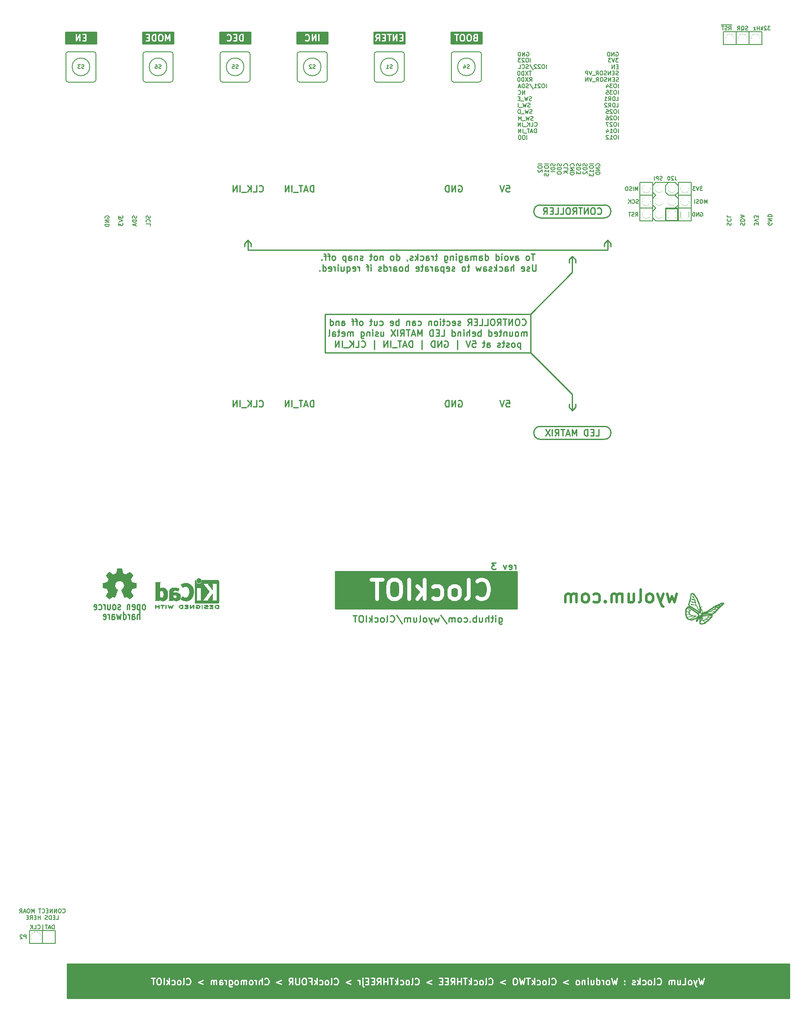
<source format=gbo>
G04 #@! TF.GenerationSoftware,KiCad,Pcbnew,5.0.1-33cea8e~68~ubuntu16.04.1*
G04 #@! TF.CreationDate,2018-10-30T17:20:45+05:30*
G04 #@! TF.ProjectId,ClockIOT,436C6F636B494F542E6B696361645F70,rev 3*
G04 #@! TF.SameCoordinates,Original*
G04 #@! TF.FileFunction,Legend,Bot*
G04 #@! TF.FilePolarity,Positive*
%FSLAX46Y46*%
G04 Gerber Fmt 4.6, Leading zero omitted, Abs format (unit mm)*
G04 Created by KiCad (PCBNEW 5.0.1-33cea8e~68~ubuntu16.04.1) date Tue Oct 30 17:20:45 2018*
%MOMM*%
%LPD*%
G01*
G04 APERTURE LIST*
%ADD10C,0.254000*%
%ADD11C,0.150000*%
%ADD12C,0.508000*%
%ADD13C,0.010000*%
%ADD14C,0.002540*%
%ADD15C,0.152400*%
%ADD16C,0.127000*%
%ADD17C,0.762000*%
%ADD18C,1.524000*%
%ADD19C,3.302000*%
%ADD20O,2.200000X1.100000*%
%ADD21C,0.600000*%
%ADD22R,1.800000X1.300000*%
%ADD23C,5.200000*%
%ADD24C,6.400000*%
%ADD25C,0.800000*%
%ADD26O,2.000000X1.000000*%
%ADD27O,1.000000X2.000000*%
%ADD28C,2.082800*%
%ADD29O,2.000000X2.000000*%
%ADD30R,2.000000X2.000000*%
%ADD31C,0.508000*%
%ADD32C,1.800000*%
%ADD33C,1.600000*%
%ADD34C,1.270000*%
%ADD35C,2.000000*%
%ADD36C,3.200000*%
G04 APERTURE END LIST*
D10*
X148839823Y-159074523D02*
X148839823Y-158227857D01*
X148839823Y-158469761D02*
X148775719Y-158348809D01*
X148711614Y-158288333D01*
X148583404Y-158227857D01*
X148455195Y-158227857D01*
X147493623Y-159014047D02*
X147621833Y-159074523D01*
X147878252Y-159074523D01*
X148006461Y-159014047D01*
X148070566Y-158893095D01*
X148070566Y-158409285D01*
X148006461Y-158288333D01*
X147878252Y-158227857D01*
X147621833Y-158227857D01*
X147493623Y-158288333D01*
X147429519Y-158409285D01*
X147429519Y-158530238D01*
X148070566Y-158651190D01*
X146980785Y-158227857D02*
X146660261Y-159074523D01*
X146339738Y-158227857D01*
X144929433Y-157804523D02*
X144096071Y-157804523D01*
X144544804Y-158288333D01*
X144352490Y-158288333D01*
X144224280Y-158348809D01*
X144160176Y-158409285D01*
X144096071Y-158530238D01*
X144096071Y-158832619D01*
X144160176Y-158953571D01*
X144224280Y-159014047D01*
X144352490Y-159074523D01*
X144737119Y-159074523D01*
X144865328Y-159014047D01*
X144929433Y-158953571D01*
X160655000Y-127000000D02*
X160655000Y-126365000D01*
X160020000Y-127635000D02*
X160655000Y-127000000D01*
X159385000Y-127000000D02*
X159385000Y-126365000D01*
X160020000Y-127635000D02*
X159385000Y-127000000D01*
X159385000Y-97790000D02*
X159385000Y-98425000D01*
X160020000Y-97155000D02*
X159385000Y-97790000D01*
X160655000Y-97790000D02*
X160655000Y-98425000D01*
X160020000Y-97155000D02*
X160655000Y-97790000D01*
X160020000Y-100330000D02*
X160020000Y-97155000D01*
X151765000Y-108585000D02*
X160020000Y-100330000D01*
X160020000Y-127635000D02*
X160020000Y-124460000D01*
X151765000Y-116205000D02*
X160020000Y-124460000D01*
X111125000Y-108585000D02*
X111125000Y-116205000D01*
X151765000Y-108585000D02*
X151765000Y-116205000D01*
X111125000Y-116205000D02*
X151765000Y-116205000D01*
X151765000Y-108585000D02*
X111125000Y-108585000D01*
X153670000Y-133350000D02*
X166370000Y-133350000D01*
X166370000Y-130810000D02*
G75*
G02X166370000Y-133350000I0J-1270000D01*
G01*
X153670000Y-133350000D02*
G75*
G02X153670000Y-130810000I0J1270000D01*
G01*
X166370000Y-130810000D02*
X153670000Y-130810000D01*
X153670000Y-89535000D02*
G75*
G02X153670000Y-86995000I0J1270000D01*
G01*
X166370000Y-86995000D02*
G75*
G02X166370000Y-89535000I0J-1270000D01*
G01*
X153670000Y-89535000D02*
X166370000Y-89535000D01*
X166370000Y-86995000D02*
X153670000Y-86995000D01*
X150041428Y-110689571D02*
X150101904Y-110750047D01*
X150283333Y-110810523D01*
X150404285Y-110810523D01*
X150585714Y-110750047D01*
X150706666Y-110629095D01*
X150767142Y-110508142D01*
X150827619Y-110266238D01*
X150827619Y-110084809D01*
X150767142Y-109842904D01*
X150706666Y-109721952D01*
X150585714Y-109601000D01*
X150404285Y-109540523D01*
X150283333Y-109540523D01*
X150101904Y-109601000D01*
X150041428Y-109661476D01*
X149255238Y-109540523D02*
X149013333Y-109540523D01*
X148892380Y-109601000D01*
X148771428Y-109721952D01*
X148710952Y-109963857D01*
X148710952Y-110387190D01*
X148771428Y-110629095D01*
X148892380Y-110750047D01*
X149013333Y-110810523D01*
X149255238Y-110810523D01*
X149376190Y-110750047D01*
X149497142Y-110629095D01*
X149557619Y-110387190D01*
X149557619Y-109963857D01*
X149497142Y-109721952D01*
X149376190Y-109601000D01*
X149255238Y-109540523D01*
X148166666Y-110810523D02*
X148166666Y-109540523D01*
X147440952Y-110810523D01*
X147440952Y-109540523D01*
X147017619Y-109540523D02*
X146291904Y-109540523D01*
X146654761Y-110810523D02*
X146654761Y-109540523D01*
X145142857Y-110810523D02*
X145566190Y-110205761D01*
X145868571Y-110810523D02*
X145868571Y-109540523D01*
X145384761Y-109540523D01*
X145263809Y-109601000D01*
X145203333Y-109661476D01*
X145142857Y-109782428D01*
X145142857Y-109963857D01*
X145203333Y-110084809D01*
X145263809Y-110145285D01*
X145384761Y-110205761D01*
X145868571Y-110205761D01*
X144356666Y-109540523D02*
X144114761Y-109540523D01*
X143993809Y-109601000D01*
X143872857Y-109721952D01*
X143812380Y-109963857D01*
X143812380Y-110387190D01*
X143872857Y-110629095D01*
X143993809Y-110750047D01*
X144114761Y-110810523D01*
X144356666Y-110810523D01*
X144477619Y-110750047D01*
X144598571Y-110629095D01*
X144659047Y-110387190D01*
X144659047Y-109963857D01*
X144598571Y-109721952D01*
X144477619Y-109601000D01*
X144356666Y-109540523D01*
X142663333Y-110810523D02*
X143268095Y-110810523D01*
X143268095Y-109540523D01*
X141635238Y-110810523D02*
X142240000Y-110810523D01*
X142240000Y-109540523D01*
X141211904Y-110145285D02*
X140788571Y-110145285D01*
X140607142Y-110810523D02*
X141211904Y-110810523D01*
X141211904Y-109540523D01*
X140607142Y-109540523D01*
X139337142Y-110810523D02*
X139760476Y-110205761D01*
X140062857Y-110810523D02*
X140062857Y-109540523D01*
X139579047Y-109540523D01*
X139458095Y-109601000D01*
X139397619Y-109661476D01*
X139337142Y-109782428D01*
X139337142Y-109963857D01*
X139397619Y-110084809D01*
X139458095Y-110145285D01*
X139579047Y-110205761D01*
X140062857Y-110205761D01*
X137885714Y-110750047D02*
X137764761Y-110810523D01*
X137522857Y-110810523D01*
X137401904Y-110750047D01*
X137341428Y-110629095D01*
X137341428Y-110568619D01*
X137401904Y-110447666D01*
X137522857Y-110387190D01*
X137704285Y-110387190D01*
X137825238Y-110326714D01*
X137885714Y-110205761D01*
X137885714Y-110145285D01*
X137825238Y-110024333D01*
X137704285Y-109963857D01*
X137522857Y-109963857D01*
X137401904Y-110024333D01*
X136313333Y-110750047D02*
X136434285Y-110810523D01*
X136676190Y-110810523D01*
X136797142Y-110750047D01*
X136857619Y-110629095D01*
X136857619Y-110145285D01*
X136797142Y-110024333D01*
X136676190Y-109963857D01*
X136434285Y-109963857D01*
X136313333Y-110024333D01*
X136252857Y-110145285D01*
X136252857Y-110266238D01*
X136857619Y-110387190D01*
X135164285Y-110750047D02*
X135285238Y-110810523D01*
X135527142Y-110810523D01*
X135648095Y-110750047D01*
X135708571Y-110689571D01*
X135769047Y-110568619D01*
X135769047Y-110205761D01*
X135708571Y-110084809D01*
X135648095Y-110024333D01*
X135527142Y-109963857D01*
X135285238Y-109963857D01*
X135164285Y-110024333D01*
X134801428Y-109963857D02*
X134317619Y-109963857D01*
X134620000Y-109540523D02*
X134620000Y-110629095D01*
X134559523Y-110750047D01*
X134438571Y-110810523D01*
X134317619Y-110810523D01*
X133894285Y-110810523D02*
X133894285Y-109963857D01*
X133894285Y-109540523D02*
X133954761Y-109601000D01*
X133894285Y-109661476D01*
X133833809Y-109601000D01*
X133894285Y-109540523D01*
X133894285Y-109661476D01*
X133108095Y-110810523D02*
X133229047Y-110750047D01*
X133289523Y-110689571D01*
X133350000Y-110568619D01*
X133350000Y-110205761D01*
X133289523Y-110084809D01*
X133229047Y-110024333D01*
X133108095Y-109963857D01*
X132926666Y-109963857D01*
X132805714Y-110024333D01*
X132745238Y-110084809D01*
X132684761Y-110205761D01*
X132684761Y-110568619D01*
X132745238Y-110689571D01*
X132805714Y-110750047D01*
X132926666Y-110810523D01*
X133108095Y-110810523D01*
X132140476Y-109963857D02*
X132140476Y-110810523D01*
X132140476Y-110084809D02*
X132080000Y-110024333D01*
X131959047Y-109963857D01*
X131777619Y-109963857D01*
X131656666Y-110024333D01*
X131596190Y-110145285D01*
X131596190Y-110810523D01*
X129479523Y-110750047D02*
X129600476Y-110810523D01*
X129842380Y-110810523D01*
X129963333Y-110750047D01*
X130023809Y-110689571D01*
X130084285Y-110568619D01*
X130084285Y-110205761D01*
X130023809Y-110084809D01*
X129963333Y-110024333D01*
X129842380Y-109963857D01*
X129600476Y-109963857D01*
X129479523Y-110024333D01*
X128390952Y-110810523D02*
X128390952Y-110145285D01*
X128451428Y-110024333D01*
X128572380Y-109963857D01*
X128814285Y-109963857D01*
X128935238Y-110024333D01*
X128390952Y-110750047D02*
X128511904Y-110810523D01*
X128814285Y-110810523D01*
X128935238Y-110750047D01*
X128995714Y-110629095D01*
X128995714Y-110508142D01*
X128935238Y-110387190D01*
X128814285Y-110326714D01*
X128511904Y-110326714D01*
X128390952Y-110266238D01*
X127786190Y-109963857D02*
X127786190Y-110810523D01*
X127786190Y-110084809D02*
X127725714Y-110024333D01*
X127604761Y-109963857D01*
X127423333Y-109963857D01*
X127302380Y-110024333D01*
X127241904Y-110145285D01*
X127241904Y-110810523D01*
X125669523Y-110810523D02*
X125669523Y-109540523D01*
X125669523Y-110024333D02*
X125548571Y-109963857D01*
X125306666Y-109963857D01*
X125185714Y-110024333D01*
X125125238Y-110084809D01*
X125064761Y-110205761D01*
X125064761Y-110568619D01*
X125125238Y-110689571D01*
X125185714Y-110750047D01*
X125306666Y-110810523D01*
X125548571Y-110810523D01*
X125669523Y-110750047D01*
X124036666Y-110750047D02*
X124157619Y-110810523D01*
X124399523Y-110810523D01*
X124520476Y-110750047D01*
X124580952Y-110629095D01*
X124580952Y-110145285D01*
X124520476Y-110024333D01*
X124399523Y-109963857D01*
X124157619Y-109963857D01*
X124036666Y-110024333D01*
X123976190Y-110145285D01*
X123976190Y-110266238D01*
X124580952Y-110387190D01*
X121920000Y-110750047D02*
X122040952Y-110810523D01*
X122282857Y-110810523D01*
X122403809Y-110750047D01*
X122464285Y-110689571D01*
X122524761Y-110568619D01*
X122524761Y-110205761D01*
X122464285Y-110084809D01*
X122403809Y-110024333D01*
X122282857Y-109963857D01*
X122040952Y-109963857D01*
X121920000Y-110024333D01*
X120831428Y-109963857D02*
X120831428Y-110810523D01*
X121375714Y-109963857D02*
X121375714Y-110629095D01*
X121315238Y-110750047D01*
X121194285Y-110810523D01*
X121012857Y-110810523D01*
X120891904Y-110750047D01*
X120831428Y-110689571D01*
X120408095Y-109963857D02*
X119924285Y-109963857D01*
X120226666Y-109540523D02*
X120226666Y-110629095D01*
X120166190Y-110750047D01*
X120045238Y-110810523D01*
X119924285Y-110810523D01*
X118351904Y-110810523D02*
X118472857Y-110750047D01*
X118533333Y-110689571D01*
X118593809Y-110568619D01*
X118593809Y-110205761D01*
X118533333Y-110084809D01*
X118472857Y-110024333D01*
X118351904Y-109963857D01*
X118170476Y-109963857D01*
X118049523Y-110024333D01*
X117989047Y-110084809D01*
X117928571Y-110205761D01*
X117928571Y-110568619D01*
X117989047Y-110689571D01*
X118049523Y-110750047D01*
X118170476Y-110810523D01*
X118351904Y-110810523D01*
X117565714Y-109963857D02*
X117081904Y-109963857D01*
X117384285Y-110810523D02*
X117384285Y-109721952D01*
X117323809Y-109601000D01*
X117202857Y-109540523D01*
X117081904Y-109540523D01*
X116840000Y-109963857D02*
X116356190Y-109963857D01*
X116658571Y-110810523D02*
X116658571Y-109721952D01*
X116598095Y-109601000D01*
X116477142Y-109540523D01*
X116356190Y-109540523D01*
X114420952Y-110810523D02*
X114420952Y-110145285D01*
X114481428Y-110024333D01*
X114602380Y-109963857D01*
X114844285Y-109963857D01*
X114965238Y-110024333D01*
X114420952Y-110750047D02*
X114541904Y-110810523D01*
X114844285Y-110810523D01*
X114965238Y-110750047D01*
X115025714Y-110629095D01*
X115025714Y-110508142D01*
X114965238Y-110387190D01*
X114844285Y-110326714D01*
X114541904Y-110326714D01*
X114420952Y-110266238D01*
X113816190Y-109963857D02*
X113816190Y-110810523D01*
X113816190Y-110084809D02*
X113755714Y-110024333D01*
X113634761Y-109963857D01*
X113453333Y-109963857D01*
X113332380Y-110024333D01*
X113271904Y-110145285D01*
X113271904Y-110810523D01*
X112122857Y-110810523D02*
X112122857Y-109540523D01*
X112122857Y-110750047D02*
X112243809Y-110810523D01*
X112485714Y-110810523D01*
X112606666Y-110750047D01*
X112667142Y-110689571D01*
X112727619Y-110568619D01*
X112727619Y-110205761D01*
X112667142Y-110084809D01*
X112606666Y-110024333D01*
X112485714Y-109963857D01*
X112243809Y-109963857D01*
X112122857Y-110024333D01*
X150978809Y-112969523D02*
X150978809Y-112122857D01*
X150978809Y-112243809D02*
X150918333Y-112183333D01*
X150797380Y-112122857D01*
X150615952Y-112122857D01*
X150495000Y-112183333D01*
X150434523Y-112304285D01*
X150434523Y-112969523D01*
X150434523Y-112304285D02*
X150374047Y-112183333D01*
X150253095Y-112122857D01*
X150071666Y-112122857D01*
X149950714Y-112183333D01*
X149890238Y-112304285D01*
X149890238Y-112969523D01*
X149104047Y-112969523D02*
X149225000Y-112909047D01*
X149285476Y-112848571D01*
X149345952Y-112727619D01*
X149345952Y-112364761D01*
X149285476Y-112243809D01*
X149225000Y-112183333D01*
X149104047Y-112122857D01*
X148922619Y-112122857D01*
X148801666Y-112183333D01*
X148741190Y-112243809D01*
X148680714Y-112364761D01*
X148680714Y-112727619D01*
X148741190Y-112848571D01*
X148801666Y-112909047D01*
X148922619Y-112969523D01*
X149104047Y-112969523D01*
X147592142Y-112122857D02*
X147592142Y-112969523D01*
X148136428Y-112122857D02*
X148136428Y-112788095D01*
X148075952Y-112909047D01*
X147955000Y-112969523D01*
X147773571Y-112969523D01*
X147652619Y-112909047D01*
X147592142Y-112848571D01*
X146987380Y-112122857D02*
X146987380Y-112969523D01*
X146987380Y-112243809D02*
X146926904Y-112183333D01*
X146805952Y-112122857D01*
X146624523Y-112122857D01*
X146503571Y-112183333D01*
X146443095Y-112304285D01*
X146443095Y-112969523D01*
X146019761Y-112122857D02*
X145535952Y-112122857D01*
X145838333Y-111699523D02*
X145838333Y-112788095D01*
X145777857Y-112909047D01*
X145656904Y-112969523D01*
X145535952Y-112969523D01*
X144628809Y-112909047D02*
X144749761Y-112969523D01*
X144991666Y-112969523D01*
X145112619Y-112909047D01*
X145173095Y-112788095D01*
X145173095Y-112304285D01*
X145112619Y-112183333D01*
X144991666Y-112122857D01*
X144749761Y-112122857D01*
X144628809Y-112183333D01*
X144568333Y-112304285D01*
X144568333Y-112425238D01*
X145173095Y-112546190D01*
X143479761Y-112969523D02*
X143479761Y-111699523D01*
X143479761Y-112909047D02*
X143600714Y-112969523D01*
X143842619Y-112969523D01*
X143963571Y-112909047D01*
X144024047Y-112848571D01*
X144084523Y-112727619D01*
X144084523Y-112364761D01*
X144024047Y-112243809D01*
X143963571Y-112183333D01*
X143842619Y-112122857D01*
X143600714Y-112122857D01*
X143479761Y-112183333D01*
X141907380Y-112969523D02*
X141907380Y-111699523D01*
X141907380Y-112183333D02*
X141786428Y-112122857D01*
X141544523Y-112122857D01*
X141423571Y-112183333D01*
X141363095Y-112243809D01*
X141302619Y-112364761D01*
X141302619Y-112727619D01*
X141363095Y-112848571D01*
X141423571Y-112909047D01*
X141544523Y-112969523D01*
X141786428Y-112969523D01*
X141907380Y-112909047D01*
X140274523Y-112909047D02*
X140395476Y-112969523D01*
X140637380Y-112969523D01*
X140758333Y-112909047D01*
X140818809Y-112788095D01*
X140818809Y-112304285D01*
X140758333Y-112183333D01*
X140637380Y-112122857D01*
X140395476Y-112122857D01*
X140274523Y-112183333D01*
X140214047Y-112304285D01*
X140214047Y-112425238D01*
X140818809Y-112546190D01*
X139669761Y-112969523D02*
X139669761Y-111699523D01*
X139125476Y-112969523D02*
X139125476Y-112304285D01*
X139185952Y-112183333D01*
X139306904Y-112122857D01*
X139488333Y-112122857D01*
X139609285Y-112183333D01*
X139669761Y-112243809D01*
X138520714Y-112969523D02*
X138520714Y-112122857D01*
X138520714Y-111699523D02*
X138581190Y-111760000D01*
X138520714Y-111820476D01*
X138460238Y-111760000D01*
X138520714Y-111699523D01*
X138520714Y-111820476D01*
X137915952Y-112122857D02*
X137915952Y-112969523D01*
X137915952Y-112243809D02*
X137855476Y-112183333D01*
X137734523Y-112122857D01*
X137553095Y-112122857D01*
X137432142Y-112183333D01*
X137371666Y-112304285D01*
X137371666Y-112969523D01*
X136222619Y-112969523D02*
X136222619Y-111699523D01*
X136222619Y-112909047D02*
X136343571Y-112969523D01*
X136585476Y-112969523D01*
X136706428Y-112909047D01*
X136766904Y-112848571D01*
X136827380Y-112727619D01*
X136827380Y-112364761D01*
X136766904Y-112243809D01*
X136706428Y-112183333D01*
X136585476Y-112122857D01*
X136343571Y-112122857D01*
X136222619Y-112183333D01*
X134045476Y-112969523D02*
X134650238Y-112969523D01*
X134650238Y-111699523D01*
X133622142Y-112304285D02*
X133198809Y-112304285D01*
X133017380Y-112969523D02*
X133622142Y-112969523D01*
X133622142Y-111699523D01*
X133017380Y-111699523D01*
X132473095Y-112969523D02*
X132473095Y-111699523D01*
X132170714Y-111699523D01*
X131989285Y-111760000D01*
X131868333Y-111880952D01*
X131807857Y-112001904D01*
X131747380Y-112243809D01*
X131747380Y-112425238D01*
X131807857Y-112667142D01*
X131868333Y-112788095D01*
X131989285Y-112909047D01*
X132170714Y-112969523D01*
X132473095Y-112969523D01*
X130235476Y-112969523D02*
X130235476Y-111699523D01*
X129812142Y-112606666D01*
X129388809Y-111699523D01*
X129388809Y-112969523D01*
X128844523Y-112606666D02*
X128239761Y-112606666D01*
X128965476Y-112969523D02*
X128542142Y-111699523D01*
X128118809Y-112969523D01*
X127876904Y-111699523D02*
X127151190Y-111699523D01*
X127514047Y-112969523D02*
X127514047Y-111699523D01*
X126002142Y-112969523D02*
X126425476Y-112364761D01*
X126727857Y-112969523D02*
X126727857Y-111699523D01*
X126244047Y-111699523D01*
X126123095Y-111760000D01*
X126062619Y-111820476D01*
X126002142Y-111941428D01*
X126002142Y-112122857D01*
X126062619Y-112243809D01*
X126123095Y-112304285D01*
X126244047Y-112364761D01*
X126727857Y-112364761D01*
X125457857Y-112969523D02*
X125457857Y-111699523D01*
X124974047Y-111699523D02*
X124127380Y-112969523D01*
X124127380Y-111699523D02*
X124974047Y-112969523D01*
X122131666Y-112122857D02*
X122131666Y-112969523D01*
X122675952Y-112122857D02*
X122675952Y-112788095D01*
X122615476Y-112909047D01*
X122494523Y-112969523D01*
X122313095Y-112969523D01*
X122192142Y-112909047D01*
X122131666Y-112848571D01*
X121587380Y-112909047D02*
X121466428Y-112969523D01*
X121224523Y-112969523D01*
X121103571Y-112909047D01*
X121043095Y-112788095D01*
X121043095Y-112727619D01*
X121103571Y-112606666D01*
X121224523Y-112546190D01*
X121405952Y-112546190D01*
X121526904Y-112485714D01*
X121587380Y-112364761D01*
X121587380Y-112304285D01*
X121526904Y-112183333D01*
X121405952Y-112122857D01*
X121224523Y-112122857D01*
X121103571Y-112183333D01*
X120498809Y-112969523D02*
X120498809Y-112122857D01*
X120498809Y-111699523D02*
X120559285Y-111760000D01*
X120498809Y-111820476D01*
X120438333Y-111760000D01*
X120498809Y-111699523D01*
X120498809Y-111820476D01*
X119894047Y-112122857D02*
X119894047Y-112969523D01*
X119894047Y-112243809D02*
X119833571Y-112183333D01*
X119712619Y-112122857D01*
X119531190Y-112122857D01*
X119410238Y-112183333D01*
X119349761Y-112304285D01*
X119349761Y-112969523D01*
X118200714Y-112122857D02*
X118200714Y-113150952D01*
X118261190Y-113271904D01*
X118321666Y-113332380D01*
X118442619Y-113392857D01*
X118624047Y-113392857D01*
X118745000Y-113332380D01*
X118200714Y-112909047D02*
X118321666Y-112969523D01*
X118563571Y-112969523D01*
X118684523Y-112909047D01*
X118745000Y-112848571D01*
X118805476Y-112727619D01*
X118805476Y-112364761D01*
X118745000Y-112243809D01*
X118684523Y-112183333D01*
X118563571Y-112122857D01*
X118321666Y-112122857D01*
X118200714Y-112183333D01*
X116628333Y-112969523D02*
X116628333Y-112122857D01*
X116628333Y-112243809D02*
X116567857Y-112183333D01*
X116446904Y-112122857D01*
X116265476Y-112122857D01*
X116144523Y-112183333D01*
X116084047Y-112304285D01*
X116084047Y-112969523D01*
X116084047Y-112304285D02*
X116023571Y-112183333D01*
X115902619Y-112122857D01*
X115721190Y-112122857D01*
X115600238Y-112183333D01*
X115539761Y-112304285D01*
X115539761Y-112969523D01*
X114451190Y-112909047D02*
X114572142Y-112969523D01*
X114814047Y-112969523D01*
X114935000Y-112909047D01*
X114995476Y-112788095D01*
X114995476Y-112304285D01*
X114935000Y-112183333D01*
X114814047Y-112122857D01*
X114572142Y-112122857D01*
X114451190Y-112183333D01*
X114390714Y-112304285D01*
X114390714Y-112425238D01*
X114995476Y-112546190D01*
X114027857Y-112122857D02*
X113544047Y-112122857D01*
X113846428Y-111699523D02*
X113846428Y-112788095D01*
X113785952Y-112909047D01*
X113665000Y-112969523D01*
X113544047Y-112969523D01*
X112576428Y-112969523D02*
X112576428Y-112304285D01*
X112636904Y-112183333D01*
X112757857Y-112122857D01*
X112999761Y-112122857D01*
X113120714Y-112183333D01*
X112576428Y-112909047D02*
X112697380Y-112969523D01*
X112999761Y-112969523D01*
X113120714Y-112909047D01*
X113181190Y-112788095D01*
X113181190Y-112667142D01*
X113120714Y-112546190D01*
X112999761Y-112485714D01*
X112697380Y-112485714D01*
X112576428Y-112425238D01*
X111790238Y-112969523D02*
X111911190Y-112909047D01*
X111971666Y-112788095D01*
X111971666Y-111699523D01*
X149739047Y-114281857D02*
X149739047Y-115551857D01*
X149739047Y-114342333D02*
X149618095Y-114281857D01*
X149376190Y-114281857D01*
X149255238Y-114342333D01*
X149194761Y-114402809D01*
X149134285Y-114523761D01*
X149134285Y-114886619D01*
X149194761Y-115007571D01*
X149255238Y-115068047D01*
X149376190Y-115128523D01*
X149618095Y-115128523D01*
X149739047Y-115068047D01*
X148408571Y-115128523D02*
X148529523Y-115068047D01*
X148590000Y-115007571D01*
X148650476Y-114886619D01*
X148650476Y-114523761D01*
X148590000Y-114402809D01*
X148529523Y-114342333D01*
X148408571Y-114281857D01*
X148227142Y-114281857D01*
X148106190Y-114342333D01*
X148045714Y-114402809D01*
X147985238Y-114523761D01*
X147985238Y-114886619D01*
X148045714Y-115007571D01*
X148106190Y-115068047D01*
X148227142Y-115128523D01*
X148408571Y-115128523D01*
X147501428Y-115068047D02*
X147380476Y-115128523D01*
X147138571Y-115128523D01*
X147017619Y-115068047D01*
X146957142Y-114947095D01*
X146957142Y-114886619D01*
X147017619Y-114765666D01*
X147138571Y-114705190D01*
X147320000Y-114705190D01*
X147440952Y-114644714D01*
X147501428Y-114523761D01*
X147501428Y-114463285D01*
X147440952Y-114342333D01*
X147320000Y-114281857D01*
X147138571Y-114281857D01*
X147017619Y-114342333D01*
X146594285Y-114281857D02*
X146110476Y-114281857D01*
X146412857Y-113858523D02*
X146412857Y-114947095D01*
X146352380Y-115068047D01*
X146231428Y-115128523D01*
X146110476Y-115128523D01*
X145747619Y-115068047D02*
X145626666Y-115128523D01*
X145384761Y-115128523D01*
X145263809Y-115068047D01*
X145203333Y-114947095D01*
X145203333Y-114886619D01*
X145263809Y-114765666D01*
X145384761Y-114705190D01*
X145566190Y-114705190D01*
X145687142Y-114644714D01*
X145747619Y-114523761D01*
X145747619Y-114463285D01*
X145687142Y-114342333D01*
X145566190Y-114281857D01*
X145384761Y-114281857D01*
X145263809Y-114342333D01*
X143147142Y-115128523D02*
X143147142Y-114463285D01*
X143207619Y-114342333D01*
X143328571Y-114281857D01*
X143570476Y-114281857D01*
X143691428Y-114342333D01*
X143147142Y-115068047D02*
X143268095Y-115128523D01*
X143570476Y-115128523D01*
X143691428Y-115068047D01*
X143751904Y-114947095D01*
X143751904Y-114826142D01*
X143691428Y-114705190D01*
X143570476Y-114644714D01*
X143268095Y-114644714D01*
X143147142Y-114584238D01*
X142723809Y-114281857D02*
X142240000Y-114281857D01*
X142542380Y-113858523D02*
X142542380Y-114947095D01*
X142481904Y-115068047D01*
X142360952Y-115128523D01*
X142240000Y-115128523D01*
X140244285Y-113858523D02*
X140849047Y-113858523D01*
X140909523Y-114463285D01*
X140849047Y-114402809D01*
X140728095Y-114342333D01*
X140425714Y-114342333D01*
X140304761Y-114402809D01*
X140244285Y-114463285D01*
X140183809Y-114584238D01*
X140183809Y-114886619D01*
X140244285Y-115007571D01*
X140304761Y-115068047D01*
X140425714Y-115128523D01*
X140728095Y-115128523D01*
X140849047Y-115068047D01*
X140909523Y-115007571D01*
X139820952Y-113858523D02*
X139397619Y-115128523D01*
X138974285Y-113858523D01*
X137280952Y-115551857D02*
X137280952Y-113737571D01*
X134740952Y-113919000D02*
X134861904Y-113858523D01*
X135043333Y-113858523D01*
X135224761Y-113919000D01*
X135345714Y-114039952D01*
X135406190Y-114160904D01*
X135466666Y-114402809D01*
X135466666Y-114584238D01*
X135406190Y-114826142D01*
X135345714Y-114947095D01*
X135224761Y-115068047D01*
X135043333Y-115128523D01*
X134922380Y-115128523D01*
X134740952Y-115068047D01*
X134680476Y-115007571D01*
X134680476Y-114584238D01*
X134922380Y-114584238D01*
X134136190Y-115128523D02*
X134136190Y-113858523D01*
X133410476Y-115128523D01*
X133410476Y-113858523D01*
X132805714Y-115128523D02*
X132805714Y-113858523D01*
X132503333Y-113858523D01*
X132321904Y-113919000D01*
X132200952Y-114039952D01*
X132140476Y-114160904D01*
X132080000Y-114402809D01*
X132080000Y-114584238D01*
X132140476Y-114826142D01*
X132200952Y-114947095D01*
X132321904Y-115068047D01*
X132503333Y-115128523D01*
X132805714Y-115128523D01*
X130265714Y-115551857D02*
X130265714Y-113737571D01*
X128390952Y-115128523D02*
X128390952Y-113858523D01*
X128088571Y-113858523D01*
X127907142Y-113919000D01*
X127786190Y-114039952D01*
X127725714Y-114160904D01*
X127665238Y-114402809D01*
X127665238Y-114584238D01*
X127725714Y-114826142D01*
X127786190Y-114947095D01*
X127907142Y-115068047D01*
X128088571Y-115128523D01*
X128390952Y-115128523D01*
X127181428Y-114765666D02*
X126576666Y-114765666D01*
X127302380Y-115128523D02*
X126879047Y-113858523D01*
X126455714Y-115128523D01*
X126213809Y-113858523D02*
X125488095Y-113858523D01*
X125850952Y-115128523D02*
X125850952Y-113858523D01*
X125367142Y-115249476D02*
X124399523Y-115249476D01*
X124097142Y-115128523D02*
X124097142Y-113858523D01*
X123492380Y-115128523D02*
X123492380Y-113858523D01*
X122766666Y-115128523D01*
X122766666Y-113858523D01*
X120891904Y-115551857D02*
X120891904Y-113737571D01*
X118291428Y-115007571D02*
X118351904Y-115068047D01*
X118533333Y-115128523D01*
X118654285Y-115128523D01*
X118835714Y-115068047D01*
X118956666Y-114947095D01*
X119017142Y-114826142D01*
X119077619Y-114584238D01*
X119077619Y-114402809D01*
X119017142Y-114160904D01*
X118956666Y-114039952D01*
X118835714Y-113919000D01*
X118654285Y-113858523D01*
X118533333Y-113858523D01*
X118351904Y-113919000D01*
X118291428Y-113979476D01*
X117142380Y-115128523D02*
X117747142Y-115128523D01*
X117747142Y-113858523D01*
X116719047Y-115128523D02*
X116719047Y-113858523D01*
X115993333Y-115128523D02*
X116537619Y-114402809D01*
X115993333Y-113858523D02*
X116719047Y-114584238D01*
X115751428Y-115249476D02*
X114783809Y-115249476D01*
X114481428Y-115128523D02*
X114481428Y-113858523D01*
X113876666Y-115128523D02*
X113876666Y-113858523D01*
X113150952Y-115128523D01*
X113150952Y-113858523D01*
X164616190Y-132654523D02*
X165220952Y-132654523D01*
X165220952Y-131384523D01*
X164192857Y-131989285D02*
X163769523Y-131989285D01*
X163588095Y-132654523D02*
X164192857Y-132654523D01*
X164192857Y-131384523D01*
X163588095Y-131384523D01*
X163043809Y-132654523D02*
X163043809Y-131384523D01*
X162741428Y-131384523D01*
X162560000Y-131445000D01*
X162439047Y-131565952D01*
X162378571Y-131686904D01*
X162318095Y-131928809D01*
X162318095Y-132110238D01*
X162378571Y-132352142D01*
X162439047Y-132473095D01*
X162560000Y-132594047D01*
X162741428Y-132654523D01*
X163043809Y-132654523D01*
X160806190Y-132654523D02*
X160806190Y-131384523D01*
X160382857Y-132291666D01*
X159959523Y-131384523D01*
X159959523Y-132654523D01*
X159415238Y-132291666D02*
X158810476Y-132291666D01*
X159536190Y-132654523D02*
X159112857Y-131384523D01*
X158689523Y-132654523D01*
X158447619Y-131384523D02*
X157721904Y-131384523D01*
X158084761Y-132654523D02*
X158084761Y-131384523D01*
X156572857Y-132654523D02*
X156996190Y-132049761D01*
X157298571Y-132654523D02*
X157298571Y-131384523D01*
X156814761Y-131384523D01*
X156693809Y-131445000D01*
X156633333Y-131505476D01*
X156572857Y-131626428D01*
X156572857Y-131807857D01*
X156633333Y-131928809D01*
X156693809Y-131989285D01*
X156814761Y-132049761D01*
X157298571Y-132049761D01*
X156028571Y-132654523D02*
X156028571Y-131384523D01*
X155544761Y-131384523D02*
X154698095Y-132654523D01*
X154698095Y-131384523D02*
X155544761Y-132654523D01*
X164979047Y-88718571D02*
X165039523Y-88779047D01*
X165220952Y-88839523D01*
X165341904Y-88839523D01*
X165523333Y-88779047D01*
X165644285Y-88658095D01*
X165704761Y-88537142D01*
X165765238Y-88295238D01*
X165765238Y-88113809D01*
X165704761Y-87871904D01*
X165644285Y-87750952D01*
X165523333Y-87630000D01*
X165341904Y-87569523D01*
X165220952Y-87569523D01*
X165039523Y-87630000D01*
X164979047Y-87690476D01*
X164192857Y-87569523D02*
X163950952Y-87569523D01*
X163830000Y-87630000D01*
X163709047Y-87750952D01*
X163648571Y-87992857D01*
X163648571Y-88416190D01*
X163709047Y-88658095D01*
X163830000Y-88779047D01*
X163950952Y-88839523D01*
X164192857Y-88839523D01*
X164313809Y-88779047D01*
X164434761Y-88658095D01*
X164495238Y-88416190D01*
X164495238Y-87992857D01*
X164434761Y-87750952D01*
X164313809Y-87630000D01*
X164192857Y-87569523D01*
X163104285Y-88839523D02*
X163104285Y-87569523D01*
X162378571Y-88839523D01*
X162378571Y-87569523D01*
X161955238Y-87569523D02*
X161229523Y-87569523D01*
X161592380Y-88839523D02*
X161592380Y-87569523D01*
X160080476Y-88839523D02*
X160503809Y-88234761D01*
X160806190Y-88839523D02*
X160806190Y-87569523D01*
X160322380Y-87569523D01*
X160201428Y-87630000D01*
X160140952Y-87690476D01*
X160080476Y-87811428D01*
X160080476Y-87992857D01*
X160140952Y-88113809D01*
X160201428Y-88174285D01*
X160322380Y-88234761D01*
X160806190Y-88234761D01*
X159294285Y-87569523D02*
X159052380Y-87569523D01*
X158931428Y-87630000D01*
X158810476Y-87750952D01*
X158750000Y-87992857D01*
X158750000Y-88416190D01*
X158810476Y-88658095D01*
X158931428Y-88779047D01*
X159052380Y-88839523D01*
X159294285Y-88839523D01*
X159415238Y-88779047D01*
X159536190Y-88658095D01*
X159596666Y-88416190D01*
X159596666Y-87992857D01*
X159536190Y-87750952D01*
X159415238Y-87630000D01*
X159294285Y-87569523D01*
X157600952Y-88839523D02*
X158205714Y-88839523D01*
X158205714Y-87569523D01*
X156572857Y-88839523D02*
X157177619Y-88839523D01*
X157177619Y-87569523D01*
X156149523Y-88174285D02*
X155726190Y-88174285D01*
X155544761Y-88839523D02*
X156149523Y-88839523D01*
X156149523Y-87569523D01*
X155544761Y-87569523D01*
X154274761Y-88839523D02*
X154698095Y-88234761D01*
X155000476Y-88839523D02*
X155000476Y-87569523D01*
X154516666Y-87569523D01*
X154395714Y-87630000D01*
X154335238Y-87690476D01*
X154274761Y-87811428D01*
X154274761Y-87992857D01*
X154335238Y-88113809D01*
X154395714Y-88174285D01*
X154516666Y-88234761D01*
X155000476Y-88234761D01*
X98092380Y-84273571D02*
X98152857Y-84334047D01*
X98334285Y-84394523D01*
X98455238Y-84394523D01*
X98636666Y-84334047D01*
X98757619Y-84213095D01*
X98818095Y-84092142D01*
X98878571Y-83850238D01*
X98878571Y-83668809D01*
X98818095Y-83426904D01*
X98757619Y-83305952D01*
X98636666Y-83185000D01*
X98455238Y-83124523D01*
X98334285Y-83124523D01*
X98152857Y-83185000D01*
X98092380Y-83245476D01*
X96943333Y-84394523D02*
X97548095Y-84394523D01*
X97548095Y-83124523D01*
X96520000Y-84394523D02*
X96520000Y-83124523D01*
X95794285Y-84394523D02*
X96338571Y-83668809D01*
X95794285Y-83124523D02*
X96520000Y-83850238D01*
X95552380Y-84515476D02*
X94584761Y-84515476D01*
X94282380Y-84394523D02*
X94282380Y-83124523D01*
X93677619Y-84394523D02*
X93677619Y-83124523D01*
X92951904Y-84394523D01*
X92951904Y-83124523D01*
X108857142Y-84394523D02*
X108857142Y-83124523D01*
X108554761Y-83124523D01*
X108373333Y-83185000D01*
X108252380Y-83305952D01*
X108191904Y-83426904D01*
X108131428Y-83668809D01*
X108131428Y-83850238D01*
X108191904Y-84092142D01*
X108252380Y-84213095D01*
X108373333Y-84334047D01*
X108554761Y-84394523D01*
X108857142Y-84394523D01*
X107647619Y-84031666D02*
X107042857Y-84031666D01*
X107768571Y-84394523D02*
X107345238Y-83124523D01*
X106921904Y-84394523D01*
X106680000Y-83124523D02*
X105954285Y-83124523D01*
X106317142Y-84394523D02*
X106317142Y-83124523D01*
X105833333Y-84515476D02*
X104865714Y-84515476D01*
X104563333Y-84394523D02*
X104563333Y-83124523D01*
X103958571Y-84394523D02*
X103958571Y-83124523D01*
X103232857Y-84394523D01*
X103232857Y-83124523D01*
X137492619Y-83185000D02*
X137613571Y-83124523D01*
X137795000Y-83124523D01*
X137976428Y-83185000D01*
X138097380Y-83305952D01*
X138157857Y-83426904D01*
X138218333Y-83668809D01*
X138218333Y-83850238D01*
X138157857Y-84092142D01*
X138097380Y-84213095D01*
X137976428Y-84334047D01*
X137795000Y-84394523D01*
X137674047Y-84394523D01*
X137492619Y-84334047D01*
X137432142Y-84273571D01*
X137432142Y-83850238D01*
X137674047Y-83850238D01*
X136887857Y-84394523D02*
X136887857Y-83124523D01*
X136162142Y-84394523D01*
X136162142Y-83124523D01*
X135557380Y-84394523D02*
X135557380Y-83124523D01*
X135255000Y-83124523D01*
X135073571Y-83185000D01*
X134952619Y-83305952D01*
X134892142Y-83426904D01*
X134831666Y-83668809D01*
X134831666Y-83850238D01*
X134892142Y-84092142D01*
X134952619Y-84213095D01*
X135073571Y-84334047D01*
X135255000Y-84394523D01*
X135557380Y-84394523D01*
X146926904Y-83124523D02*
X147531666Y-83124523D01*
X147592142Y-83729285D01*
X147531666Y-83668809D01*
X147410714Y-83608333D01*
X147108333Y-83608333D01*
X146987380Y-83668809D01*
X146926904Y-83729285D01*
X146866428Y-83850238D01*
X146866428Y-84152619D01*
X146926904Y-84273571D01*
X146987380Y-84334047D01*
X147108333Y-84394523D01*
X147410714Y-84394523D01*
X147531666Y-84334047D01*
X147592142Y-84273571D01*
X146503571Y-83124523D02*
X146080238Y-84394523D01*
X145656904Y-83124523D01*
D11*
X150992976Y-56800000D02*
X151069166Y-56761904D01*
X151183452Y-56761904D01*
X151297738Y-56800000D01*
X151373928Y-56876190D01*
X151412023Y-56952380D01*
X151450119Y-57104761D01*
X151450119Y-57219047D01*
X151412023Y-57371428D01*
X151373928Y-57447619D01*
X151297738Y-57523809D01*
X151183452Y-57561904D01*
X151107261Y-57561904D01*
X150992976Y-57523809D01*
X150954880Y-57485714D01*
X150954880Y-57219047D01*
X151107261Y-57219047D01*
X150612023Y-57561904D02*
X150612023Y-56761904D01*
X150154880Y-57561904D01*
X150154880Y-56761904D01*
X149773928Y-57561904D02*
X149773928Y-56761904D01*
X149583452Y-56761904D01*
X149469166Y-56800000D01*
X149392976Y-56876190D01*
X149354880Y-56952380D01*
X149316785Y-57104761D01*
X149316785Y-57219047D01*
X149354880Y-57371428D01*
X149392976Y-57447619D01*
X149469166Y-57523809D01*
X149583452Y-57561904D01*
X149773928Y-57561904D01*
X151926309Y-60561904D02*
X151469166Y-60561904D01*
X151697738Y-61361904D02*
X151697738Y-60561904D01*
X151278690Y-60561904D02*
X150745357Y-61361904D01*
X150745357Y-60561904D02*
X151278690Y-61361904D01*
X150440595Y-61361904D02*
X150440595Y-60561904D01*
X150250119Y-60561904D01*
X150135833Y-60600000D01*
X150059642Y-60676190D01*
X150021547Y-60752380D01*
X149983452Y-60904761D01*
X149983452Y-61019047D01*
X150021547Y-61171428D01*
X150059642Y-61247619D01*
X150135833Y-61323809D01*
X150250119Y-61361904D01*
X150440595Y-61361904D01*
X149488214Y-60561904D02*
X149412023Y-60561904D01*
X149335833Y-60600000D01*
X149297738Y-60638095D01*
X149259642Y-60714285D01*
X149221547Y-60866666D01*
X149221547Y-61057142D01*
X149259642Y-61209523D01*
X149297738Y-61285714D01*
X149335833Y-61323809D01*
X149412023Y-61361904D01*
X149488214Y-61361904D01*
X149564404Y-61323809D01*
X149602500Y-61285714D01*
X149640595Y-61209523D01*
X149678690Y-61057142D01*
X149678690Y-60866666D01*
X149640595Y-60714285D01*
X149602500Y-60638095D01*
X149564404Y-60600000D01*
X149488214Y-60561904D01*
X151554880Y-62561904D02*
X151821547Y-62180952D01*
X152012023Y-62561904D02*
X152012023Y-61761904D01*
X151707261Y-61761904D01*
X151631071Y-61800000D01*
X151592976Y-61838095D01*
X151554880Y-61914285D01*
X151554880Y-62028571D01*
X151592976Y-62104761D01*
X151631071Y-62142857D01*
X151707261Y-62180952D01*
X152012023Y-62180952D01*
X151288214Y-61761904D02*
X150754880Y-62561904D01*
X150754880Y-61761904D02*
X151288214Y-62561904D01*
X150450119Y-62561904D02*
X150450119Y-61761904D01*
X150259642Y-61761904D01*
X150145357Y-61800000D01*
X150069166Y-61876190D01*
X150031071Y-61952380D01*
X149992976Y-62104761D01*
X149992976Y-62219047D01*
X150031071Y-62371428D01*
X150069166Y-62447619D01*
X150145357Y-62523809D01*
X150259642Y-62561904D01*
X150450119Y-62561904D01*
X149497738Y-61761904D02*
X149421547Y-61761904D01*
X149345357Y-61800000D01*
X149307261Y-61838095D01*
X149269166Y-61914285D01*
X149231071Y-62066666D01*
X149231071Y-62257142D01*
X149269166Y-62409523D01*
X149307261Y-62485714D01*
X149345357Y-62523809D01*
X149421547Y-62561904D01*
X149497738Y-62561904D01*
X149573928Y-62523809D01*
X149612023Y-62485714D01*
X149650119Y-62409523D01*
X149688214Y-62257142D01*
X149688214Y-62066666D01*
X149650119Y-61914285D01*
X149612023Y-61838095D01*
X149573928Y-61800000D01*
X149497738Y-61761904D01*
X151950119Y-66323809D02*
X151835833Y-66361904D01*
X151645357Y-66361904D01*
X151569166Y-66323809D01*
X151531071Y-66285714D01*
X151492976Y-66209523D01*
X151492976Y-66133333D01*
X151531071Y-66057142D01*
X151569166Y-66019047D01*
X151645357Y-65980952D01*
X151797738Y-65942857D01*
X151873928Y-65904761D01*
X151912023Y-65866666D01*
X151950119Y-65790476D01*
X151950119Y-65714285D01*
X151912023Y-65638095D01*
X151873928Y-65600000D01*
X151797738Y-65561904D01*
X151607261Y-65561904D01*
X151492976Y-65600000D01*
X151226309Y-65561904D02*
X151035833Y-66361904D01*
X150883452Y-65790476D01*
X150731071Y-66361904D01*
X150540595Y-65561904D01*
X150426309Y-66438095D02*
X149816785Y-66438095D01*
X149626309Y-65942857D02*
X149359642Y-65942857D01*
X149245357Y-66361904D02*
X149626309Y-66361904D01*
X149626309Y-65561904D01*
X149245357Y-65561904D01*
X151650119Y-67623809D02*
X151535833Y-67661904D01*
X151345357Y-67661904D01*
X151269166Y-67623809D01*
X151231071Y-67585714D01*
X151192976Y-67509523D01*
X151192976Y-67433333D01*
X151231071Y-67357142D01*
X151269166Y-67319047D01*
X151345357Y-67280952D01*
X151497738Y-67242857D01*
X151573928Y-67204761D01*
X151612023Y-67166666D01*
X151650119Y-67090476D01*
X151650119Y-67014285D01*
X151612023Y-66938095D01*
X151573928Y-66900000D01*
X151497738Y-66861904D01*
X151307261Y-66861904D01*
X151192976Y-66900000D01*
X150926309Y-66861904D02*
X150735833Y-67661904D01*
X150583452Y-67090476D01*
X150431071Y-67661904D01*
X150240595Y-66861904D01*
X150126309Y-67738095D02*
X149516785Y-67738095D01*
X149326309Y-67661904D02*
X149326309Y-66861904D01*
X152050119Y-68903809D02*
X151935833Y-68941904D01*
X151745357Y-68941904D01*
X151669166Y-68903809D01*
X151631071Y-68865714D01*
X151592976Y-68789523D01*
X151592976Y-68713333D01*
X151631071Y-68637142D01*
X151669166Y-68599047D01*
X151745357Y-68560952D01*
X151897738Y-68522857D01*
X151973928Y-68484761D01*
X152012023Y-68446666D01*
X152050119Y-68370476D01*
X152050119Y-68294285D01*
X152012023Y-68218095D01*
X151973928Y-68180000D01*
X151897738Y-68141904D01*
X151707261Y-68141904D01*
X151592976Y-68180000D01*
X151326309Y-68141904D02*
X151135833Y-68941904D01*
X150983452Y-68370476D01*
X150831071Y-68941904D01*
X150640595Y-68141904D01*
X150526309Y-69018095D02*
X149916785Y-69018095D01*
X149726309Y-68941904D02*
X149726309Y-68141904D01*
X149535833Y-68141904D01*
X149421547Y-68180000D01*
X149345357Y-68256190D01*
X149307261Y-68332380D01*
X149269166Y-68484761D01*
X149269166Y-68599047D01*
X149307261Y-68751428D01*
X149345357Y-68827619D01*
X149421547Y-68903809D01*
X149535833Y-68941904D01*
X149726309Y-68941904D01*
X152250119Y-70223809D02*
X152135833Y-70261904D01*
X151945357Y-70261904D01*
X151869166Y-70223809D01*
X151831071Y-70185714D01*
X151792976Y-70109523D01*
X151792976Y-70033333D01*
X151831071Y-69957142D01*
X151869166Y-69919047D01*
X151945357Y-69880952D01*
X152097738Y-69842857D01*
X152173928Y-69804761D01*
X152212023Y-69766666D01*
X152250119Y-69690476D01*
X152250119Y-69614285D01*
X152212023Y-69538095D01*
X152173928Y-69500000D01*
X152097738Y-69461904D01*
X151907261Y-69461904D01*
X151792976Y-69500000D01*
X151526309Y-69461904D02*
X151335833Y-70261904D01*
X151183452Y-69690476D01*
X151031071Y-70261904D01*
X150840595Y-69461904D01*
X150726309Y-70338095D02*
X150116785Y-70338095D01*
X149926309Y-70261904D02*
X149926309Y-69461904D01*
X149659642Y-70033333D01*
X149392976Y-69461904D01*
X149392976Y-70261904D01*
X152554880Y-71385714D02*
X152592976Y-71423809D01*
X152707261Y-71461904D01*
X152783452Y-71461904D01*
X152897738Y-71423809D01*
X152973928Y-71347619D01*
X153012023Y-71271428D01*
X153050119Y-71119047D01*
X153050119Y-71004761D01*
X153012023Y-70852380D01*
X152973928Y-70776190D01*
X152897738Y-70700000D01*
X152783452Y-70661904D01*
X152707261Y-70661904D01*
X152592976Y-70700000D01*
X152554880Y-70738095D01*
X151831071Y-71461904D02*
X152212023Y-71461904D01*
X152212023Y-70661904D01*
X151564404Y-71461904D02*
X151564404Y-70661904D01*
X151107261Y-71461904D02*
X151450119Y-71004761D01*
X151107261Y-70661904D02*
X151564404Y-71119047D01*
X150954880Y-71538095D02*
X150345357Y-71538095D01*
X150154880Y-71461904D02*
X150154880Y-70661904D01*
X149773928Y-71461904D02*
X149773928Y-70661904D01*
X149316785Y-71461904D01*
X149316785Y-70661904D01*
X152912023Y-72751904D02*
X152912023Y-71951904D01*
X152721547Y-71951904D01*
X152607261Y-71990000D01*
X152531071Y-72066190D01*
X152492976Y-72142380D01*
X152454880Y-72294761D01*
X152454880Y-72409047D01*
X152492976Y-72561428D01*
X152531071Y-72637619D01*
X152607261Y-72713809D01*
X152721547Y-72751904D01*
X152912023Y-72751904D01*
X152150119Y-72523333D02*
X151769166Y-72523333D01*
X152226309Y-72751904D02*
X151959642Y-71951904D01*
X151692976Y-72751904D01*
X151540595Y-71951904D02*
X151083452Y-71951904D01*
X151312023Y-72751904D02*
X151312023Y-71951904D01*
X151007261Y-72828095D02*
X150397738Y-72828095D01*
X150207261Y-72751904D02*
X150207261Y-71951904D01*
X149826309Y-72751904D02*
X149826309Y-71951904D01*
X149369166Y-72751904D01*
X149369166Y-71951904D01*
X151012023Y-74061904D02*
X151012023Y-73261904D01*
X150478690Y-73261904D02*
X150326309Y-73261904D01*
X150250119Y-73300000D01*
X150173928Y-73376190D01*
X150135833Y-73528571D01*
X150135833Y-73795238D01*
X150173928Y-73947619D01*
X150250119Y-74023809D01*
X150326309Y-74061904D01*
X150478690Y-74061904D01*
X150554880Y-74023809D01*
X150631071Y-73947619D01*
X150669166Y-73795238D01*
X150669166Y-73528571D01*
X150631071Y-73376190D01*
X150554880Y-73300000D01*
X150478690Y-73261904D01*
X149640595Y-73261904D02*
X149564404Y-73261904D01*
X149488214Y-73300000D01*
X149450119Y-73338095D01*
X149412023Y-73414285D01*
X149373928Y-73566666D01*
X149373928Y-73757142D01*
X149412023Y-73909523D01*
X149450119Y-73985714D01*
X149488214Y-74023809D01*
X149564404Y-74061904D01*
X149640595Y-74061904D01*
X149716785Y-74023809D01*
X149754880Y-73985714D01*
X149792976Y-73909523D01*
X149831071Y-73757142D01*
X149831071Y-73566666D01*
X149792976Y-73414285D01*
X149754880Y-73338095D01*
X149716785Y-73300000D01*
X149640595Y-73261904D01*
X155301904Y-78887976D02*
X154501904Y-78887976D01*
X154501904Y-79421309D02*
X154501904Y-79573690D01*
X154540000Y-79649880D01*
X154616190Y-79726071D01*
X154768571Y-79764166D01*
X155035238Y-79764166D01*
X155187619Y-79726071D01*
X155263809Y-79649880D01*
X155301904Y-79573690D01*
X155301904Y-79421309D01*
X155263809Y-79345119D01*
X155187619Y-79268928D01*
X155035238Y-79230833D01*
X154768571Y-79230833D01*
X154616190Y-79268928D01*
X154540000Y-79345119D01*
X154501904Y-79421309D01*
X155301904Y-80526071D02*
X155301904Y-80068928D01*
X155301904Y-80297500D02*
X154501904Y-80297500D01*
X154616190Y-80221309D01*
X154692380Y-80145119D01*
X154730476Y-80068928D01*
X154501904Y-81249880D02*
X154501904Y-80868928D01*
X154882857Y-80830833D01*
X154844761Y-80868928D01*
X154806666Y-80945119D01*
X154806666Y-81135595D01*
X154844761Y-81211785D01*
X154882857Y-81249880D01*
X154959047Y-81287976D01*
X155149523Y-81287976D01*
X155225714Y-81249880D01*
X155263809Y-81211785D01*
X155301904Y-81135595D01*
X155301904Y-80945119D01*
X155263809Y-80868928D01*
X155225714Y-80830833D01*
X164191904Y-78887976D02*
X163391904Y-78887976D01*
X163391904Y-79421309D02*
X163391904Y-79573690D01*
X163430000Y-79649880D01*
X163506190Y-79726071D01*
X163658571Y-79764166D01*
X163925238Y-79764166D01*
X164077619Y-79726071D01*
X164153809Y-79649880D01*
X164191904Y-79573690D01*
X164191904Y-79421309D01*
X164153809Y-79345119D01*
X164077619Y-79268928D01*
X163925238Y-79230833D01*
X163658571Y-79230833D01*
X163506190Y-79268928D01*
X163430000Y-79345119D01*
X163391904Y-79421309D01*
X164191904Y-80526071D02*
X164191904Y-80068928D01*
X164191904Y-80297500D02*
X163391904Y-80297500D01*
X163506190Y-80221309D01*
X163582380Y-80145119D01*
X163620476Y-80068928D01*
X163391904Y-80792738D02*
X163391904Y-81287976D01*
X163696666Y-81021309D01*
X163696666Y-81135595D01*
X163734761Y-81211785D01*
X163772857Y-81249880D01*
X163849047Y-81287976D01*
X164039523Y-81287976D01*
X164115714Y-81249880D01*
X164153809Y-81211785D01*
X164191904Y-81135595D01*
X164191904Y-80907023D01*
X164153809Y-80830833D01*
X164115714Y-80792738D01*
X164700000Y-79307023D02*
X164661904Y-79230833D01*
X164661904Y-79116547D01*
X164700000Y-79002261D01*
X164776190Y-78926071D01*
X164852380Y-78887976D01*
X165004761Y-78849880D01*
X165119047Y-78849880D01*
X165271428Y-78887976D01*
X165347619Y-78926071D01*
X165423809Y-79002261D01*
X165461904Y-79116547D01*
X165461904Y-79192738D01*
X165423809Y-79307023D01*
X165385714Y-79345119D01*
X165119047Y-79345119D01*
X165119047Y-79192738D01*
X165461904Y-79687976D02*
X164661904Y-79687976D01*
X165461904Y-80145119D01*
X164661904Y-80145119D01*
X165461904Y-80526071D02*
X164661904Y-80526071D01*
X164661904Y-80716547D01*
X164700000Y-80830833D01*
X164776190Y-80907023D01*
X164852380Y-80945119D01*
X165004761Y-80983214D01*
X165119047Y-80983214D01*
X165271428Y-80945119D01*
X165347619Y-80907023D01*
X165423809Y-80830833D01*
X165461904Y-80716547D01*
X165461904Y-80526071D01*
X169094880Y-70211904D02*
X169094880Y-69411904D01*
X168561547Y-69411904D02*
X168409166Y-69411904D01*
X168332976Y-69450000D01*
X168256785Y-69526190D01*
X168218690Y-69678571D01*
X168218690Y-69945238D01*
X168256785Y-70097619D01*
X168332976Y-70173809D01*
X168409166Y-70211904D01*
X168561547Y-70211904D01*
X168637738Y-70173809D01*
X168713928Y-70097619D01*
X168752023Y-69945238D01*
X168752023Y-69678571D01*
X168713928Y-69526190D01*
X168637738Y-69450000D01*
X168561547Y-69411904D01*
X167913928Y-69488095D02*
X167875833Y-69450000D01*
X167799642Y-69411904D01*
X167609166Y-69411904D01*
X167532976Y-69450000D01*
X167494880Y-69488095D01*
X167456785Y-69564285D01*
X167456785Y-69640476D01*
X167494880Y-69754761D01*
X167952023Y-70211904D01*
X167456785Y-70211904D01*
X166771071Y-69411904D02*
X166923452Y-69411904D01*
X166999642Y-69450000D01*
X167037738Y-69488095D01*
X167113928Y-69602380D01*
X167152023Y-69754761D01*
X167152023Y-70059523D01*
X167113928Y-70135714D01*
X167075833Y-70173809D01*
X166999642Y-70211904D01*
X166847261Y-70211904D01*
X166771071Y-70173809D01*
X166732976Y-70135714D01*
X166694880Y-70059523D01*
X166694880Y-69869047D01*
X166732976Y-69792857D01*
X166771071Y-69754761D01*
X166847261Y-69716666D01*
X166999642Y-69716666D01*
X167075833Y-69754761D01*
X167113928Y-69792857D01*
X167152023Y-69869047D01*
X169094880Y-68941904D02*
X169094880Y-68141904D01*
X168561547Y-68141904D02*
X168409166Y-68141904D01*
X168332976Y-68180000D01*
X168256785Y-68256190D01*
X168218690Y-68408571D01*
X168218690Y-68675238D01*
X168256785Y-68827619D01*
X168332976Y-68903809D01*
X168409166Y-68941904D01*
X168561547Y-68941904D01*
X168637738Y-68903809D01*
X168713928Y-68827619D01*
X168752023Y-68675238D01*
X168752023Y-68408571D01*
X168713928Y-68256190D01*
X168637738Y-68180000D01*
X168561547Y-68141904D01*
X167913928Y-68218095D02*
X167875833Y-68180000D01*
X167799642Y-68141904D01*
X167609166Y-68141904D01*
X167532976Y-68180000D01*
X167494880Y-68218095D01*
X167456785Y-68294285D01*
X167456785Y-68370476D01*
X167494880Y-68484761D01*
X167952023Y-68941904D01*
X167456785Y-68941904D01*
X166732976Y-68141904D02*
X167113928Y-68141904D01*
X167152023Y-68522857D01*
X167113928Y-68484761D01*
X167037738Y-68446666D01*
X166847261Y-68446666D01*
X166771071Y-68484761D01*
X166732976Y-68522857D01*
X166694880Y-68599047D01*
X166694880Y-68789523D01*
X166732976Y-68865714D01*
X166771071Y-68903809D01*
X166847261Y-68941904D01*
X167037738Y-68941904D01*
X167113928Y-68903809D01*
X167152023Y-68865714D01*
X168680595Y-67671904D02*
X169061547Y-67671904D01*
X169061547Y-66871904D01*
X168413928Y-67671904D02*
X168413928Y-66871904D01*
X168223452Y-66871904D01*
X168109166Y-66910000D01*
X168032976Y-66986190D01*
X167994880Y-67062380D01*
X167956785Y-67214761D01*
X167956785Y-67329047D01*
X167994880Y-67481428D01*
X168032976Y-67557619D01*
X168109166Y-67633809D01*
X168223452Y-67671904D01*
X168413928Y-67671904D01*
X167156785Y-67671904D02*
X167423452Y-67290952D01*
X167613928Y-67671904D02*
X167613928Y-66871904D01*
X167309166Y-66871904D01*
X167232976Y-66910000D01*
X167194880Y-66948095D01*
X167156785Y-67024285D01*
X167156785Y-67138571D01*
X167194880Y-67214761D01*
X167232976Y-67252857D01*
X167309166Y-67290952D01*
X167613928Y-67290952D01*
X166852023Y-66948095D02*
X166813928Y-66910000D01*
X166737738Y-66871904D01*
X166547261Y-66871904D01*
X166471071Y-66910000D01*
X166432976Y-66948095D01*
X166394880Y-67024285D01*
X166394880Y-67100476D01*
X166432976Y-67214761D01*
X166890119Y-67671904D01*
X166394880Y-67671904D01*
X168680595Y-66401904D02*
X169061547Y-66401904D01*
X169061547Y-65601904D01*
X168413928Y-66401904D02*
X168413928Y-65601904D01*
X168223452Y-65601904D01*
X168109166Y-65640000D01*
X168032976Y-65716190D01*
X167994880Y-65792380D01*
X167956785Y-65944761D01*
X167956785Y-66059047D01*
X167994880Y-66211428D01*
X168032976Y-66287619D01*
X168109166Y-66363809D01*
X168223452Y-66401904D01*
X168413928Y-66401904D01*
X167156785Y-66401904D02*
X167423452Y-66020952D01*
X167613928Y-66401904D02*
X167613928Y-65601904D01*
X167309166Y-65601904D01*
X167232976Y-65640000D01*
X167194880Y-65678095D01*
X167156785Y-65754285D01*
X167156785Y-65868571D01*
X167194880Y-65944761D01*
X167232976Y-65982857D01*
X167309166Y-66020952D01*
X167613928Y-66020952D01*
X166394880Y-66401904D02*
X166852023Y-66401904D01*
X166623452Y-66401904D02*
X166623452Y-65601904D01*
X166699642Y-65716190D01*
X166775833Y-65792380D01*
X166852023Y-65830476D01*
X169094880Y-65131904D02*
X169094880Y-64331904D01*
X168561547Y-64331904D02*
X168409166Y-64331904D01*
X168332976Y-64370000D01*
X168256785Y-64446190D01*
X168218690Y-64598571D01*
X168218690Y-64865238D01*
X168256785Y-65017619D01*
X168332976Y-65093809D01*
X168409166Y-65131904D01*
X168561547Y-65131904D01*
X168637738Y-65093809D01*
X168713928Y-65017619D01*
X168752023Y-64865238D01*
X168752023Y-64598571D01*
X168713928Y-64446190D01*
X168637738Y-64370000D01*
X168561547Y-64331904D01*
X167952023Y-64331904D02*
X167456785Y-64331904D01*
X167723452Y-64636666D01*
X167609166Y-64636666D01*
X167532976Y-64674761D01*
X167494880Y-64712857D01*
X167456785Y-64789047D01*
X167456785Y-64979523D01*
X167494880Y-65055714D01*
X167532976Y-65093809D01*
X167609166Y-65131904D01*
X167837738Y-65131904D01*
X167913928Y-65093809D01*
X167952023Y-65055714D01*
X166732976Y-64331904D02*
X167113928Y-64331904D01*
X167152023Y-64712857D01*
X167113928Y-64674761D01*
X167037738Y-64636666D01*
X166847261Y-64636666D01*
X166771071Y-64674761D01*
X166732976Y-64712857D01*
X166694880Y-64789047D01*
X166694880Y-64979523D01*
X166732976Y-65055714D01*
X166771071Y-65093809D01*
X166847261Y-65131904D01*
X167037738Y-65131904D01*
X167113928Y-65093809D01*
X167152023Y-65055714D01*
X169094880Y-63861904D02*
X169094880Y-63061904D01*
X168561547Y-63061904D02*
X168409166Y-63061904D01*
X168332976Y-63100000D01*
X168256785Y-63176190D01*
X168218690Y-63328571D01*
X168218690Y-63595238D01*
X168256785Y-63747619D01*
X168332976Y-63823809D01*
X168409166Y-63861904D01*
X168561547Y-63861904D01*
X168637738Y-63823809D01*
X168713928Y-63747619D01*
X168752023Y-63595238D01*
X168752023Y-63328571D01*
X168713928Y-63176190D01*
X168637738Y-63100000D01*
X168561547Y-63061904D01*
X167952023Y-63061904D02*
X167456785Y-63061904D01*
X167723452Y-63366666D01*
X167609166Y-63366666D01*
X167532976Y-63404761D01*
X167494880Y-63442857D01*
X167456785Y-63519047D01*
X167456785Y-63709523D01*
X167494880Y-63785714D01*
X167532976Y-63823809D01*
X167609166Y-63861904D01*
X167837738Y-63861904D01*
X167913928Y-63823809D01*
X167952023Y-63785714D01*
X166771071Y-63328571D02*
X166771071Y-63861904D01*
X166961547Y-63023809D02*
X167152023Y-63595238D01*
X166656785Y-63595238D01*
X169068928Y-59642857D02*
X168802261Y-59642857D01*
X168687976Y-60061904D02*
X169068928Y-60061904D01*
X169068928Y-59261904D01*
X168687976Y-59261904D01*
X168345119Y-60061904D02*
X168345119Y-59261904D01*
X167887976Y-60061904D01*
X167887976Y-59261904D01*
X168626071Y-56800000D02*
X168702261Y-56761904D01*
X168816547Y-56761904D01*
X168930833Y-56800000D01*
X169007023Y-56876190D01*
X169045119Y-56952380D01*
X169083214Y-57104761D01*
X169083214Y-57219047D01*
X169045119Y-57371428D01*
X169007023Y-57447619D01*
X168930833Y-57523809D01*
X168816547Y-57561904D01*
X168740357Y-57561904D01*
X168626071Y-57523809D01*
X168587976Y-57485714D01*
X168587976Y-57219047D01*
X168740357Y-57219047D01*
X168245119Y-57561904D02*
X168245119Y-56761904D01*
X167787976Y-57561904D01*
X167787976Y-56761904D01*
X167407023Y-57561904D02*
X167407023Y-56761904D01*
X167216547Y-56761904D01*
X167102261Y-56800000D01*
X167026071Y-56876190D01*
X166987976Y-56952380D01*
X166949880Y-57104761D01*
X166949880Y-57219047D01*
X166987976Y-57371428D01*
X167026071Y-57447619D01*
X167102261Y-57523809D01*
X167216547Y-57561904D01*
X167407023Y-57561904D01*
X169092738Y-57961904D02*
X168597500Y-57961904D01*
X168864166Y-58266666D01*
X168749880Y-58266666D01*
X168673690Y-58304761D01*
X168635595Y-58342857D01*
X168597500Y-58419047D01*
X168597500Y-58609523D01*
X168635595Y-58685714D01*
X168673690Y-58723809D01*
X168749880Y-58761904D01*
X168978452Y-58761904D01*
X169054642Y-58723809D01*
X169092738Y-58685714D01*
X168368928Y-57961904D02*
X168102261Y-58761904D01*
X167835595Y-57961904D01*
X167645119Y-57961904D02*
X167149880Y-57961904D01*
X167416547Y-58266666D01*
X167302261Y-58266666D01*
X167226071Y-58304761D01*
X167187976Y-58342857D01*
X167149880Y-58419047D01*
X167149880Y-58609523D01*
X167187976Y-58685714D01*
X167226071Y-58723809D01*
X167302261Y-58761904D01*
X167530833Y-58761904D01*
X167607023Y-58723809D01*
X167645119Y-58685714D01*
X151712023Y-58761904D02*
X151712023Y-57961904D01*
X151178690Y-57961904D02*
X151026309Y-57961904D01*
X150950119Y-58000000D01*
X150873928Y-58076190D01*
X150835833Y-58228571D01*
X150835833Y-58495238D01*
X150873928Y-58647619D01*
X150950119Y-58723809D01*
X151026309Y-58761904D01*
X151178690Y-58761904D01*
X151254880Y-58723809D01*
X151331071Y-58647619D01*
X151369166Y-58495238D01*
X151369166Y-58228571D01*
X151331071Y-58076190D01*
X151254880Y-58000000D01*
X151178690Y-57961904D01*
X150531071Y-58038095D02*
X150492976Y-58000000D01*
X150416785Y-57961904D01*
X150226309Y-57961904D01*
X150150119Y-58000000D01*
X150112023Y-58038095D01*
X150073928Y-58114285D01*
X150073928Y-58190476D01*
X150112023Y-58304761D01*
X150569166Y-58761904D01*
X150073928Y-58761904D01*
X149807261Y-57961904D02*
X149312023Y-57961904D01*
X149578690Y-58266666D01*
X149464404Y-58266666D01*
X149388214Y-58304761D01*
X149350119Y-58342857D01*
X149312023Y-58419047D01*
X149312023Y-58609523D01*
X149350119Y-58685714D01*
X149388214Y-58723809D01*
X149464404Y-58761904D01*
X149692976Y-58761904D01*
X149769166Y-58723809D01*
X149807261Y-58685714D01*
X154872023Y-60051904D02*
X154872023Y-59251904D01*
X154338690Y-59251904D02*
X154186309Y-59251904D01*
X154110119Y-59290000D01*
X154033928Y-59366190D01*
X153995833Y-59518571D01*
X153995833Y-59785238D01*
X154033928Y-59937619D01*
X154110119Y-60013809D01*
X154186309Y-60051904D01*
X154338690Y-60051904D01*
X154414880Y-60013809D01*
X154491071Y-59937619D01*
X154529166Y-59785238D01*
X154529166Y-59518571D01*
X154491071Y-59366190D01*
X154414880Y-59290000D01*
X154338690Y-59251904D01*
X153691071Y-59328095D02*
X153652976Y-59290000D01*
X153576785Y-59251904D01*
X153386309Y-59251904D01*
X153310119Y-59290000D01*
X153272023Y-59328095D01*
X153233928Y-59404285D01*
X153233928Y-59480476D01*
X153272023Y-59594761D01*
X153729166Y-60051904D01*
X153233928Y-60051904D01*
X152929166Y-59328095D02*
X152891071Y-59290000D01*
X152814880Y-59251904D01*
X152624404Y-59251904D01*
X152548214Y-59290000D01*
X152510119Y-59328095D01*
X152472023Y-59404285D01*
X152472023Y-59480476D01*
X152510119Y-59594761D01*
X152967261Y-60051904D01*
X152472023Y-60051904D01*
X151557738Y-59213809D02*
X152243452Y-60242380D01*
X151329166Y-60013809D02*
X151214880Y-60051904D01*
X151024404Y-60051904D01*
X150948214Y-60013809D01*
X150910119Y-59975714D01*
X150872023Y-59899523D01*
X150872023Y-59823333D01*
X150910119Y-59747142D01*
X150948214Y-59709047D01*
X151024404Y-59670952D01*
X151176785Y-59632857D01*
X151252976Y-59594761D01*
X151291071Y-59556666D01*
X151329166Y-59480476D01*
X151329166Y-59404285D01*
X151291071Y-59328095D01*
X151252976Y-59290000D01*
X151176785Y-59251904D01*
X150986309Y-59251904D01*
X150872023Y-59290000D01*
X150072023Y-59975714D02*
X150110119Y-60013809D01*
X150224404Y-60051904D01*
X150300595Y-60051904D01*
X150414880Y-60013809D01*
X150491071Y-59937619D01*
X150529166Y-59861428D01*
X150567261Y-59709047D01*
X150567261Y-59594761D01*
X150529166Y-59442380D01*
X150491071Y-59366190D01*
X150414880Y-59290000D01*
X150300595Y-59251904D01*
X150224404Y-59251904D01*
X150110119Y-59290000D01*
X150072023Y-59328095D01*
X149348214Y-60051904D02*
X149729166Y-60051904D01*
X149729166Y-59251904D01*
X169109166Y-61283809D02*
X168994880Y-61321904D01*
X168804404Y-61321904D01*
X168728214Y-61283809D01*
X168690119Y-61245714D01*
X168652023Y-61169523D01*
X168652023Y-61093333D01*
X168690119Y-61017142D01*
X168728214Y-60979047D01*
X168804404Y-60940952D01*
X168956785Y-60902857D01*
X169032976Y-60864761D01*
X169071071Y-60826666D01*
X169109166Y-60750476D01*
X169109166Y-60674285D01*
X169071071Y-60598095D01*
X169032976Y-60560000D01*
X168956785Y-60521904D01*
X168766309Y-60521904D01*
X168652023Y-60560000D01*
X168309166Y-60902857D02*
X168042500Y-60902857D01*
X167928214Y-61321904D02*
X168309166Y-61321904D01*
X168309166Y-60521904D01*
X167928214Y-60521904D01*
X167585357Y-61321904D02*
X167585357Y-60521904D01*
X167128214Y-61321904D01*
X167128214Y-60521904D01*
X166785357Y-61283809D02*
X166671071Y-61321904D01*
X166480595Y-61321904D01*
X166404404Y-61283809D01*
X166366309Y-61245714D01*
X166328214Y-61169523D01*
X166328214Y-61093333D01*
X166366309Y-61017142D01*
X166404404Y-60979047D01*
X166480595Y-60940952D01*
X166632976Y-60902857D01*
X166709166Y-60864761D01*
X166747261Y-60826666D01*
X166785357Y-60750476D01*
X166785357Y-60674285D01*
X166747261Y-60598095D01*
X166709166Y-60560000D01*
X166632976Y-60521904D01*
X166442500Y-60521904D01*
X166328214Y-60560000D01*
X165832976Y-60521904D02*
X165680595Y-60521904D01*
X165604404Y-60560000D01*
X165528214Y-60636190D01*
X165490119Y-60788571D01*
X165490119Y-61055238D01*
X165528214Y-61207619D01*
X165604404Y-61283809D01*
X165680595Y-61321904D01*
X165832976Y-61321904D01*
X165909166Y-61283809D01*
X165985357Y-61207619D01*
X166023452Y-61055238D01*
X166023452Y-60788571D01*
X165985357Y-60636190D01*
X165909166Y-60560000D01*
X165832976Y-60521904D01*
X164690119Y-61321904D02*
X164956785Y-60940952D01*
X165147261Y-61321904D02*
X165147261Y-60521904D01*
X164842500Y-60521904D01*
X164766309Y-60560000D01*
X164728214Y-60598095D01*
X164690119Y-60674285D01*
X164690119Y-60788571D01*
X164728214Y-60864761D01*
X164766309Y-60902857D01*
X164842500Y-60940952D01*
X165147261Y-60940952D01*
X164537738Y-61398095D02*
X163928214Y-61398095D01*
X163852023Y-60521904D02*
X163585357Y-61321904D01*
X163318690Y-60521904D01*
X163052023Y-61321904D02*
X163052023Y-60521904D01*
X162747261Y-60521904D01*
X162671071Y-60560000D01*
X162632976Y-60598095D01*
X162594880Y-60674285D01*
X162594880Y-60788571D01*
X162632976Y-60864761D01*
X162671071Y-60902857D01*
X162747261Y-60940952D01*
X163052023Y-60940952D01*
X169147261Y-62553809D02*
X169032976Y-62591904D01*
X168842500Y-62591904D01*
X168766309Y-62553809D01*
X168728214Y-62515714D01*
X168690119Y-62439523D01*
X168690119Y-62363333D01*
X168728214Y-62287142D01*
X168766309Y-62249047D01*
X168842500Y-62210952D01*
X168994880Y-62172857D01*
X169071071Y-62134761D01*
X169109166Y-62096666D01*
X169147261Y-62020476D01*
X169147261Y-61944285D01*
X169109166Y-61868095D01*
X169071071Y-61830000D01*
X168994880Y-61791904D01*
X168804404Y-61791904D01*
X168690119Y-61830000D01*
X168347261Y-62172857D02*
X168080595Y-62172857D01*
X167966309Y-62591904D02*
X168347261Y-62591904D01*
X168347261Y-61791904D01*
X167966309Y-61791904D01*
X167623452Y-62591904D02*
X167623452Y-61791904D01*
X167166309Y-62591904D01*
X167166309Y-61791904D01*
X166823452Y-62553809D02*
X166709166Y-62591904D01*
X166518690Y-62591904D01*
X166442500Y-62553809D01*
X166404404Y-62515714D01*
X166366309Y-62439523D01*
X166366309Y-62363333D01*
X166404404Y-62287142D01*
X166442500Y-62249047D01*
X166518690Y-62210952D01*
X166671071Y-62172857D01*
X166747261Y-62134761D01*
X166785357Y-62096666D01*
X166823452Y-62020476D01*
X166823452Y-61944285D01*
X166785357Y-61868095D01*
X166747261Y-61830000D01*
X166671071Y-61791904D01*
X166480595Y-61791904D01*
X166366309Y-61830000D01*
X165871071Y-61791904D02*
X165718690Y-61791904D01*
X165642500Y-61830000D01*
X165566309Y-61906190D01*
X165528214Y-62058571D01*
X165528214Y-62325238D01*
X165566309Y-62477619D01*
X165642500Y-62553809D01*
X165718690Y-62591904D01*
X165871071Y-62591904D01*
X165947261Y-62553809D01*
X166023452Y-62477619D01*
X166061547Y-62325238D01*
X166061547Y-62058571D01*
X166023452Y-61906190D01*
X165947261Y-61830000D01*
X165871071Y-61791904D01*
X164728214Y-62591904D02*
X164994880Y-62210952D01*
X165185357Y-62591904D02*
X165185357Y-61791904D01*
X164880595Y-61791904D01*
X164804404Y-61830000D01*
X164766309Y-61868095D01*
X164728214Y-61944285D01*
X164728214Y-62058571D01*
X164766309Y-62134761D01*
X164804404Y-62172857D01*
X164880595Y-62210952D01*
X165185357Y-62210952D01*
X164575833Y-62668095D02*
X163966309Y-62668095D01*
X163890119Y-61791904D02*
X163623452Y-62591904D01*
X163356785Y-61791904D01*
X163090119Y-62591904D02*
X163090119Y-61791904D01*
X162632976Y-62591904D01*
X162632976Y-61791904D01*
X169094880Y-71481904D02*
X169094880Y-70681904D01*
X168561547Y-70681904D02*
X168409166Y-70681904D01*
X168332976Y-70720000D01*
X168256785Y-70796190D01*
X168218690Y-70948571D01*
X168218690Y-71215238D01*
X168256785Y-71367619D01*
X168332976Y-71443809D01*
X168409166Y-71481904D01*
X168561547Y-71481904D01*
X168637738Y-71443809D01*
X168713928Y-71367619D01*
X168752023Y-71215238D01*
X168752023Y-70948571D01*
X168713928Y-70796190D01*
X168637738Y-70720000D01*
X168561547Y-70681904D01*
X167913928Y-70758095D02*
X167875833Y-70720000D01*
X167799642Y-70681904D01*
X167609166Y-70681904D01*
X167532976Y-70720000D01*
X167494880Y-70758095D01*
X167456785Y-70834285D01*
X167456785Y-70910476D01*
X167494880Y-71024761D01*
X167952023Y-71481904D01*
X167456785Y-71481904D01*
X167190119Y-70681904D02*
X166656785Y-70681904D01*
X166999642Y-71481904D01*
X169094880Y-72751904D02*
X169094880Y-71951904D01*
X168561547Y-71951904D02*
X168409166Y-71951904D01*
X168332976Y-71990000D01*
X168256785Y-72066190D01*
X168218690Y-72218571D01*
X168218690Y-72485238D01*
X168256785Y-72637619D01*
X168332976Y-72713809D01*
X168409166Y-72751904D01*
X168561547Y-72751904D01*
X168637738Y-72713809D01*
X168713928Y-72637619D01*
X168752023Y-72485238D01*
X168752023Y-72218571D01*
X168713928Y-72066190D01*
X168637738Y-71990000D01*
X168561547Y-71951904D01*
X167456785Y-72751904D02*
X167913928Y-72751904D01*
X167685357Y-72751904D02*
X167685357Y-71951904D01*
X167761547Y-72066190D01*
X167837738Y-72142380D01*
X167913928Y-72180476D01*
X166771071Y-72218571D02*
X166771071Y-72751904D01*
X166961547Y-71913809D02*
X167152023Y-72485238D01*
X166656785Y-72485238D01*
X169094880Y-74021904D02*
X169094880Y-73221904D01*
X168561547Y-73221904D02*
X168409166Y-73221904D01*
X168332976Y-73260000D01*
X168256785Y-73336190D01*
X168218690Y-73488571D01*
X168218690Y-73755238D01*
X168256785Y-73907619D01*
X168332976Y-73983809D01*
X168409166Y-74021904D01*
X168561547Y-74021904D01*
X168637738Y-73983809D01*
X168713928Y-73907619D01*
X168752023Y-73755238D01*
X168752023Y-73488571D01*
X168713928Y-73336190D01*
X168637738Y-73260000D01*
X168561547Y-73221904D01*
X167456785Y-74021904D02*
X167913928Y-74021904D01*
X167685357Y-74021904D02*
X167685357Y-73221904D01*
X167761547Y-73336190D01*
X167837738Y-73412380D01*
X167913928Y-73450476D01*
X167152023Y-73298095D02*
X167113928Y-73260000D01*
X167037738Y-73221904D01*
X166847261Y-73221904D01*
X166771071Y-73260000D01*
X166732976Y-73298095D01*
X166694880Y-73374285D01*
X166694880Y-73450476D01*
X166732976Y-73564761D01*
X167190119Y-74021904D01*
X166694880Y-74021904D01*
X162883809Y-78849880D02*
X162921904Y-78964166D01*
X162921904Y-79154642D01*
X162883809Y-79230833D01*
X162845714Y-79268928D01*
X162769523Y-79307023D01*
X162693333Y-79307023D01*
X162617142Y-79268928D01*
X162579047Y-79230833D01*
X162540952Y-79154642D01*
X162502857Y-79002261D01*
X162464761Y-78926071D01*
X162426666Y-78887976D01*
X162350476Y-78849880D01*
X162274285Y-78849880D01*
X162198095Y-78887976D01*
X162160000Y-78926071D01*
X162121904Y-79002261D01*
X162121904Y-79192738D01*
X162160000Y-79307023D01*
X162921904Y-79649880D02*
X162121904Y-79649880D01*
X162121904Y-79840357D01*
X162160000Y-79954642D01*
X162236190Y-80030833D01*
X162312380Y-80068928D01*
X162464761Y-80107023D01*
X162579047Y-80107023D01*
X162731428Y-80068928D01*
X162807619Y-80030833D01*
X162883809Y-79954642D01*
X162921904Y-79840357D01*
X162921904Y-79649880D01*
X162198095Y-80411785D02*
X162160000Y-80449880D01*
X162121904Y-80526071D01*
X162121904Y-80716547D01*
X162160000Y-80792738D01*
X162198095Y-80830833D01*
X162274285Y-80868928D01*
X162350476Y-80868928D01*
X162464761Y-80830833D01*
X162921904Y-80373690D01*
X162921904Y-80868928D01*
X161613809Y-78849880D02*
X161651904Y-78964166D01*
X161651904Y-79154642D01*
X161613809Y-79230833D01*
X161575714Y-79268928D01*
X161499523Y-79307023D01*
X161423333Y-79307023D01*
X161347142Y-79268928D01*
X161309047Y-79230833D01*
X161270952Y-79154642D01*
X161232857Y-79002261D01*
X161194761Y-78926071D01*
X161156666Y-78887976D01*
X161080476Y-78849880D01*
X161004285Y-78849880D01*
X160928095Y-78887976D01*
X160890000Y-78926071D01*
X160851904Y-79002261D01*
X160851904Y-79192738D01*
X160890000Y-79307023D01*
X161651904Y-79649880D02*
X160851904Y-79649880D01*
X160851904Y-79840357D01*
X160890000Y-79954642D01*
X160966190Y-80030833D01*
X161042380Y-80068928D01*
X161194761Y-80107023D01*
X161309047Y-80107023D01*
X161461428Y-80068928D01*
X161537619Y-80030833D01*
X161613809Y-79954642D01*
X161651904Y-79840357D01*
X161651904Y-79649880D01*
X160851904Y-80373690D02*
X160851904Y-80868928D01*
X161156666Y-80602261D01*
X161156666Y-80716547D01*
X161194761Y-80792738D01*
X161232857Y-80830833D01*
X161309047Y-80868928D01*
X161499523Y-80868928D01*
X161575714Y-80830833D01*
X161613809Y-80792738D01*
X161651904Y-80716547D01*
X161651904Y-80487976D01*
X161613809Y-80411785D01*
X161575714Y-80373690D01*
X160305714Y-79345119D02*
X160343809Y-79307023D01*
X160381904Y-79192738D01*
X160381904Y-79116547D01*
X160343809Y-79002261D01*
X160267619Y-78926071D01*
X160191428Y-78887976D01*
X160039047Y-78849880D01*
X159924761Y-78849880D01*
X159772380Y-78887976D01*
X159696190Y-78926071D01*
X159620000Y-79002261D01*
X159581904Y-79116547D01*
X159581904Y-79192738D01*
X159620000Y-79307023D01*
X159658095Y-79345119D01*
X160381904Y-79687976D02*
X159581904Y-79687976D01*
X160153333Y-79954642D01*
X159581904Y-80221309D01*
X160381904Y-80221309D01*
X160381904Y-80602261D02*
X159581904Y-80602261D01*
X159581904Y-80792738D01*
X159620000Y-80907023D01*
X159696190Y-80983214D01*
X159772380Y-81021309D01*
X159924761Y-81059404D01*
X160039047Y-81059404D01*
X160191428Y-81021309D01*
X160267619Y-80983214D01*
X160343809Y-80907023D01*
X160381904Y-80792738D01*
X160381904Y-80602261D01*
X159035714Y-79345119D02*
X159073809Y-79307023D01*
X159111904Y-79192738D01*
X159111904Y-79116547D01*
X159073809Y-79002261D01*
X158997619Y-78926071D01*
X158921428Y-78887976D01*
X158769047Y-78849880D01*
X158654761Y-78849880D01*
X158502380Y-78887976D01*
X158426190Y-78926071D01*
X158350000Y-79002261D01*
X158311904Y-79116547D01*
X158311904Y-79192738D01*
X158350000Y-79307023D01*
X158388095Y-79345119D01*
X159111904Y-80068928D02*
X159111904Y-79687976D01*
X158311904Y-79687976D01*
X159111904Y-80335595D02*
X158311904Y-80335595D01*
X159111904Y-80792738D02*
X158654761Y-80449880D01*
X158311904Y-80792738D02*
X158769047Y-80335595D01*
X157803809Y-78849880D02*
X157841904Y-78964166D01*
X157841904Y-79154642D01*
X157803809Y-79230833D01*
X157765714Y-79268928D01*
X157689523Y-79307023D01*
X157613333Y-79307023D01*
X157537142Y-79268928D01*
X157499047Y-79230833D01*
X157460952Y-79154642D01*
X157422857Y-79002261D01*
X157384761Y-78926071D01*
X157346666Y-78887976D01*
X157270476Y-78849880D01*
X157194285Y-78849880D01*
X157118095Y-78887976D01*
X157080000Y-78926071D01*
X157041904Y-79002261D01*
X157041904Y-79192738D01*
X157080000Y-79307023D01*
X157841904Y-79649880D02*
X157041904Y-79649880D01*
X157041904Y-79840357D01*
X157080000Y-79954642D01*
X157156190Y-80030833D01*
X157232380Y-80068928D01*
X157384761Y-80107023D01*
X157499047Y-80107023D01*
X157651428Y-80068928D01*
X157727619Y-80030833D01*
X157803809Y-79954642D01*
X157841904Y-79840357D01*
X157841904Y-79649880D01*
X157041904Y-80602261D02*
X157041904Y-80754642D01*
X157080000Y-80830833D01*
X157156190Y-80907023D01*
X157308571Y-80945119D01*
X157575238Y-80945119D01*
X157727619Y-80907023D01*
X157803809Y-80830833D01*
X157841904Y-80754642D01*
X157841904Y-80602261D01*
X157803809Y-80526071D01*
X157727619Y-80449880D01*
X157575238Y-80411785D01*
X157308571Y-80411785D01*
X157156190Y-80449880D01*
X157080000Y-80526071D01*
X157041904Y-80602261D01*
X156533809Y-78849880D02*
X156571904Y-78964166D01*
X156571904Y-79154642D01*
X156533809Y-79230833D01*
X156495714Y-79268928D01*
X156419523Y-79307023D01*
X156343333Y-79307023D01*
X156267142Y-79268928D01*
X156229047Y-79230833D01*
X156190952Y-79154642D01*
X156152857Y-79002261D01*
X156114761Y-78926071D01*
X156076666Y-78887976D01*
X156000476Y-78849880D01*
X155924285Y-78849880D01*
X155848095Y-78887976D01*
X155810000Y-78926071D01*
X155771904Y-79002261D01*
X155771904Y-79192738D01*
X155810000Y-79307023D01*
X156571904Y-79649880D02*
X155771904Y-79649880D01*
X155771904Y-79840357D01*
X155810000Y-79954642D01*
X155886190Y-80030833D01*
X155962380Y-80068928D01*
X156114761Y-80107023D01*
X156229047Y-80107023D01*
X156381428Y-80068928D01*
X156457619Y-80030833D01*
X156533809Y-79954642D01*
X156571904Y-79840357D01*
X156571904Y-79649880D01*
X156571904Y-80449880D02*
X155771904Y-80449880D01*
X154031904Y-78887976D02*
X153231904Y-78887976D01*
X153231904Y-79421309D02*
X153231904Y-79573690D01*
X153270000Y-79649880D01*
X153346190Y-79726071D01*
X153498571Y-79764166D01*
X153765238Y-79764166D01*
X153917619Y-79726071D01*
X153993809Y-79649880D01*
X154031904Y-79573690D01*
X154031904Y-79421309D01*
X153993809Y-79345119D01*
X153917619Y-79268928D01*
X153765238Y-79230833D01*
X153498571Y-79230833D01*
X153346190Y-79268928D01*
X153270000Y-79345119D01*
X153231904Y-79421309D01*
X153308095Y-80068928D02*
X153270000Y-80107023D01*
X153231904Y-80183214D01*
X153231904Y-80373690D01*
X153270000Y-80449880D01*
X153308095Y-80487976D01*
X153384285Y-80526071D01*
X153460476Y-80526071D01*
X153574761Y-80487976D01*
X154031904Y-80030833D01*
X154031904Y-80526071D01*
X154872023Y-63861904D02*
X154872023Y-63061904D01*
X154338690Y-63061904D02*
X154186309Y-63061904D01*
X154110119Y-63100000D01*
X154033928Y-63176190D01*
X153995833Y-63328571D01*
X153995833Y-63595238D01*
X154033928Y-63747619D01*
X154110119Y-63823809D01*
X154186309Y-63861904D01*
X154338690Y-63861904D01*
X154414880Y-63823809D01*
X154491071Y-63747619D01*
X154529166Y-63595238D01*
X154529166Y-63328571D01*
X154491071Y-63176190D01*
X154414880Y-63100000D01*
X154338690Y-63061904D01*
X153691071Y-63138095D02*
X153652976Y-63100000D01*
X153576785Y-63061904D01*
X153386309Y-63061904D01*
X153310119Y-63100000D01*
X153272023Y-63138095D01*
X153233928Y-63214285D01*
X153233928Y-63290476D01*
X153272023Y-63404761D01*
X153729166Y-63861904D01*
X153233928Y-63861904D01*
X152472023Y-63861904D02*
X152929166Y-63861904D01*
X152700595Y-63861904D02*
X152700595Y-63061904D01*
X152776785Y-63176190D01*
X152852976Y-63252380D01*
X152929166Y-63290476D01*
X151557738Y-63023809D02*
X152243452Y-64052380D01*
X151329166Y-63823809D02*
X151214880Y-63861904D01*
X151024404Y-63861904D01*
X150948214Y-63823809D01*
X150910119Y-63785714D01*
X150872023Y-63709523D01*
X150872023Y-63633333D01*
X150910119Y-63557142D01*
X150948214Y-63519047D01*
X151024404Y-63480952D01*
X151176785Y-63442857D01*
X151252976Y-63404761D01*
X151291071Y-63366666D01*
X151329166Y-63290476D01*
X151329166Y-63214285D01*
X151291071Y-63138095D01*
X151252976Y-63100000D01*
X151176785Y-63061904D01*
X150986309Y-63061904D01*
X150872023Y-63100000D01*
X150529166Y-63861904D02*
X150529166Y-63061904D01*
X150338690Y-63061904D01*
X150224404Y-63100000D01*
X150148214Y-63176190D01*
X150110119Y-63252380D01*
X150072023Y-63404761D01*
X150072023Y-63519047D01*
X150110119Y-63671428D01*
X150148214Y-63747619D01*
X150224404Y-63823809D01*
X150338690Y-63861904D01*
X150529166Y-63861904D01*
X149767261Y-63633333D02*
X149386309Y-63633333D01*
X149843452Y-63861904D02*
X149576785Y-63061904D01*
X149310119Y-63861904D01*
X150612023Y-65161904D02*
X150612023Y-64361904D01*
X150154880Y-65161904D01*
X150154880Y-64361904D01*
X149316785Y-65085714D02*
X149354880Y-65123809D01*
X149469166Y-65161904D01*
X149545357Y-65161904D01*
X149659642Y-65123809D01*
X149735833Y-65047619D01*
X149773928Y-64971428D01*
X149812023Y-64819047D01*
X149812023Y-64704761D01*
X149773928Y-64552380D01*
X149735833Y-64476190D01*
X149659642Y-64400000D01*
X149545357Y-64361904D01*
X149469166Y-64361904D01*
X149354880Y-64400000D01*
X149316785Y-64438095D01*
X199450000Y-90542976D02*
X199488095Y-90619166D01*
X199488095Y-90733452D01*
X199450000Y-90847738D01*
X199373809Y-90923928D01*
X199297619Y-90962023D01*
X199145238Y-91000119D01*
X199030952Y-91000119D01*
X198878571Y-90962023D01*
X198802380Y-90923928D01*
X198726190Y-90847738D01*
X198688095Y-90733452D01*
X198688095Y-90657261D01*
X198726190Y-90542976D01*
X198764285Y-90504880D01*
X199030952Y-90504880D01*
X199030952Y-90657261D01*
X198688095Y-90162023D02*
X199488095Y-90162023D01*
X198688095Y-89704880D01*
X199488095Y-89704880D01*
X198688095Y-89323928D02*
X199488095Y-89323928D01*
X199488095Y-89133452D01*
X199450000Y-89019166D01*
X199373809Y-88942976D01*
X199297619Y-88904880D01*
X199145238Y-88866785D01*
X199030952Y-88866785D01*
X198878571Y-88904880D01*
X198802380Y-88942976D01*
X198726190Y-89019166D01*
X198688095Y-89133452D01*
X198688095Y-89323928D01*
X196788095Y-91038214D02*
X196788095Y-90542976D01*
X196483333Y-90809642D01*
X196483333Y-90695357D01*
X196445238Y-90619166D01*
X196407142Y-90581071D01*
X196330952Y-90542976D01*
X196140476Y-90542976D01*
X196064285Y-90581071D01*
X196026190Y-90619166D01*
X195988095Y-90695357D01*
X195988095Y-90923928D01*
X196026190Y-91000119D01*
X196064285Y-91038214D01*
X196788095Y-90314404D02*
X195988095Y-90047738D01*
X196788095Y-89781071D01*
X196788095Y-89590595D02*
X196788095Y-89095357D01*
X196483333Y-89362023D01*
X196483333Y-89247738D01*
X196445238Y-89171547D01*
X196407142Y-89133452D01*
X196330952Y-89095357D01*
X196140476Y-89095357D01*
X196064285Y-89133452D01*
X196026190Y-89171547D01*
X195988095Y-89247738D01*
X195988095Y-89476309D01*
X196026190Y-89552500D01*
X196064285Y-89590595D01*
X193326190Y-91000119D02*
X193288095Y-90885833D01*
X193288095Y-90695357D01*
X193326190Y-90619166D01*
X193364285Y-90581071D01*
X193440476Y-90542976D01*
X193516666Y-90542976D01*
X193592857Y-90581071D01*
X193630952Y-90619166D01*
X193669047Y-90695357D01*
X193707142Y-90847738D01*
X193745238Y-90923928D01*
X193783333Y-90962023D01*
X193859523Y-91000119D01*
X193935714Y-91000119D01*
X194011904Y-90962023D01*
X194050000Y-90923928D01*
X194088095Y-90847738D01*
X194088095Y-90657261D01*
X194050000Y-90542976D01*
X193288095Y-90200119D02*
X194088095Y-90200119D01*
X194088095Y-90009642D01*
X194050000Y-89895357D01*
X193973809Y-89819166D01*
X193897619Y-89781071D01*
X193745238Y-89742976D01*
X193630952Y-89742976D01*
X193478571Y-89781071D01*
X193402380Y-89819166D01*
X193326190Y-89895357D01*
X193288095Y-90009642D01*
X193288095Y-90200119D01*
X193516666Y-89438214D02*
X193516666Y-89057261D01*
X193288095Y-89514404D02*
X194088095Y-89247738D01*
X193288095Y-88981071D01*
X190626190Y-91000119D02*
X190588095Y-90885833D01*
X190588095Y-90695357D01*
X190626190Y-90619166D01*
X190664285Y-90581071D01*
X190740476Y-90542976D01*
X190816666Y-90542976D01*
X190892857Y-90581071D01*
X190930952Y-90619166D01*
X190969047Y-90695357D01*
X191007142Y-90847738D01*
X191045238Y-90923928D01*
X191083333Y-90962023D01*
X191159523Y-91000119D01*
X191235714Y-91000119D01*
X191311904Y-90962023D01*
X191350000Y-90923928D01*
X191388095Y-90847738D01*
X191388095Y-90657261D01*
X191350000Y-90542976D01*
X190664285Y-89742976D02*
X190626190Y-89781071D01*
X190588095Y-89895357D01*
X190588095Y-89971547D01*
X190626190Y-90085833D01*
X190702380Y-90162023D01*
X190778571Y-90200119D01*
X190930952Y-90238214D01*
X191045238Y-90238214D01*
X191197619Y-90200119D01*
X191273809Y-90162023D01*
X191350000Y-90085833D01*
X191388095Y-89971547D01*
X191388095Y-89895357D01*
X191350000Y-89781071D01*
X191311904Y-89742976D01*
X190588095Y-89019166D02*
X190588095Y-89400119D01*
X191388095Y-89400119D01*
X67686000Y-89607023D02*
X67647904Y-89530833D01*
X67647904Y-89416547D01*
X67686000Y-89302261D01*
X67762190Y-89226071D01*
X67838380Y-89187976D01*
X67990761Y-89149880D01*
X68105047Y-89149880D01*
X68257428Y-89187976D01*
X68333619Y-89226071D01*
X68409809Y-89302261D01*
X68447904Y-89416547D01*
X68447904Y-89492738D01*
X68409809Y-89607023D01*
X68371714Y-89645119D01*
X68105047Y-89645119D01*
X68105047Y-89492738D01*
X68447904Y-89987976D02*
X67647904Y-89987976D01*
X68447904Y-90445119D01*
X67647904Y-90445119D01*
X68447904Y-90826071D02*
X67647904Y-90826071D01*
X67647904Y-91016547D01*
X67686000Y-91130833D01*
X67762190Y-91207023D01*
X67838380Y-91245119D01*
X67990761Y-91283214D01*
X68105047Y-91283214D01*
X68257428Y-91245119D01*
X68333619Y-91207023D01*
X68409809Y-91130833D01*
X68447904Y-91016547D01*
X68447904Y-90826071D01*
X70347904Y-89111785D02*
X70347904Y-89607023D01*
X70652666Y-89340357D01*
X70652666Y-89454642D01*
X70690761Y-89530833D01*
X70728857Y-89568928D01*
X70805047Y-89607023D01*
X70995523Y-89607023D01*
X71071714Y-89568928D01*
X71109809Y-89530833D01*
X71147904Y-89454642D01*
X71147904Y-89226071D01*
X71109809Y-89149880D01*
X71071714Y-89111785D01*
X70347904Y-89835595D02*
X71147904Y-90102261D01*
X70347904Y-90368928D01*
X70347904Y-90559404D02*
X70347904Y-91054642D01*
X70652666Y-90787976D01*
X70652666Y-90902261D01*
X70690761Y-90978452D01*
X70728857Y-91016547D01*
X70805047Y-91054642D01*
X70995523Y-91054642D01*
X71071714Y-91016547D01*
X71109809Y-90978452D01*
X71147904Y-90902261D01*
X71147904Y-90673690D01*
X71109809Y-90597500D01*
X71071714Y-90559404D01*
X73809809Y-89149880D02*
X73847904Y-89264166D01*
X73847904Y-89454642D01*
X73809809Y-89530833D01*
X73771714Y-89568928D01*
X73695523Y-89607023D01*
X73619333Y-89607023D01*
X73543142Y-89568928D01*
X73505047Y-89530833D01*
X73466952Y-89454642D01*
X73428857Y-89302261D01*
X73390761Y-89226071D01*
X73352666Y-89187976D01*
X73276476Y-89149880D01*
X73200285Y-89149880D01*
X73124095Y-89187976D01*
X73086000Y-89226071D01*
X73047904Y-89302261D01*
X73047904Y-89492738D01*
X73086000Y-89607023D01*
X73847904Y-89949880D02*
X73047904Y-89949880D01*
X73047904Y-90140357D01*
X73086000Y-90254642D01*
X73162190Y-90330833D01*
X73238380Y-90368928D01*
X73390761Y-90407023D01*
X73505047Y-90407023D01*
X73657428Y-90368928D01*
X73733619Y-90330833D01*
X73809809Y-90254642D01*
X73847904Y-90140357D01*
X73847904Y-89949880D01*
X73619333Y-90711785D02*
X73619333Y-91092738D01*
X73847904Y-90635595D02*
X73047904Y-90902261D01*
X73847904Y-91168928D01*
X76509809Y-89149880D02*
X76547904Y-89264166D01*
X76547904Y-89454642D01*
X76509809Y-89530833D01*
X76471714Y-89568928D01*
X76395523Y-89607023D01*
X76319333Y-89607023D01*
X76243142Y-89568928D01*
X76205047Y-89530833D01*
X76166952Y-89454642D01*
X76128857Y-89302261D01*
X76090761Y-89226071D01*
X76052666Y-89187976D01*
X75976476Y-89149880D01*
X75900285Y-89149880D01*
X75824095Y-89187976D01*
X75786000Y-89226071D01*
X75747904Y-89302261D01*
X75747904Y-89492738D01*
X75786000Y-89607023D01*
X76471714Y-90407023D02*
X76509809Y-90368928D01*
X76547904Y-90254642D01*
X76547904Y-90178452D01*
X76509809Y-90064166D01*
X76433619Y-89987976D01*
X76357428Y-89949880D01*
X76205047Y-89911785D01*
X76090761Y-89911785D01*
X75938380Y-89949880D01*
X75862190Y-89987976D01*
X75786000Y-90064166D01*
X75747904Y-90178452D01*
X75747904Y-90254642D01*
X75786000Y-90368928D01*
X75824095Y-90407023D01*
X76547904Y-91130833D02*
X76547904Y-90749880D01*
X75747904Y-90749880D01*
D10*
X145483942Y-168637857D02*
X145483942Y-169665952D01*
X145548047Y-169786904D01*
X145612152Y-169847380D01*
X145740361Y-169907857D01*
X145932676Y-169907857D01*
X146060885Y-169847380D01*
X145483942Y-169424047D02*
X145612152Y-169484523D01*
X145868571Y-169484523D01*
X145996780Y-169424047D01*
X146060885Y-169363571D01*
X146124990Y-169242619D01*
X146124990Y-168879761D01*
X146060885Y-168758809D01*
X145996780Y-168698333D01*
X145868571Y-168637857D01*
X145612152Y-168637857D01*
X145483942Y-168698333D01*
X144842895Y-169484523D02*
X144842895Y-168637857D01*
X144842895Y-168214523D02*
X144907000Y-168275000D01*
X144842895Y-168335476D01*
X144778790Y-168275000D01*
X144842895Y-168214523D01*
X144842895Y-168335476D01*
X144394161Y-168637857D02*
X143881323Y-168637857D01*
X144201847Y-168214523D02*
X144201847Y-169303095D01*
X144137742Y-169424047D01*
X144009533Y-169484523D01*
X143881323Y-169484523D01*
X143432590Y-169484523D02*
X143432590Y-168214523D01*
X142855647Y-169484523D02*
X142855647Y-168819285D01*
X142919752Y-168698333D01*
X143047961Y-168637857D01*
X143240276Y-168637857D01*
X143368485Y-168698333D01*
X143432590Y-168758809D01*
X141637657Y-168637857D02*
X141637657Y-169484523D01*
X142214600Y-168637857D02*
X142214600Y-169303095D01*
X142150495Y-169424047D01*
X142022285Y-169484523D01*
X141829971Y-169484523D01*
X141701761Y-169424047D01*
X141637657Y-169363571D01*
X140996609Y-169484523D02*
X140996609Y-168214523D01*
X140996609Y-168698333D02*
X140868400Y-168637857D01*
X140611980Y-168637857D01*
X140483771Y-168698333D01*
X140419666Y-168758809D01*
X140355561Y-168879761D01*
X140355561Y-169242619D01*
X140419666Y-169363571D01*
X140483771Y-169424047D01*
X140611980Y-169484523D01*
X140868400Y-169484523D01*
X140996609Y-169424047D01*
X139778619Y-169363571D02*
X139714514Y-169424047D01*
X139778619Y-169484523D01*
X139842723Y-169424047D01*
X139778619Y-169363571D01*
X139778619Y-169484523D01*
X138560628Y-169424047D02*
X138688838Y-169484523D01*
X138945257Y-169484523D01*
X139073466Y-169424047D01*
X139137571Y-169363571D01*
X139201676Y-169242619D01*
X139201676Y-168879761D01*
X139137571Y-168758809D01*
X139073466Y-168698333D01*
X138945257Y-168637857D01*
X138688838Y-168637857D01*
X138560628Y-168698333D01*
X137791371Y-169484523D02*
X137919580Y-169424047D01*
X137983685Y-169363571D01*
X138047790Y-169242619D01*
X138047790Y-168879761D01*
X137983685Y-168758809D01*
X137919580Y-168698333D01*
X137791371Y-168637857D01*
X137599057Y-168637857D01*
X137470847Y-168698333D01*
X137406742Y-168758809D01*
X137342638Y-168879761D01*
X137342638Y-169242619D01*
X137406742Y-169363571D01*
X137470847Y-169424047D01*
X137599057Y-169484523D01*
X137791371Y-169484523D01*
X136765695Y-169484523D02*
X136765695Y-168637857D01*
X136765695Y-168758809D02*
X136701590Y-168698333D01*
X136573380Y-168637857D01*
X136381066Y-168637857D01*
X136252857Y-168698333D01*
X136188752Y-168819285D01*
X136188752Y-169484523D01*
X136188752Y-168819285D02*
X136124647Y-168698333D01*
X135996438Y-168637857D01*
X135804123Y-168637857D01*
X135675914Y-168698333D01*
X135611809Y-168819285D01*
X135611809Y-169484523D01*
X134009190Y-168154047D02*
X135163076Y-169786904D01*
X133688666Y-168637857D02*
X133432247Y-169484523D01*
X133175828Y-168879761D01*
X132919409Y-169484523D01*
X132662990Y-168637857D01*
X132278361Y-168637857D02*
X131957838Y-169484523D01*
X131637314Y-168637857D02*
X131957838Y-169484523D01*
X132086047Y-169786904D01*
X132150152Y-169847380D01*
X132278361Y-169907857D01*
X130932161Y-169484523D02*
X131060371Y-169424047D01*
X131124476Y-169363571D01*
X131188580Y-169242619D01*
X131188580Y-168879761D01*
X131124476Y-168758809D01*
X131060371Y-168698333D01*
X130932161Y-168637857D01*
X130739847Y-168637857D01*
X130611638Y-168698333D01*
X130547533Y-168758809D01*
X130483428Y-168879761D01*
X130483428Y-169242619D01*
X130547533Y-169363571D01*
X130611638Y-169424047D01*
X130739847Y-169484523D01*
X130932161Y-169484523D01*
X129714171Y-169484523D02*
X129842380Y-169424047D01*
X129906485Y-169303095D01*
X129906485Y-168214523D01*
X128624390Y-168637857D02*
X128624390Y-169484523D01*
X129201333Y-168637857D02*
X129201333Y-169303095D01*
X129137228Y-169424047D01*
X129009019Y-169484523D01*
X128816704Y-169484523D01*
X128688495Y-169424047D01*
X128624390Y-169363571D01*
X127983342Y-169484523D02*
X127983342Y-168637857D01*
X127983342Y-168758809D02*
X127919238Y-168698333D01*
X127791028Y-168637857D01*
X127598714Y-168637857D01*
X127470504Y-168698333D01*
X127406400Y-168819285D01*
X127406400Y-169484523D01*
X127406400Y-168819285D02*
X127342295Y-168698333D01*
X127214085Y-168637857D01*
X127021771Y-168637857D01*
X126893561Y-168698333D01*
X126829457Y-168819285D01*
X126829457Y-169484523D01*
X125226838Y-168154047D02*
X126380723Y-169786904D01*
X124008847Y-169363571D02*
X124072952Y-169424047D01*
X124265266Y-169484523D01*
X124393476Y-169484523D01*
X124585790Y-169424047D01*
X124714000Y-169303095D01*
X124778104Y-169182142D01*
X124842209Y-168940238D01*
X124842209Y-168758809D01*
X124778104Y-168516904D01*
X124714000Y-168395952D01*
X124585790Y-168275000D01*
X124393476Y-168214523D01*
X124265266Y-168214523D01*
X124072952Y-168275000D01*
X124008847Y-168335476D01*
X123239590Y-169484523D02*
X123367800Y-169424047D01*
X123431904Y-169303095D01*
X123431904Y-168214523D01*
X122534438Y-169484523D02*
X122662647Y-169424047D01*
X122726752Y-169363571D01*
X122790857Y-169242619D01*
X122790857Y-168879761D01*
X122726752Y-168758809D01*
X122662647Y-168698333D01*
X122534438Y-168637857D01*
X122342123Y-168637857D01*
X122213914Y-168698333D01*
X122149809Y-168758809D01*
X122085704Y-168879761D01*
X122085704Y-169242619D01*
X122149809Y-169363571D01*
X122213914Y-169424047D01*
X122342123Y-169484523D01*
X122534438Y-169484523D01*
X120931819Y-169424047D02*
X121060028Y-169484523D01*
X121316447Y-169484523D01*
X121444657Y-169424047D01*
X121508761Y-169363571D01*
X121572866Y-169242619D01*
X121572866Y-168879761D01*
X121508761Y-168758809D01*
X121444657Y-168698333D01*
X121316447Y-168637857D01*
X121060028Y-168637857D01*
X120931819Y-168698333D01*
X120354876Y-169484523D02*
X120354876Y-168214523D01*
X120226666Y-169000714D02*
X119842038Y-169484523D01*
X119842038Y-168637857D02*
X120354876Y-169121666D01*
X119265095Y-169484523D02*
X119265095Y-168214523D01*
X118367628Y-168214523D02*
X118111209Y-168214523D01*
X117983000Y-168275000D01*
X117854790Y-168395952D01*
X117790685Y-168637857D01*
X117790685Y-169061190D01*
X117854790Y-169303095D01*
X117983000Y-169424047D01*
X118111209Y-169484523D01*
X118367628Y-169484523D01*
X118495838Y-169424047D01*
X118624047Y-169303095D01*
X118688152Y-169061190D01*
X118688152Y-168637857D01*
X118624047Y-168395952D01*
X118495838Y-168275000D01*
X118367628Y-168214523D01*
X117406057Y-168214523D02*
X116636800Y-168214523D01*
X117021428Y-169484523D02*
X117021428Y-168214523D01*
X166370000Y-94615000D02*
X166370000Y-95250000D01*
X167005000Y-93980000D02*
X166370000Y-94615000D01*
X167640000Y-94615000D02*
X167640000Y-95250000D01*
X167005000Y-93980000D02*
X167640000Y-94615000D01*
X167005000Y-95885000D02*
X167005000Y-93980000D01*
X131445000Y-95885000D02*
X167005000Y-95885000D01*
X95250000Y-94615000D02*
X95250000Y-95250000D01*
X95885000Y-93980000D02*
X95250000Y-94615000D01*
X96520000Y-95250000D02*
X96520000Y-94615000D01*
X95885000Y-93980000D02*
X96520000Y-94615000D01*
X95885000Y-95885000D02*
X95885000Y-93980000D01*
X131445000Y-95885000D02*
X95885000Y-95885000D01*
X152581428Y-96650023D02*
X151855714Y-96650023D01*
X152218571Y-97920023D02*
X152218571Y-96650023D01*
X151250952Y-97920023D02*
X151371904Y-97859547D01*
X151432380Y-97799071D01*
X151492857Y-97678119D01*
X151492857Y-97315261D01*
X151432380Y-97194309D01*
X151371904Y-97133833D01*
X151250952Y-97073357D01*
X151069523Y-97073357D01*
X150948571Y-97133833D01*
X150888095Y-97194309D01*
X150827619Y-97315261D01*
X150827619Y-97678119D01*
X150888095Y-97799071D01*
X150948571Y-97859547D01*
X151069523Y-97920023D01*
X151250952Y-97920023D01*
X148771428Y-97920023D02*
X148771428Y-97254785D01*
X148831904Y-97133833D01*
X148952857Y-97073357D01*
X149194761Y-97073357D01*
X149315714Y-97133833D01*
X148771428Y-97859547D02*
X148892380Y-97920023D01*
X149194761Y-97920023D01*
X149315714Y-97859547D01*
X149376190Y-97738595D01*
X149376190Y-97617642D01*
X149315714Y-97496690D01*
X149194761Y-97436214D01*
X148892380Y-97436214D01*
X148771428Y-97375738D01*
X148287619Y-97073357D02*
X147985238Y-97920023D01*
X147682857Y-97073357D01*
X147017619Y-97920023D02*
X147138571Y-97859547D01*
X147199047Y-97799071D01*
X147259523Y-97678119D01*
X147259523Y-97315261D01*
X147199047Y-97194309D01*
X147138571Y-97133833D01*
X147017619Y-97073357D01*
X146836190Y-97073357D01*
X146715238Y-97133833D01*
X146654761Y-97194309D01*
X146594285Y-97315261D01*
X146594285Y-97678119D01*
X146654761Y-97799071D01*
X146715238Y-97859547D01*
X146836190Y-97920023D01*
X147017619Y-97920023D01*
X146050000Y-97920023D02*
X146050000Y-97073357D01*
X146050000Y-96650023D02*
X146110476Y-96710500D01*
X146050000Y-96770976D01*
X145989523Y-96710500D01*
X146050000Y-96650023D01*
X146050000Y-96770976D01*
X144900952Y-97920023D02*
X144900952Y-96650023D01*
X144900952Y-97859547D02*
X145021904Y-97920023D01*
X145263809Y-97920023D01*
X145384761Y-97859547D01*
X145445238Y-97799071D01*
X145505714Y-97678119D01*
X145505714Y-97315261D01*
X145445238Y-97194309D01*
X145384761Y-97133833D01*
X145263809Y-97073357D01*
X145021904Y-97073357D01*
X144900952Y-97133833D01*
X142784285Y-97920023D02*
X142784285Y-96650023D01*
X142784285Y-97859547D02*
X142905238Y-97920023D01*
X143147142Y-97920023D01*
X143268095Y-97859547D01*
X143328571Y-97799071D01*
X143389047Y-97678119D01*
X143389047Y-97315261D01*
X143328571Y-97194309D01*
X143268095Y-97133833D01*
X143147142Y-97073357D01*
X142905238Y-97073357D01*
X142784285Y-97133833D01*
X141635238Y-97920023D02*
X141635238Y-97254785D01*
X141695714Y-97133833D01*
X141816666Y-97073357D01*
X142058571Y-97073357D01*
X142179523Y-97133833D01*
X141635238Y-97859547D02*
X141756190Y-97920023D01*
X142058571Y-97920023D01*
X142179523Y-97859547D01*
X142240000Y-97738595D01*
X142240000Y-97617642D01*
X142179523Y-97496690D01*
X142058571Y-97436214D01*
X141756190Y-97436214D01*
X141635238Y-97375738D01*
X141030476Y-97920023D02*
X141030476Y-97073357D01*
X141030476Y-97194309D02*
X140970000Y-97133833D01*
X140849047Y-97073357D01*
X140667619Y-97073357D01*
X140546666Y-97133833D01*
X140486190Y-97254785D01*
X140486190Y-97920023D01*
X140486190Y-97254785D02*
X140425714Y-97133833D01*
X140304761Y-97073357D01*
X140123333Y-97073357D01*
X140002380Y-97133833D01*
X139941904Y-97254785D01*
X139941904Y-97920023D01*
X138792857Y-97920023D02*
X138792857Y-97254785D01*
X138853333Y-97133833D01*
X138974285Y-97073357D01*
X139216190Y-97073357D01*
X139337142Y-97133833D01*
X138792857Y-97859547D02*
X138913809Y-97920023D01*
X139216190Y-97920023D01*
X139337142Y-97859547D01*
X139397619Y-97738595D01*
X139397619Y-97617642D01*
X139337142Y-97496690D01*
X139216190Y-97436214D01*
X138913809Y-97436214D01*
X138792857Y-97375738D01*
X137643809Y-97073357D02*
X137643809Y-98101452D01*
X137704285Y-98222404D01*
X137764761Y-98282880D01*
X137885714Y-98343357D01*
X138067142Y-98343357D01*
X138188095Y-98282880D01*
X137643809Y-97859547D02*
X137764761Y-97920023D01*
X138006666Y-97920023D01*
X138127619Y-97859547D01*
X138188095Y-97799071D01*
X138248571Y-97678119D01*
X138248571Y-97315261D01*
X138188095Y-97194309D01*
X138127619Y-97133833D01*
X138006666Y-97073357D01*
X137764761Y-97073357D01*
X137643809Y-97133833D01*
X137039047Y-97920023D02*
X137039047Y-97073357D01*
X137039047Y-96650023D02*
X137099523Y-96710500D01*
X137039047Y-96770976D01*
X136978571Y-96710500D01*
X137039047Y-96650023D01*
X137039047Y-96770976D01*
X136434285Y-97073357D02*
X136434285Y-97920023D01*
X136434285Y-97194309D02*
X136373809Y-97133833D01*
X136252857Y-97073357D01*
X136071428Y-97073357D01*
X135950476Y-97133833D01*
X135890000Y-97254785D01*
X135890000Y-97920023D01*
X134740952Y-97073357D02*
X134740952Y-98101452D01*
X134801428Y-98222404D01*
X134861904Y-98282880D01*
X134982857Y-98343357D01*
X135164285Y-98343357D01*
X135285238Y-98282880D01*
X134740952Y-97859547D02*
X134861904Y-97920023D01*
X135103809Y-97920023D01*
X135224761Y-97859547D01*
X135285238Y-97799071D01*
X135345714Y-97678119D01*
X135345714Y-97315261D01*
X135285238Y-97194309D01*
X135224761Y-97133833D01*
X135103809Y-97073357D01*
X134861904Y-97073357D01*
X134740952Y-97133833D01*
X133350000Y-97073357D02*
X132866190Y-97073357D01*
X133168571Y-96650023D02*
X133168571Y-97738595D01*
X133108095Y-97859547D01*
X132987142Y-97920023D01*
X132866190Y-97920023D01*
X132442857Y-97920023D02*
X132442857Y-97073357D01*
X132442857Y-97315261D02*
X132382380Y-97194309D01*
X132321904Y-97133833D01*
X132200952Y-97073357D01*
X132080000Y-97073357D01*
X131112380Y-97920023D02*
X131112380Y-97254785D01*
X131172857Y-97133833D01*
X131293809Y-97073357D01*
X131535714Y-97073357D01*
X131656666Y-97133833D01*
X131112380Y-97859547D02*
X131233333Y-97920023D01*
X131535714Y-97920023D01*
X131656666Y-97859547D01*
X131717142Y-97738595D01*
X131717142Y-97617642D01*
X131656666Y-97496690D01*
X131535714Y-97436214D01*
X131233333Y-97436214D01*
X131112380Y-97375738D01*
X129963333Y-97859547D02*
X130084285Y-97920023D01*
X130326190Y-97920023D01*
X130447142Y-97859547D01*
X130507619Y-97799071D01*
X130568095Y-97678119D01*
X130568095Y-97315261D01*
X130507619Y-97194309D01*
X130447142Y-97133833D01*
X130326190Y-97073357D01*
X130084285Y-97073357D01*
X129963333Y-97133833D01*
X129419047Y-97920023D02*
X129419047Y-96650023D01*
X129298095Y-97436214D02*
X128935238Y-97920023D01*
X128935238Y-97073357D02*
X129419047Y-97557166D01*
X128451428Y-97859547D02*
X128330476Y-97920023D01*
X128088571Y-97920023D01*
X127967619Y-97859547D01*
X127907142Y-97738595D01*
X127907142Y-97678119D01*
X127967619Y-97557166D01*
X128088571Y-97496690D01*
X128270000Y-97496690D01*
X128390952Y-97436214D01*
X128451428Y-97315261D01*
X128451428Y-97254785D01*
X128390952Y-97133833D01*
X128270000Y-97073357D01*
X128088571Y-97073357D01*
X127967619Y-97133833D01*
X127302380Y-97859547D02*
X127302380Y-97920023D01*
X127362857Y-98040976D01*
X127423333Y-98101452D01*
X125246190Y-97920023D02*
X125246190Y-96650023D01*
X125246190Y-97859547D02*
X125367142Y-97920023D01*
X125609047Y-97920023D01*
X125730000Y-97859547D01*
X125790476Y-97799071D01*
X125850952Y-97678119D01*
X125850952Y-97315261D01*
X125790476Y-97194309D01*
X125730000Y-97133833D01*
X125609047Y-97073357D01*
X125367142Y-97073357D01*
X125246190Y-97133833D01*
X124460000Y-97920023D02*
X124580952Y-97859547D01*
X124641428Y-97799071D01*
X124701904Y-97678119D01*
X124701904Y-97315261D01*
X124641428Y-97194309D01*
X124580952Y-97133833D01*
X124460000Y-97073357D01*
X124278571Y-97073357D01*
X124157619Y-97133833D01*
X124097142Y-97194309D01*
X124036666Y-97315261D01*
X124036666Y-97678119D01*
X124097142Y-97799071D01*
X124157619Y-97859547D01*
X124278571Y-97920023D01*
X124460000Y-97920023D01*
X122524761Y-97073357D02*
X122524761Y-97920023D01*
X122524761Y-97194309D02*
X122464285Y-97133833D01*
X122343333Y-97073357D01*
X122161904Y-97073357D01*
X122040952Y-97133833D01*
X121980476Y-97254785D01*
X121980476Y-97920023D01*
X121194285Y-97920023D02*
X121315238Y-97859547D01*
X121375714Y-97799071D01*
X121436190Y-97678119D01*
X121436190Y-97315261D01*
X121375714Y-97194309D01*
X121315238Y-97133833D01*
X121194285Y-97073357D01*
X121012857Y-97073357D01*
X120891904Y-97133833D01*
X120831428Y-97194309D01*
X120770952Y-97315261D01*
X120770952Y-97678119D01*
X120831428Y-97799071D01*
X120891904Y-97859547D01*
X121012857Y-97920023D01*
X121194285Y-97920023D01*
X120408095Y-97073357D02*
X119924285Y-97073357D01*
X120226666Y-96650023D02*
X120226666Y-97738595D01*
X120166190Y-97859547D01*
X120045238Y-97920023D01*
X119924285Y-97920023D01*
X118593809Y-97859547D02*
X118472857Y-97920023D01*
X118230952Y-97920023D01*
X118110000Y-97859547D01*
X118049523Y-97738595D01*
X118049523Y-97678119D01*
X118110000Y-97557166D01*
X118230952Y-97496690D01*
X118412380Y-97496690D01*
X118533333Y-97436214D01*
X118593809Y-97315261D01*
X118593809Y-97254785D01*
X118533333Y-97133833D01*
X118412380Y-97073357D01*
X118230952Y-97073357D01*
X118110000Y-97133833D01*
X117505238Y-97073357D02*
X117505238Y-97920023D01*
X117505238Y-97194309D02*
X117444761Y-97133833D01*
X117323809Y-97073357D01*
X117142380Y-97073357D01*
X117021428Y-97133833D01*
X116960952Y-97254785D01*
X116960952Y-97920023D01*
X115811904Y-97920023D02*
X115811904Y-97254785D01*
X115872380Y-97133833D01*
X115993333Y-97073357D01*
X116235238Y-97073357D01*
X116356190Y-97133833D01*
X115811904Y-97859547D02*
X115932857Y-97920023D01*
X116235238Y-97920023D01*
X116356190Y-97859547D01*
X116416666Y-97738595D01*
X116416666Y-97617642D01*
X116356190Y-97496690D01*
X116235238Y-97436214D01*
X115932857Y-97436214D01*
X115811904Y-97375738D01*
X115207142Y-97073357D02*
X115207142Y-98343357D01*
X115207142Y-97133833D02*
X115086190Y-97073357D01*
X114844285Y-97073357D01*
X114723333Y-97133833D01*
X114662857Y-97194309D01*
X114602380Y-97315261D01*
X114602380Y-97678119D01*
X114662857Y-97799071D01*
X114723333Y-97859547D01*
X114844285Y-97920023D01*
X115086190Y-97920023D01*
X115207142Y-97859547D01*
X112909047Y-97920023D02*
X113030000Y-97859547D01*
X113090476Y-97799071D01*
X113150952Y-97678119D01*
X113150952Y-97315261D01*
X113090476Y-97194309D01*
X113030000Y-97133833D01*
X112909047Y-97073357D01*
X112727619Y-97073357D01*
X112606666Y-97133833D01*
X112546190Y-97194309D01*
X112485714Y-97315261D01*
X112485714Y-97678119D01*
X112546190Y-97799071D01*
X112606666Y-97859547D01*
X112727619Y-97920023D01*
X112909047Y-97920023D01*
X112122857Y-97073357D02*
X111639047Y-97073357D01*
X111941428Y-97920023D02*
X111941428Y-96831452D01*
X111880952Y-96710500D01*
X111760000Y-96650023D01*
X111639047Y-96650023D01*
X111397142Y-97073357D02*
X110913333Y-97073357D01*
X111215714Y-97920023D02*
X111215714Y-96831452D01*
X111155238Y-96710500D01*
X111034285Y-96650023D01*
X110913333Y-96650023D01*
X110490000Y-97799071D02*
X110429523Y-97859547D01*
X110490000Y-97920023D01*
X110550476Y-97859547D01*
X110490000Y-97799071D01*
X110490000Y-97920023D01*
X152823333Y-98809023D02*
X152823333Y-99837119D01*
X152762857Y-99958071D01*
X152702380Y-100018547D01*
X152581428Y-100079023D01*
X152339523Y-100079023D01*
X152218571Y-100018547D01*
X152158095Y-99958071D01*
X152097619Y-99837119D01*
X152097619Y-98809023D01*
X151553333Y-100018547D02*
X151432380Y-100079023D01*
X151190476Y-100079023D01*
X151069523Y-100018547D01*
X151009047Y-99897595D01*
X151009047Y-99837119D01*
X151069523Y-99716166D01*
X151190476Y-99655690D01*
X151371904Y-99655690D01*
X151492857Y-99595214D01*
X151553333Y-99474261D01*
X151553333Y-99413785D01*
X151492857Y-99292833D01*
X151371904Y-99232357D01*
X151190476Y-99232357D01*
X151069523Y-99292833D01*
X149980952Y-100018547D02*
X150101904Y-100079023D01*
X150343809Y-100079023D01*
X150464761Y-100018547D01*
X150525238Y-99897595D01*
X150525238Y-99413785D01*
X150464761Y-99292833D01*
X150343809Y-99232357D01*
X150101904Y-99232357D01*
X149980952Y-99292833D01*
X149920476Y-99413785D01*
X149920476Y-99534738D01*
X150525238Y-99655690D01*
X148408571Y-100079023D02*
X148408571Y-98809023D01*
X147864285Y-100079023D02*
X147864285Y-99413785D01*
X147924761Y-99292833D01*
X148045714Y-99232357D01*
X148227142Y-99232357D01*
X148348095Y-99292833D01*
X148408571Y-99353309D01*
X146715238Y-100079023D02*
X146715238Y-99413785D01*
X146775714Y-99292833D01*
X146896666Y-99232357D01*
X147138571Y-99232357D01*
X147259523Y-99292833D01*
X146715238Y-100018547D02*
X146836190Y-100079023D01*
X147138571Y-100079023D01*
X147259523Y-100018547D01*
X147320000Y-99897595D01*
X147320000Y-99776642D01*
X147259523Y-99655690D01*
X147138571Y-99595214D01*
X146836190Y-99595214D01*
X146715238Y-99534738D01*
X145566190Y-100018547D02*
X145687142Y-100079023D01*
X145929047Y-100079023D01*
X146050000Y-100018547D01*
X146110476Y-99958071D01*
X146170952Y-99837119D01*
X146170952Y-99474261D01*
X146110476Y-99353309D01*
X146050000Y-99292833D01*
X145929047Y-99232357D01*
X145687142Y-99232357D01*
X145566190Y-99292833D01*
X145021904Y-100079023D02*
X145021904Y-98809023D01*
X144900952Y-99595214D02*
X144538095Y-100079023D01*
X144538095Y-99232357D02*
X145021904Y-99716166D01*
X144054285Y-100018547D02*
X143933333Y-100079023D01*
X143691428Y-100079023D01*
X143570476Y-100018547D01*
X143510000Y-99897595D01*
X143510000Y-99837119D01*
X143570476Y-99716166D01*
X143691428Y-99655690D01*
X143872857Y-99655690D01*
X143993809Y-99595214D01*
X144054285Y-99474261D01*
X144054285Y-99413785D01*
X143993809Y-99292833D01*
X143872857Y-99232357D01*
X143691428Y-99232357D01*
X143570476Y-99292833D01*
X142421428Y-100079023D02*
X142421428Y-99413785D01*
X142481904Y-99292833D01*
X142602857Y-99232357D01*
X142844761Y-99232357D01*
X142965714Y-99292833D01*
X142421428Y-100018547D02*
X142542380Y-100079023D01*
X142844761Y-100079023D01*
X142965714Y-100018547D01*
X143026190Y-99897595D01*
X143026190Y-99776642D01*
X142965714Y-99655690D01*
X142844761Y-99595214D01*
X142542380Y-99595214D01*
X142421428Y-99534738D01*
X141937619Y-99232357D02*
X141695714Y-100079023D01*
X141453809Y-99474261D01*
X141211904Y-100079023D01*
X140970000Y-99232357D01*
X139700000Y-99232357D02*
X139216190Y-99232357D01*
X139518571Y-98809023D02*
X139518571Y-99897595D01*
X139458095Y-100018547D01*
X139337142Y-100079023D01*
X139216190Y-100079023D01*
X138611428Y-100079023D02*
X138732380Y-100018547D01*
X138792857Y-99958071D01*
X138853333Y-99837119D01*
X138853333Y-99474261D01*
X138792857Y-99353309D01*
X138732380Y-99292833D01*
X138611428Y-99232357D01*
X138430000Y-99232357D01*
X138309047Y-99292833D01*
X138248571Y-99353309D01*
X138188095Y-99474261D01*
X138188095Y-99837119D01*
X138248571Y-99958071D01*
X138309047Y-100018547D01*
X138430000Y-100079023D01*
X138611428Y-100079023D01*
X136736666Y-100018547D02*
X136615714Y-100079023D01*
X136373809Y-100079023D01*
X136252857Y-100018547D01*
X136192380Y-99897595D01*
X136192380Y-99837119D01*
X136252857Y-99716166D01*
X136373809Y-99655690D01*
X136555238Y-99655690D01*
X136676190Y-99595214D01*
X136736666Y-99474261D01*
X136736666Y-99413785D01*
X136676190Y-99292833D01*
X136555238Y-99232357D01*
X136373809Y-99232357D01*
X136252857Y-99292833D01*
X135164285Y-100018547D02*
X135285238Y-100079023D01*
X135527142Y-100079023D01*
X135648095Y-100018547D01*
X135708571Y-99897595D01*
X135708571Y-99413785D01*
X135648095Y-99292833D01*
X135527142Y-99232357D01*
X135285238Y-99232357D01*
X135164285Y-99292833D01*
X135103809Y-99413785D01*
X135103809Y-99534738D01*
X135708571Y-99655690D01*
X134559523Y-99232357D02*
X134559523Y-100502357D01*
X134559523Y-99292833D02*
X134438571Y-99232357D01*
X134196666Y-99232357D01*
X134075714Y-99292833D01*
X134015238Y-99353309D01*
X133954761Y-99474261D01*
X133954761Y-99837119D01*
X134015238Y-99958071D01*
X134075714Y-100018547D01*
X134196666Y-100079023D01*
X134438571Y-100079023D01*
X134559523Y-100018547D01*
X132866190Y-100079023D02*
X132866190Y-99413785D01*
X132926666Y-99292833D01*
X133047619Y-99232357D01*
X133289523Y-99232357D01*
X133410476Y-99292833D01*
X132866190Y-100018547D02*
X132987142Y-100079023D01*
X133289523Y-100079023D01*
X133410476Y-100018547D01*
X133470952Y-99897595D01*
X133470952Y-99776642D01*
X133410476Y-99655690D01*
X133289523Y-99595214D01*
X132987142Y-99595214D01*
X132866190Y-99534738D01*
X132261428Y-100079023D02*
X132261428Y-99232357D01*
X132261428Y-99474261D02*
X132200952Y-99353309D01*
X132140476Y-99292833D01*
X132019523Y-99232357D01*
X131898571Y-99232357D01*
X130930952Y-100079023D02*
X130930952Y-99413785D01*
X130991428Y-99292833D01*
X131112380Y-99232357D01*
X131354285Y-99232357D01*
X131475238Y-99292833D01*
X130930952Y-100018547D02*
X131051904Y-100079023D01*
X131354285Y-100079023D01*
X131475238Y-100018547D01*
X131535714Y-99897595D01*
X131535714Y-99776642D01*
X131475238Y-99655690D01*
X131354285Y-99595214D01*
X131051904Y-99595214D01*
X130930952Y-99534738D01*
X130507619Y-99232357D02*
X130023809Y-99232357D01*
X130326190Y-98809023D02*
X130326190Y-99897595D01*
X130265714Y-100018547D01*
X130144761Y-100079023D01*
X130023809Y-100079023D01*
X129116666Y-100018547D02*
X129237619Y-100079023D01*
X129479523Y-100079023D01*
X129600476Y-100018547D01*
X129660952Y-99897595D01*
X129660952Y-99413785D01*
X129600476Y-99292833D01*
X129479523Y-99232357D01*
X129237619Y-99232357D01*
X129116666Y-99292833D01*
X129056190Y-99413785D01*
X129056190Y-99534738D01*
X129660952Y-99655690D01*
X127544285Y-100079023D02*
X127544285Y-98809023D01*
X127544285Y-99292833D02*
X127423333Y-99232357D01*
X127181428Y-99232357D01*
X127060476Y-99292833D01*
X126999999Y-99353309D01*
X126939523Y-99474261D01*
X126939523Y-99837119D01*
X126999999Y-99958071D01*
X127060476Y-100018547D01*
X127181428Y-100079023D01*
X127423333Y-100079023D01*
X127544285Y-100018547D01*
X126213809Y-100079023D02*
X126334761Y-100018547D01*
X126395238Y-99958071D01*
X126455714Y-99837119D01*
X126455714Y-99474261D01*
X126395238Y-99353309D01*
X126334761Y-99292833D01*
X126213809Y-99232357D01*
X126032380Y-99232357D01*
X125911428Y-99292833D01*
X125850952Y-99353309D01*
X125790476Y-99474261D01*
X125790476Y-99837119D01*
X125850952Y-99958071D01*
X125911428Y-100018547D01*
X126032380Y-100079023D01*
X126213809Y-100079023D01*
X124701904Y-100079023D02*
X124701904Y-99413785D01*
X124762380Y-99292833D01*
X124883333Y-99232357D01*
X125125238Y-99232357D01*
X125246190Y-99292833D01*
X124701904Y-100018547D02*
X124822857Y-100079023D01*
X125125238Y-100079023D01*
X125246190Y-100018547D01*
X125306666Y-99897595D01*
X125306666Y-99776642D01*
X125246190Y-99655690D01*
X125125238Y-99595214D01*
X124822857Y-99595214D01*
X124701904Y-99534738D01*
X124097142Y-100079023D02*
X124097142Y-99232357D01*
X124097142Y-99474261D02*
X124036666Y-99353309D01*
X123976190Y-99292833D01*
X123855238Y-99232357D01*
X123734285Y-99232357D01*
X122766666Y-100079023D02*
X122766666Y-98809023D01*
X122766666Y-100018547D02*
X122887619Y-100079023D01*
X123129523Y-100079023D01*
X123250476Y-100018547D01*
X123310952Y-99958071D01*
X123371428Y-99837119D01*
X123371428Y-99474261D01*
X123310952Y-99353309D01*
X123250476Y-99292833D01*
X123129523Y-99232357D01*
X122887619Y-99232357D01*
X122766666Y-99292833D01*
X122222380Y-100018547D02*
X122101428Y-100079023D01*
X121859523Y-100079023D01*
X121738571Y-100018547D01*
X121678095Y-99897595D01*
X121678095Y-99837119D01*
X121738571Y-99716166D01*
X121859523Y-99655690D01*
X122040952Y-99655690D01*
X122161904Y-99595214D01*
X122222380Y-99474261D01*
X122222380Y-99413785D01*
X122161904Y-99292833D01*
X122040952Y-99232357D01*
X121859523Y-99232357D01*
X121738571Y-99292833D01*
X120166190Y-100079023D02*
X120166190Y-99232357D01*
X120166190Y-98809023D02*
X120226666Y-98869500D01*
X120166190Y-98929976D01*
X120105714Y-98869500D01*
X120166190Y-98809023D01*
X120166190Y-98929976D01*
X119742857Y-99232357D02*
X119259047Y-99232357D01*
X119561428Y-100079023D02*
X119561428Y-98990452D01*
X119500952Y-98869500D01*
X119379999Y-98809023D01*
X119259047Y-98809023D01*
X117868095Y-100079023D02*
X117868095Y-99232357D01*
X117868095Y-99474261D02*
X117807619Y-99353309D01*
X117747142Y-99292833D01*
X117626190Y-99232357D01*
X117505238Y-99232357D01*
X116598095Y-100018547D02*
X116719047Y-100079023D01*
X116960952Y-100079023D01*
X117081904Y-100018547D01*
X117142380Y-99897595D01*
X117142380Y-99413785D01*
X117081904Y-99292833D01*
X116960952Y-99232357D01*
X116719047Y-99232357D01*
X116598095Y-99292833D01*
X116537619Y-99413785D01*
X116537619Y-99534738D01*
X117142380Y-99655690D01*
X115449047Y-99232357D02*
X115449047Y-100502357D01*
X115449047Y-100018547D02*
X115569999Y-100079023D01*
X115811904Y-100079023D01*
X115932857Y-100018547D01*
X115993333Y-99958071D01*
X116053809Y-99837119D01*
X116053809Y-99474261D01*
X115993333Y-99353309D01*
X115932857Y-99292833D01*
X115811904Y-99232357D01*
X115569999Y-99232357D01*
X115449047Y-99292833D01*
X114299999Y-99232357D02*
X114299999Y-100079023D01*
X114844285Y-99232357D02*
X114844285Y-99897595D01*
X114783809Y-100018547D01*
X114662857Y-100079023D01*
X114481428Y-100079023D01*
X114360476Y-100018547D01*
X114299999Y-99958071D01*
X113695238Y-100079023D02*
X113695238Y-99232357D01*
X113695238Y-98809023D02*
X113755714Y-98869500D01*
X113695238Y-98929976D01*
X113634761Y-98869500D01*
X113695238Y-98809023D01*
X113695238Y-98929976D01*
X113090476Y-100079023D02*
X113090476Y-99232357D01*
X113090476Y-99474261D02*
X113029999Y-99353309D01*
X112969523Y-99292833D01*
X112848571Y-99232357D01*
X112727619Y-99232357D01*
X111820476Y-100018547D02*
X111941428Y-100079023D01*
X112183333Y-100079023D01*
X112304285Y-100018547D01*
X112364761Y-99897595D01*
X112364761Y-99413785D01*
X112304285Y-99292833D01*
X112183333Y-99232357D01*
X111941428Y-99232357D01*
X111820476Y-99292833D01*
X111759999Y-99413785D01*
X111759999Y-99534738D01*
X112364761Y-99655690D01*
X110671428Y-100079023D02*
X110671428Y-98809023D01*
X110671428Y-100018547D02*
X110792380Y-100079023D01*
X111034285Y-100079023D01*
X111155238Y-100018547D01*
X111215714Y-99958071D01*
X111276190Y-99837119D01*
X111276190Y-99474261D01*
X111215714Y-99353309D01*
X111155238Y-99292833D01*
X111034285Y-99232357D01*
X110792380Y-99232357D01*
X110671428Y-99292833D01*
X110066666Y-99958071D02*
X110006190Y-100018547D01*
X110066666Y-100079023D01*
X110127142Y-100018547D01*
X110066666Y-99958071D01*
X110066666Y-100079023D01*
D12*
X180672619Y-163920714D02*
X180188809Y-165614047D01*
X179705000Y-164404523D01*
X179221190Y-165614047D01*
X178737380Y-163920714D01*
X178011666Y-163920714D02*
X177406904Y-165614047D01*
X176802142Y-163920714D02*
X177406904Y-165614047D01*
X177648809Y-166218809D01*
X177769761Y-166339761D01*
X178011666Y-166460714D01*
X175471666Y-165614047D02*
X175713571Y-165493095D01*
X175834523Y-165372142D01*
X175955476Y-165130238D01*
X175955476Y-164404523D01*
X175834523Y-164162619D01*
X175713571Y-164041666D01*
X175471666Y-163920714D01*
X175108809Y-163920714D01*
X174866904Y-164041666D01*
X174745952Y-164162619D01*
X174625000Y-164404523D01*
X174625000Y-165130238D01*
X174745952Y-165372142D01*
X174866904Y-165493095D01*
X175108809Y-165614047D01*
X175471666Y-165614047D01*
X173173571Y-165614047D02*
X173415476Y-165493095D01*
X173536428Y-165251190D01*
X173536428Y-163074047D01*
X171117380Y-163920714D02*
X171117380Y-165614047D01*
X172205952Y-163920714D02*
X172205952Y-165251190D01*
X172085000Y-165493095D01*
X171843095Y-165614047D01*
X171480238Y-165614047D01*
X171238333Y-165493095D01*
X171117380Y-165372142D01*
X169907857Y-165614047D02*
X169907857Y-163920714D01*
X169907857Y-164162619D02*
X169786904Y-164041666D01*
X169545000Y-163920714D01*
X169182142Y-163920714D01*
X168940238Y-164041666D01*
X168819285Y-164283571D01*
X168819285Y-165614047D01*
X168819285Y-164283571D02*
X168698333Y-164041666D01*
X168456428Y-163920714D01*
X168093571Y-163920714D01*
X167851666Y-164041666D01*
X167730714Y-164283571D01*
X167730714Y-165614047D01*
X166521190Y-165372142D02*
X166400238Y-165493095D01*
X166521190Y-165614047D01*
X166642142Y-165493095D01*
X166521190Y-165372142D01*
X166521190Y-165614047D01*
X164223095Y-165493095D02*
X164465000Y-165614047D01*
X164948809Y-165614047D01*
X165190714Y-165493095D01*
X165311666Y-165372142D01*
X165432619Y-165130238D01*
X165432619Y-164404523D01*
X165311666Y-164162619D01*
X165190714Y-164041666D01*
X164948809Y-163920714D01*
X164465000Y-163920714D01*
X164223095Y-164041666D01*
X162771666Y-165614047D02*
X163013571Y-165493095D01*
X163134523Y-165372142D01*
X163255476Y-165130238D01*
X163255476Y-164404523D01*
X163134523Y-164162619D01*
X163013571Y-164041666D01*
X162771666Y-163920714D01*
X162408809Y-163920714D01*
X162166904Y-164041666D01*
X162045952Y-164162619D01*
X161925000Y-164404523D01*
X161925000Y-165130238D01*
X162045952Y-165372142D01*
X162166904Y-165493095D01*
X162408809Y-165614047D01*
X162771666Y-165614047D01*
X160836428Y-165614047D02*
X160836428Y-163920714D01*
X160836428Y-164162619D02*
X160715476Y-164041666D01*
X160473571Y-163920714D01*
X160110714Y-163920714D01*
X159868809Y-164041666D01*
X159747857Y-164283571D01*
X159747857Y-165614047D01*
X159747857Y-164283571D02*
X159626904Y-164041666D01*
X159385000Y-163920714D01*
X159022142Y-163920714D01*
X158780238Y-164041666D01*
X158659285Y-164283571D01*
X158659285Y-165614047D01*
D10*
X74483685Y-168964428D02*
X74483685Y-167440428D01*
X73993828Y-168964428D02*
X73993828Y-168166142D01*
X74048257Y-168021000D01*
X74157114Y-167948428D01*
X74320400Y-167948428D01*
X74429257Y-168021000D01*
X74483685Y-168093571D01*
X72959685Y-168964428D02*
X72959685Y-168166142D01*
X73014114Y-168021000D01*
X73122971Y-167948428D01*
X73340685Y-167948428D01*
X73449542Y-168021000D01*
X72959685Y-168891857D02*
X73068542Y-168964428D01*
X73340685Y-168964428D01*
X73449542Y-168891857D01*
X73503971Y-168746714D01*
X73503971Y-168601571D01*
X73449542Y-168456428D01*
X73340685Y-168383857D01*
X73068542Y-168383857D01*
X72959685Y-168311285D01*
X72415400Y-168964428D02*
X72415400Y-167948428D01*
X72415400Y-168238714D02*
X72360971Y-168093571D01*
X72306542Y-168021000D01*
X72197685Y-167948428D01*
X72088828Y-167948428D01*
X71217971Y-168964428D02*
X71217971Y-167440428D01*
X71217971Y-168891857D02*
X71326828Y-168964428D01*
X71544542Y-168964428D01*
X71653400Y-168891857D01*
X71707828Y-168819285D01*
X71762257Y-168674142D01*
X71762257Y-168238714D01*
X71707828Y-168093571D01*
X71653400Y-168021000D01*
X71544542Y-167948428D01*
X71326828Y-167948428D01*
X71217971Y-168021000D01*
X70782542Y-167948428D02*
X70564828Y-168964428D01*
X70347114Y-168238714D01*
X70129400Y-168964428D01*
X69911685Y-167948428D01*
X68986400Y-168964428D02*
X68986400Y-168166142D01*
X69040828Y-168021000D01*
X69149685Y-167948428D01*
X69367400Y-167948428D01*
X69476257Y-168021000D01*
X68986400Y-168891857D02*
X69095257Y-168964428D01*
X69367400Y-168964428D01*
X69476257Y-168891857D01*
X69530685Y-168746714D01*
X69530685Y-168601571D01*
X69476257Y-168456428D01*
X69367400Y-168383857D01*
X69095257Y-168383857D01*
X68986400Y-168311285D01*
X68442114Y-168964428D02*
X68442114Y-167948428D01*
X68442114Y-168238714D02*
X68387685Y-168093571D01*
X68333257Y-168021000D01*
X68224400Y-167948428D01*
X68115542Y-167948428D01*
X67299114Y-168891857D02*
X67407971Y-168964428D01*
X67625685Y-168964428D01*
X67734542Y-168891857D01*
X67788971Y-168746714D01*
X67788971Y-168166142D01*
X67734542Y-168021000D01*
X67625685Y-167948428D01*
X67407971Y-167948428D01*
X67299114Y-168021000D01*
X67244685Y-168166142D01*
X67244685Y-168311285D01*
X67788971Y-168456428D01*
X75356357Y-167059428D02*
X75465214Y-166986857D01*
X75519642Y-166914285D01*
X75574071Y-166769142D01*
X75574071Y-166333714D01*
X75519642Y-166188571D01*
X75465214Y-166116000D01*
X75356357Y-166043428D01*
X75193071Y-166043428D01*
X75084214Y-166116000D01*
X75029785Y-166188571D01*
X74975357Y-166333714D01*
X74975357Y-166769142D01*
X75029785Y-166914285D01*
X75084214Y-166986857D01*
X75193071Y-167059428D01*
X75356357Y-167059428D01*
X74485500Y-166043428D02*
X74485500Y-167567428D01*
X74485500Y-166116000D02*
X74376642Y-166043428D01*
X74158928Y-166043428D01*
X74050071Y-166116000D01*
X73995642Y-166188571D01*
X73941214Y-166333714D01*
X73941214Y-166769142D01*
X73995642Y-166914285D01*
X74050071Y-166986857D01*
X74158928Y-167059428D01*
X74376642Y-167059428D01*
X74485500Y-166986857D01*
X73015928Y-166986857D02*
X73124785Y-167059428D01*
X73342500Y-167059428D01*
X73451357Y-166986857D01*
X73505785Y-166841714D01*
X73505785Y-166261142D01*
X73451357Y-166116000D01*
X73342500Y-166043428D01*
X73124785Y-166043428D01*
X73015928Y-166116000D01*
X72961500Y-166261142D01*
X72961500Y-166406285D01*
X73505785Y-166551428D01*
X72471642Y-166043428D02*
X72471642Y-167059428D01*
X72471642Y-166188571D02*
X72417214Y-166116000D01*
X72308357Y-166043428D01*
X72145071Y-166043428D01*
X72036214Y-166116000D01*
X71981785Y-166261142D01*
X71981785Y-167059428D01*
X70621071Y-166986857D02*
X70512214Y-167059428D01*
X70294500Y-167059428D01*
X70185642Y-166986857D01*
X70131214Y-166841714D01*
X70131214Y-166769142D01*
X70185642Y-166624000D01*
X70294500Y-166551428D01*
X70457785Y-166551428D01*
X70566642Y-166478857D01*
X70621071Y-166333714D01*
X70621071Y-166261142D01*
X70566642Y-166116000D01*
X70457785Y-166043428D01*
X70294500Y-166043428D01*
X70185642Y-166116000D01*
X69478071Y-167059428D02*
X69586928Y-166986857D01*
X69641357Y-166914285D01*
X69695785Y-166769142D01*
X69695785Y-166333714D01*
X69641357Y-166188571D01*
X69586928Y-166116000D01*
X69478071Y-166043428D01*
X69314785Y-166043428D01*
X69205928Y-166116000D01*
X69151500Y-166188571D01*
X69097071Y-166333714D01*
X69097071Y-166769142D01*
X69151500Y-166914285D01*
X69205928Y-166986857D01*
X69314785Y-167059428D01*
X69478071Y-167059428D01*
X68117357Y-166043428D02*
X68117357Y-167059428D01*
X68607214Y-166043428D02*
X68607214Y-166841714D01*
X68552785Y-166986857D01*
X68443928Y-167059428D01*
X68280642Y-167059428D01*
X68171785Y-166986857D01*
X68117357Y-166914285D01*
X67573071Y-167059428D02*
X67573071Y-166043428D01*
X67573071Y-166333714D02*
X67518642Y-166188571D01*
X67464214Y-166116000D01*
X67355357Y-166043428D01*
X67246500Y-166043428D01*
X66375642Y-166986857D02*
X66484500Y-167059428D01*
X66702214Y-167059428D01*
X66811071Y-166986857D01*
X66865500Y-166914285D01*
X66919928Y-166769142D01*
X66919928Y-166333714D01*
X66865500Y-166188571D01*
X66811071Y-166116000D01*
X66702214Y-166043428D01*
X66484500Y-166043428D01*
X66375642Y-166116000D01*
X65450357Y-166986857D02*
X65559214Y-167059428D01*
X65776928Y-167059428D01*
X65885785Y-166986857D01*
X65940214Y-166841714D01*
X65940214Y-166261142D01*
X65885785Y-166116000D01*
X65776928Y-166043428D01*
X65559214Y-166043428D01*
X65450357Y-166116000D01*
X65395928Y-166261142D01*
X65395928Y-166406285D01*
X65940214Y-166551428D01*
D11*
X59245000Y-226940714D02*
X59283095Y-226978809D01*
X59397380Y-227016904D01*
X59473571Y-227016904D01*
X59587857Y-226978809D01*
X59664047Y-226902619D01*
X59702142Y-226826428D01*
X59740238Y-226674047D01*
X59740238Y-226559761D01*
X59702142Y-226407380D01*
X59664047Y-226331190D01*
X59587857Y-226255000D01*
X59473571Y-226216904D01*
X59397380Y-226216904D01*
X59283095Y-226255000D01*
X59245000Y-226293095D01*
X58749761Y-226216904D02*
X58597380Y-226216904D01*
X58521190Y-226255000D01*
X58445000Y-226331190D01*
X58406904Y-226483571D01*
X58406904Y-226750238D01*
X58445000Y-226902619D01*
X58521190Y-226978809D01*
X58597380Y-227016904D01*
X58749761Y-227016904D01*
X58825952Y-226978809D01*
X58902142Y-226902619D01*
X58940238Y-226750238D01*
X58940238Y-226483571D01*
X58902142Y-226331190D01*
X58825952Y-226255000D01*
X58749761Y-226216904D01*
X58064047Y-227016904D02*
X58064047Y-226216904D01*
X57606904Y-227016904D01*
X57606904Y-226216904D01*
X57225952Y-227016904D02*
X57225952Y-226216904D01*
X56768809Y-227016904D01*
X56768809Y-226216904D01*
X56387857Y-226597857D02*
X56121190Y-226597857D01*
X56006904Y-227016904D02*
X56387857Y-227016904D01*
X56387857Y-226216904D01*
X56006904Y-226216904D01*
X55206904Y-226940714D02*
X55245000Y-226978809D01*
X55359285Y-227016904D01*
X55435476Y-227016904D01*
X55549761Y-226978809D01*
X55625952Y-226902619D01*
X55664047Y-226826428D01*
X55702142Y-226674047D01*
X55702142Y-226559761D01*
X55664047Y-226407380D01*
X55625952Y-226331190D01*
X55549761Y-226255000D01*
X55435476Y-226216904D01*
X55359285Y-226216904D01*
X55245000Y-226255000D01*
X55206904Y-226293095D01*
X54978333Y-226216904D02*
X54521190Y-226216904D01*
X54749761Y-227016904D02*
X54749761Y-226216904D01*
X53645000Y-227016904D02*
X53645000Y-226216904D01*
X53378333Y-226788333D01*
X53111666Y-226216904D01*
X53111666Y-227016904D01*
X52578333Y-226216904D02*
X52425952Y-226216904D01*
X52349761Y-226255000D01*
X52273571Y-226331190D01*
X52235476Y-226483571D01*
X52235476Y-226750238D01*
X52273571Y-226902619D01*
X52349761Y-226978809D01*
X52425952Y-227016904D01*
X52578333Y-227016904D01*
X52654523Y-226978809D01*
X52730714Y-226902619D01*
X52768809Y-226750238D01*
X52768809Y-226483571D01*
X52730714Y-226331190D01*
X52654523Y-226255000D01*
X52578333Y-226216904D01*
X51930714Y-226788333D02*
X51549761Y-226788333D01*
X52006904Y-227016904D02*
X51740238Y-226216904D01*
X51473571Y-227016904D01*
X50749761Y-227016904D02*
X51016428Y-226635952D01*
X51206904Y-227016904D02*
X51206904Y-226216904D01*
X50902142Y-226216904D01*
X50825952Y-226255000D01*
X50787857Y-226293095D01*
X50749761Y-226369285D01*
X50749761Y-226483571D01*
X50787857Y-226559761D01*
X50825952Y-226597857D01*
X50902142Y-226635952D01*
X51206904Y-226635952D01*
X57987857Y-228366904D02*
X58368809Y-228366904D01*
X58368809Y-227566904D01*
X57721190Y-227947857D02*
X57454523Y-227947857D01*
X57340238Y-228366904D02*
X57721190Y-228366904D01*
X57721190Y-227566904D01*
X57340238Y-227566904D01*
X56997380Y-228366904D02*
X56997380Y-227566904D01*
X56806904Y-227566904D01*
X56692619Y-227605000D01*
X56616428Y-227681190D01*
X56578333Y-227757380D01*
X56540238Y-227909761D01*
X56540238Y-228024047D01*
X56578333Y-228176428D01*
X56616428Y-228252619D01*
X56692619Y-228328809D01*
X56806904Y-228366904D01*
X56997380Y-228366904D01*
X56235476Y-228328809D02*
X56121190Y-228366904D01*
X55930714Y-228366904D01*
X55854523Y-228328809D01*
X55816428Y-228290714D01*
X55778333Y-228214523D01*
X55778333Y-228138333D01*
X55816428Y-228062142D01*
X55854523Y-228024047D01*
X55930714Y-227985952D01*
X56083095Y-227947857D01*
X56159285Y-227909761D01*
X56197380Y-227871666D01*
X56235476Y-227795476D01*
X56235476Y-227719285D01*
X56197380Y-227643095D01*
X56159285Y-227605000D01*
X56083095Y-227566904D01*
X55892619Y-227566904D01*
X55778333Y-227605000D01*
X54825952Y-228366904D02*
X54825952Y-227566904D01*
X54825952Y-227947857D02*
X54368809Y-227947857D01*
X54368809Y-228366904D02*
X54368809Y-227566904D01*
X53987857Y-227947857D02*
X53721190Y-227947857D01*
X53606904Y-228366904D02*
X53987857Y-228366904D01*
X53987857Y-227566904D01*
X53606904Y-227566904D01*
X52806904Y-228366904D02*
X53073571Y-227985952D01*
X53264047Y-228366904D02*
X53264047Y-227566904D01*
X52959285Y-227566904D01*
X52883095Y-227605000D01*
X52845000Y-227643095D01*
X52806904Y-227719285D01*
X52806904Y-227833571D01*
X52845000Y-227909761D01*
X52883095Y-227947857D01*
X52959285Y-227985952D01*
X53264047Y-227985952D01*
X52464047Y-227947857D02*
X52197380Y-227947857D01*
X52083095Y-228366904D02*
X52464047Y-228366904D01*
X52464047Y-227566904D01*
X52083095Y-227566904D01*
X57606904Y-230231904D02*
X57606904Y-229431904D01*
X57416428Y-229431904D01*
X57302142Y-229470000D01*
X57225952Y-229546190D01*
X57187857Y-229622380D01*
X57149761Y-229774761D01*
X57149761Y-229889047D01*
X57187857Y-230041428D01*
X57225952Y-230117619D01*
X57302142Y-230193809D01*
X57416428Y-230231904D01*
X57606904Y-230231904D01*
X56845000Y-230003333D02*
X56464047Y-230003333D01*
X56921190Y-230231904D02*
X56654523Y-229431904D01*
X56387857Y-230231904D01*
X56235476Y-229431904D02*
X55778333Y-229431904D01*
X56006904Y-230231904D02*
X56006904Y-229431904D01*
X55321190Y-230498571D02*
X55321190Y-229355714D01*
X54292619Y-230155714D02*
X54330714Y-230193809D01*
X54445000Y-230231904D01*
X54521190Y-230231904D01*
X54635476Y-230193809D01*
X54711666Y-230117619D01*
X54749761Y-230041428D01*
X54787857Y-229889047D01*
X54787857Y-229774761D01*
X54749761Y-229622380D01*
X54711666Y-229546190D01*
X54635476Y-229470000D01*
X54521190Y-229431904D01*
X54445000Y-229431904D01*
X54330714Y-229470000D01*
X54292619Y-229508095D01*
X53568809Y-230231904D02*
X53949761Y-230231904D01*
X53949761Y-229431904D01*
X53302142Y-230231904D02*
X53302142Y-229431904D01*
X52845000Y-230231904D02*
X53187857Y-229774761D01*
X52845000Y-229431904D02*
X53302142Y-229889047D01*
D10*
X108857142Y-126939523D02*
X108857142Y-125669523D01*
X108554761Y-125669523D01*
X108373333Y-125730000D01*
X108252380Y-125850952D01*
X108191904Y-125971904D01*
X108131428Y-126213809D01*
X108131428Y-126395238D01*
X108191904Y-126637142D01*
X108252380Y-126758095D01*
X108373333Y-126879047D01*
X108554761Y-126939523D01*
X108857142Y-126939523D01*
X107647619Y-126576666D02*
X107042857Y-126576666D01*
X107768571Y-126939523D02*
X107345238Y-125669523D01*
X106921904Y-126939523D01*
X106680000Y-125669523D02*
X105954285Y-125669523D01*
X106317142Y-126939523D02*
X106317142Y-125669523D01*
X105833333Y-127060476D02*
X104865714Y-127060476D01*
X104563333Y-126939523D02*
X104563333Y-125669523D01*
X103958571Y-126939523D02*
X103958571Y-125669523D01*
X103232857Y-126939523D01*
X103232857Y-125669523D01*
X98092380Y-126818571D02*
X98152857Y-126879047D01*
X98334285Y-126939523D01*
X98455238Y-126939523D01*
X98636666Y-126879047D01*
X98757619Y-126758095D01*
X98818095Y-126637142D01*
X98878571Y-126395238D01*
X98878571Y-126213809D01*
X98818095Y-125971904D01*
X98757619Y-125850952D01*
X98636666Y-125730000D01*
X98455238Y-125669523D01*
X98334285Y-125669523D01*
X98152857Y-125730000D01*
X98092380Y-125790476D01*
X96943333Y-126939523D02*
X97548095Y-126939523D01*
X97548095Y-125669523D01*
X96520000Y-126939523D02*
X96520000Y-125669523D01*
X95794285Y-126939523D02*
X96338571Y-126213809D01*
X95794285Y-125669523D02*
X96520000Y-126395238D01*
X95552380Y-127060476D02*
X94584761Y-127060476D01*
X94282380Y-126939523D02*
X94282380Y-125669523D01*
X93677619Y-126939523D02*
X93677619Y-125669523D01*
X92951904Y-126939523D01*
X92951904Y-125669523D01*
X146926904Y-125669523D02*
X147531666Y-125669523D01*
X147592142Y-126274285D01*
X147531666Y-126213809D01*
X147410714Y-126153333D01*
X147108333Y-126153333D01*
X146987380Y-126213809D01*
X146926904Y-126274285D01*
X146866428Y-126395238D01*
X146866428Y-126697619D01*
X146926904Y-126818571D01*
X146987380Y-126879047D01*
X147108333Y-126939523D01*
X147410714Y-126939523D01*
X147531666Y-126879047D01*
X147592142Y-126818571D01*
X146503571Y-125669523D02*
X146080238Y-126939523D01*
X145656904Y-125669523D01*
X137492619Y-125730000D02*
X137613571Y-125669523D01*
X137795000Y-125669523D01*
X137976428Y-125730000D01*
X138097380Y-125850952D01*
X138157857Y-125971904D01*
X138218333Y-126213809D01*
X138218333Y-126395238D01*
X138157857Y-126637142D01*
X138097380Y-126758095D01*
X137976428Y-126879047D01*
X137795000Y-126939523D01*
X137674047Y-126939523D01*
X137492619Y-126879047D01*
X137432142Y-126818571D01*
X137432142Y-126395238D01*
X137674047Y-126395238D01*
X136887857Y-126939523D02*
X136887857Y-125669523D01*
X136162142Y-126939523D01*
X136162142Y-125669523D01*
X135557380Y-126939523D02*
X135557380Y-125669523D01*
X135255000Y-125669523D01*
X135073571Y-125730000D01*
X134952619Y-125850952D01*
X134892142Y-125971904D01*
X134831666Y-126213809D01*
X134831666Y-126395238D01*
X134892142Y-126637142D01*
X134952619Y-126758095D01*
X135073571Y-126879047D01*
X135255000Y-126939523D01*
X135557380Y-126939523D01*
D11*
G04 #@! TO.C,S5*
X90345000Y-57190000D02*
X90345000Y-62190000D01*
X90845000Y-62690000D02*
X95845000Y-62690000D01*
X96345000Y-62190000D02*
X96345000Y-57190000D01*
X95845000Y-56690000D02*
X90845000Y-56690000D01*
X90345000Y-57190000D02*
G75*
G02X90845000Y-56690000I500000J0D01*
G01*
X95845000Y-56690000D02*
G75*
G02X96345000Y-57190000I0J-500000D01*
G01*
X96345000Y-62190000D02*
G75*
G02X95845000Y-62690000I-500000J0D01*
G01*
X90845000Y-62690000D02*
G75*
G02X90345000Y-62190000I0J500000D01*
G01*
X95095000Y-59690000D02*
G75*
G03X95095000Y-59690000I-1750000J0D01*
G01*
G04 #@! TO.C,S6*
X75105000Y-57190000D02*
X75105000Y-62190000D01*
X75605000Y-62690000D02*
X80605000Y-62690000D01*
X81105000Y-62190000D02*
X81105000Y-57190000D01*
X80605000Y-56690000D02*
X75605000Y-56690000D01*
X75105000Y-57190000D02*
G75*
G02X75605000Y-56690000I500000J0D01*
G01*
X80605000Y-56690000D02*
G75*
G02X81105000Y-57190000I0J-500000D01*
G01*
X81105000Y-62190000D02*
G75*
G02X80605000Y-62690000I-500000J0D01*
G01*
X75605000Y-62690000D02*
G75*
G02X75105000Y-62190000I0J500000D01*
G01*
X79855000Y-59690000D02*
G75*
G03X79855000Y-59690000I-1750000J0D01*
G01*
G04 #@! TO.C,S4*
X136065000Y-57190000D02*
X136065000Y-62190000D01*
X136565000Y-62690000D02*
X141565000Y-62690000D01*
X142065000Y-62190000D02*
X142065000Y-57190000D01*
X141565000Y-56690000D02*
X136565000Y-56690000D01*
X136065000Y-57190000D02*
G75*
G02X136565000Y-56690000I500000J0D01*
G01*
X141565000Y-56690000D02*
G75*
G02X142065000Y-57190000I0J-500000D01*
G01*
X142065000Y-62190000D02*
G75*
G02X141565000Y-62690000I-500000J0D01*
G01*
X136565000Y-62690000D02*
G75*
G02X136065000Y-62190000I0J500000D01*
G01*
X140815000Y-59690000D02*
G75*
G03X140815000Y-59690000I-1750000J0D01*
G01*
G04 #@! TO.C,S2*
X105585000Y-57190000D02*
X105585000Y-62190000D01*
X106085000Y-62690000D02*
X111085000Y-62690000D01*
X111585000Y-62190000D02*
X111585000Y-57190000D01*
X111085000Y-56690000D02*
X106085000Y-56690000D01*
X105585000Y-57190000D02*
G75*
G02X106085000Y-56690000I500000J0D01*
G01*
X111085000Y-56690000D02*
G75*
G02X111585000Y-57190000I0J-500000D01*
G01*
X111585000Y-62190000D02*
G75*
G02X111085000Y-62690000I-500000J0D01*
G01*
X106085000Y-62690000D02*
G75*
G02X105585000Y-62190000I0J500000D01*
G01*
X110335000Y-59690000D02*
G75*
G03X110335000Y-59690000I-1750000J0D01*
G01*
G04 #@! TO.C,S3*
X59865000Y-57190000D02*
X59865000Y-62190000D01*
X60365000Y-62690000D02*
X65365000Y-62690000D01*
X65865000Y-62190000D02*
X65865000Y-57190000D01*
X65365000Y-56690000D02*
X60365000Y-56690000D01*
X59865000Y-57190000D02*
G75*
G02X60365000Y-56690000I500000J0D01*
G01*
X65365000Y-56690000D02*
G75*
G02X65865000Y-57190000I0J-500000D01*
G01*
X65865000Y-62190000D02*
G75*
G02X65365000Y-62690000I-500000J0D01*
G01*
X60365000Y-62690000D02*
G75*
G02X59865000Y-62190000I0J500000D01*
G01*
X64615000Y-59690000D02*
G75*
G03X64615000Y-59690000I-1750000J0D01*
G01*
G04 #@! TO.C,S1*
X120825000Y-57190000D02*
X120825000Y-62190000D01*
X121325000Y-62690000D02*
X126325000Y-62690000D01*
X126825000Y-62190000D02*
X126825000Y-57190000D01*
X126325000Y-56690000D02*
X121325000Y-56690000D01*
X120825000Y-57190000D02*
G75*
G02X121325000Y-56690000I500000J0D01*
G01*
X126325000Y-56690000D02*
G75*
G02X126825000Y-57190000I0J-500000D01*
G01*
X126825000Y-62190000D02*
G75*
G02X126325000Y-62690000I-500000J0D01*
G01*
X121325000Y-62690000D02*
G75*
G02X120825000Y-62190000I0J500000D01*
G01*
X125575000Y-59690000D02*
G75*
G03X125575000Y-59690000I-1750000J0D01*
G01*
G04 #@! TO.C,P2*
X52705000Y-230505000D02*
X57785000Y-230505000D01*
X52705000Y-233045000D02*
X52705000Y-230505000D01*
X55245000Y-233045000D02*
X52705000Y-233045000D01*
X57785000Y-233045000D02*
X55245000Y-233045000D01*
X57785000Y-230505000D02*
X57785000Y-233045000D01*
X55245000Y-230505000D02*
X55245000Y-233045000D01*
D13*
G04 #@! TO.C,G8*
G36*
X89941371Y-166099066D02*
X89901889Y-166099467D01*
X89786200Y-166102259D01*
X89689311Y-166110550D01*
X89607919Y-166125232D01*
X89538723Y-166147193D01*
X89478420Y-166177322D01*
X89423708Y-166216510D01*
X89404167Y-166233532D01*
X89371750Y-166273363D01*
X89342520Y-166327413D01*
X89319991Y-166387323D01*
X89307679Y-166444739D01*
X89306400Y-166465956D01*
X89314417Y-166524769D01*
X89335899Y-166589013D01*
X89366999Y-166649821D01*
X89403866Y-166698330D01*
X89409854Y-166704182D01*
X89460579Y-166745321D01*
X89516125Y-166777435D01*
X89579696Y-166801365D01*
X89654494Y-166817953D01*
X89743722Y-166828041D01*
X89850582Y-166832469D01*
X89899528Y-166832845D01*
X89961762Y-166832545D01*
X90005528Y-166831292D01*
X90034931Y-166828554D01*
X90054079Y-166823801D01*
X90067077Y-166816501D01*
X90074045Y-166810267D01*
X90080626Y-166802694D01*
X90085788Y-166792924D01*
X90089703Y-166778340D01*
X90092543Y-166756326D01*
X90094480Y-166724264D01*
X90095684Y-166679536D01*
X90096328Y-166619526D01*
X90096583Y-166541617D01*
X90096622Y-166465956D01*
X90096870Y-166365041D01*
X90096817Y-166284427D01*
X90095857Y-166245822D01*
X89949867Y-166245822D01*
X89949867Y-166686089D01*
X89856734Y-166686004D01*
X89800693Y-166684396D01*
X89741999Y-166680256D01*
X89693028Y-166674464D01*
X89691538Y-166674226D01*
X89612392Y-166655090D01*
X89551002Y-166625287D01*
X89504305Y-166582878D01*
X89474635Y-166536961D01*
X89456353Y-166486026D01*
X89457771Y-166438200D01*
X89478988Y-166386933D01*
X89520489Y-166333899D01*
X89577998Y-166294600D01*
X89652750Y-166268331D01*
X89702708Y-166259035D01*
X89759416Y-166252507D01*
X89819519Y-166247782D01*
X89870639Y-166245817D01*
X89873667Y-166245808D01*
X89949867Y-166245822D01*
X90095857Y-166245822D01*
X90095260Y-166221851D01*
X90090998Y-166175055D01*
X90082830Y-166141778D01*
X90069556Y-166119759D01*
X90049974Y-166106739D01*
X90022883Y-166100457D01*
X89987082Y-166098653D01*
X89941371Y-166099066D01*
X89941371Y-166099066D01*
G37*
X89941371Y-166099066D02*
X89901889Y-166099467D01*
X89786200Y-166102259D01*
X89689311Y-166110550D01*
X89607919Y-166125232D01*
X89538723Y-166147193D01*
X89478420Y-166177322D01*
X89423708Y-166216510D01*
X89404167Y-166233532D01*
X89371750Y-166273363D01*
X89342520Y-166327413D01*
X89319991Y-166387323D01*
X89307679Y-166444739D01*
X89306400Y-166465956D01*
X89314417Y-166524769D01*
X89335899Y-166589013D01*
X89366999Y-166649821D01*
X89403866Y-166698330D01*
X89409854Y-166704182D01*
X89460579Y-166745321D01*
X89516125Y-166777435D01*
X89579696Y-166801365D01*
X89654494Y-166817953D01*
X89743722Y-166828041D01*
X89850582Y-166832469D01*
X89899528Y-166832845D01*
X89961762Y-166832545D01*
X90005528Y-166831292D01*
X90034931Y-166828554D01*
X90054079Y-166823801D01*
X90067077Y-166816501D01*
X90074045Y-166810267D01*
X90080626Y-166802694D01*
X90085788Y-166792924D01*
X90089703Y-166778340D01*
X90092543Y-166756326D01*
X90094480Y-166724264D01*
X90095684Y-166679536D01*
X90096328Y-166619526D01*
X90096583Y-166541617D01*
X90096622Y-166465956D01*
X90096870Y-166365041D01*
X90096817Y-166284427D01*
X90095857Y-166245822D01*
X89949867Y-166245822D01*
X89949867Y-166686089D01*
X89856734Y-166686004D01*
X89800693Y-166684396D01*
X89741999Y-166680256D01*
X89693028Y-166674464D01*
X89691538Y-166674226D01*
X89612392Y-166655090D01*
X89551002Y-166625287D01*
X89504305Y-166582878D01*
X89474635Y-166536961D01*
X89456353Y-166486026D01*
X89457771Y-166438200D01*
X89478988Y-166386933D01*
X89520489Y-166333899D01*
X89577998Y-166294600D01*
X89652750Y-166268331D01*
X89702708Y-166259035D01*
X89759416Y-166252507D01*
X89819519Y-166247782D01*
X89870639Y-166245817D01*
X89873667Y-166245808D01*
X89949867Y-166245822D01*
X90095857Y-166245822D01*
X90095260Y-166221851D01*
X90090998Y-166175055D01*
X90082830Y-166141778D01*
X90069556Y-166119759D01*
X90049974Y-166106739D01*
X90022883Y-166100457D01*
X89987082Y-166098653D01*
X89941371Y-166099066D01*
G36*
X88532794Y-166099146D02*
X88463386Y-166099518D01*
X88410997Y-166100385D01*
X88372847Y-166101946D01*
X88346159Y-166104403D01*
X88328153Y-166107957D01*
X88316049Y-166112810D01*
X88307069Y-166119161D01*
X88303818Y-166122084D01*
X88284043Y-166153142D01*
X88280482Y-166188828D01*
X88293491Y-166220510D01*
X88299506Y-166226913D01*
X88309235Y-166233121D01*
X88324901Y-166237910D01*
X88349408Y-166241514D01*
X88385661Y-166244164D01*
X88436565Y-166246095D01*
X88505026Y-166247539D01*
X88567617Y-166248418D01*
X88815334Y-166251467D01*
X88818719Y-166316378D01*
X88822105Y-166381289D01*
X88653958Y-166381289D01*
X88580959Y-166381919D01*
X88527517Y-166384553D01*
X88490628Y-166390309D01*
X88467288Y-166400304D01*
X88454494Y-166415656D01*
X88449242Y-166437482D01*
X88448445Y-166457738D01*
X88450923Y-166482592D01*
X88460277Y-166500906D01*
X88479383Y-166513637D01*
X88511118Y-166521741D01*
X88558359Y-166526176D01*
X88623983Y-166527899D01*
X88659801Y-166528045D01*
X88820978Y-166528045D01*
X88820978Y-166686089D01*
X88572622Y-166686089D01*
X88491213Y-166686202D01*
X88429342Y-166686712D01*
X88383968Y-166687870D01*
X88352054Y-166689930D01*
X88330559Y-166693146D01*
X88316443Y-166697772D01*
X88306668Y-166704059D01*
X88301689Y-166708667D01*
X88284610Y-166735560D01*
X88279111Y-166759467D01*
X88286963Y-166788667D01*
X88301689Y-166810267D01*
X88309546Y-166817066D01*
X88319688Y-166822346D01*
X88334844Y-166826298D01*
X88357741Y-166829113D01*
X88391109Y-166830982D01*
X88437675Y-166832098D01*
X88500167Y-166832651D01*
X88581314Y-166832833D01*
X88623422Y-166832845D01*
X88713598Y-166832765D01*
X88783924Y-166832398D01*
X88837129Y-166831552D01*
X88875940Y-166830036D01*
X88903087Y-166827659D01*
X88921298Y-166824229D01*
X88933300Y-166819554D01*
X88941822Y-166813444D01*
X88945156Y-166810267D01*
X88951755Y-166802670D01*
X88956927Y-166792870D01*
X88960846Y-166778239D01*
X88963684Y-166756152D01*
X88965615Y-166723982D01*
X88966812Y-166679103D01*
X88967448Y-166618889D01*
X88967697Y-166540713D01*
X88967734Y-166467923D01*
X88967700Y-166374707D01*
X88967465Y-166301431D01*
X88966830Y-166245458D01*
X88965594Y-166204151D01*
X88963556Y-166174872D01*
X88960517Y-166154984D01*
X88956277Y-166141850D01*
X88950635Y-166132832D01*
X88943391Y-166125293D01*
X88941606Y-166123612D01*
X88932945Y-166116172D01*
X88922882Y-166110409D01*
X88908625Y-166106112D01*
X88887383Y-166103064D01*
X88856364Y-166101051D01*
X88812777Y-166099860D01*
X88753831Y-166099275D01*
X88676734Y-166099083D01*
X88622001Y-166099067D01*
X88532794Y-166099146D01*
X88532794Y-166099146D01*
G37*
X88532794Y-166099146D02*
X88463386Y-166099518D01*
X88410997Y-166100385D01*
X88372847Y-166101946D01*
X88346159Y-166104403D01*
X88328153Y-166107957D01*
X88316049Y-166112810D01*
X88307069Y-166119161D01*
X88303818Y-166122084D01*
X88284043Y-166153142D01*
X88280482Y-166188828D01*
X88293491Y-166220510D01*
X88299506Y-166226913D01*
X88309235Y-166233121D01*
X88324901Y-166237910D01*
X88349408Y-166241514D01*
X88385661Y-166244164D01*
X88436565Y-166246095D01*
X88505026Y-166247539D01*
X88567617Y-166248418D01*
X88815334Y-166251467D01*
X88818719Y-166316378D01*
X88822105Y-166381289D01*
X88653958Y-166381289D01*
X88580959Y-166381919D01*
X88527517Y-166384553D01*
X88490628Y-166390309D01*
X88467288Y-166400304D01*
X88454494Y-166415656D01*
X88449242Y-166437482D01*
X88448445Y-166457738D01*
X88450923Y-166482592D01*
X88460277Y-166500906D01*
X88479383Y-166513637D01*
X88511118Y-166521741D01*
X88558359Y-166526176D01*
X88623983Y-166527899D01*
X88659801Y-166528045D01*
X88820978Y-166528045D01*
X88820978Y-166686089D01*
X88572622Y-166686089D01*
X88491213Y-166686202D01*
X88429342Y-166686712D01*
X88383968Y-166687870D01*
X88352054Y-166689930D01*
X88330559Y-166693146D01*
X88316443Y-166697772D01*
X88306668Y-166704059D01*
X88301689Y-166708667D01*
X88284610Y-166735560D01*
X88279111Y-166759467D01*
X88286963Y-166788667D01*
X88301689Y-166810267D01*
X88309546Y-166817066D01*
X88319688Y-166822346D01*
X88334844Y-166826298D01*
X88357741Y-166829113D01*
X88391109Y-166830982D01*
X88437675Y-166832098D01*
X88500167Y-166832651D01*
X88581314Y-166832833D01*
X88623422Y-166832845D01*
X88713598Y-166832765D01*
X88783924Y-166832398D01*
X88837129Y-166831552D01*
X88875940Y-166830036D01*
X88903087Y-166827659D01*
X88921298Y-166824229D01*
X88933300Y-166819554D01*
X88941822Y-166813444D01*
X88945156Y-166810267D01*
X88951755Y-166802670D01*
X88956927Y-166792870D01*
X88960846Y-166778239D01*
X88963684Y-166756152D01*
X88965615Y-166723982D01*
X88966812Y-166679103D01*
X88967448Y-166618889D01*
X88967697Y-166540713D01*
X88967734Y-166467923D01*
X88967700Y-166374707D01*
X88967465Y-166301431D01*
X88966830Y-166245458D01*
X88965594Y-166204151D01*
X88963556Y-166174872D01*
X88960517Y-166154984D01*
X88956277Y-166141850D01*
X88950635Y-166132832D01*
X88943391Y-166125293D01*
X88941606Y-166123612D01*
X88932945Y-166116172D01*
X88922882Y-166110409D01*
X88908625Y-166106112D01*
X88887383Y-166103064D01*
X88856364Y-166101051D01*
X88812777Y-166099860D01*
X88753831Y-166099275D01*
X88676734Y-166099083D01*
X88622001Y-166099067D01*
X88532794Y-166099146D01*
G36*
X87511703Y-166100351D02*
X87436888Y-166105581D01*
X87367306Y-166113750D01*
X87307002Y-166124550D01*
X87260020Y-166137673D01*
X87230406Y-166152813D01*
X87225860Y-166157269D01*
X87210054Y-166191850D01*
X87214847Y-166227351D01*
X87239364Y-166257725D01*
X87240534Y-166258596D01*
X87254954Y-166267954D01*
X87270008Y-166272876D01*
X87291005Y-166273473D01*
X87323257Y-166269861D01*
X87372073Y-166262154D01*
X87376000Y-166261505D01*
X87448739Y-166252569D01*
X87527217Y-166248161D01*
X87605927Y-166248119D01*
X87679361Y-166252279D01*
X87742011Y-166260479D01*
X87788370Y-166272557D01*
X87791416Y-166273771D01*
X87825048Y-166292615D01*
X87836864Y-166311685D01*
X87827614Y-166330439D01*
X87798047Y-166348337D01*
X87748911Y-166364837D01*
X87680957Y-166379396D01*
X87635645Y-166386406D01*
X87541456Y-166399889D01*
X87466544Y-166412214D01*
X87407717Y-166424449D01*
X87361785Y-166437661D01*
X87325555Y-166452917D01*
X87295838Y-166471285D01*
X87269442Y-166493831D01*
X87248230Y-166515971D01*
X87223065Y-166546819D01*
X87210681Y-166573345D01*
X87206808Y-166606026D01*
X87206667Y-166617995D01*
X87209576Y-166657712D01*
X87221202Y-166687259D01*
X87241323Y-166713486D01*
X87282216Y-166753576D01*
X87327817Y-166784149D01*
X87381513Y-166806203D01*
X87446692Y-166820735D01*
X87526744Y-166828741D01*
X87625057Y-166831218D01*
X87641289Y-166831177D01*
X87706849Y-166829818D01*
X87771866Y-166826730D01*
X87829252Y-166822356D01*
X87871922Y-166817140D01*
X87875372Y-166816541D01*
X87917796Y-166806491D01*
X87953780Y-166793796D01*
X87974150Y-166782190D01*
X87993107Y-166751572D01*
X87994427Y-166715918D01*
X87978085Y-166684144D01*
X87974429Y-166680551D01*
X87959315Y-166669876D01*
X87940415Y-166665276D01*
X87911162Y-166666059D01*
X87875651Y-166670127D01*
X87835970Y-166673762D01*
X87780345Y-166676828D01*
X87715406Y-166679053D01*
X87647785Y-166680164D01*
X87630000Y-166680237D01*
X87562128Y-166679964D01*
X87512454Y-166678646D01*
X87476610Y-166675827D01*
X87450224Y-166671050D01*
X87428926Y-166663857D01*
X87416126Y-166657867D01*
X87388000Y-166641233D01*
X87370068Y-166626168D01*
X87367447Y-166621897D01*
X87372976Y-166604263D01*
X87399260Y-166587192D01*
X87444478Y-166571458D01*
X87506808Y-166557838D01*
X87525171Y-166554804D01*
X87621090Y-166539738D01*
X87697641Y-166527146D01*
X87757780Y-166516111D01*
X87804460Y-166505720D01*
X87840637Y-166495056D01*
X87869265Y-166483205D01*
X87893298Y-166469251D01*
X87915692Y-166452281D01*
X87939402Y-166431378D01*
X87947380Y-166424049D01*
X87975353Y-166396699D01*
X87990160Y-166375029D01*
X87995952Y-166350232D01*
X87996889Y-166318983D01*
X87986575Y-166257705D01*
X87955752Y-166205640D01*
X87904595Y-166162958D01*
X87833283Y-166129825D01*
X87782400Y-166114964D01*
X87727100Y-166105366D01*
X87660853Y-166099936D01*
X87587706Y-166098367D01*
X87511703Y-166100351D01*
X87511703Y-166100351D01*
G37*
X87511703Y-166100351D02*
X87436888Y-166105581D01*
X87367306Y-166113750D01*
X87307002Y-166124550D01*
X87260020Y-166137673D01*
X87230406Y-166152813D01*
X87225860Y-166157269D01*
X87210054Y-166191850D01*
X87214847Y-166227351D01*
X87239364Y-166257725D01*
X87240534Y-166258596D01*
X87254954Y-166267954D01*
X87270008Y-166272876D01*
X87291005Y-166273473D01*
X87323257Y-166269861D01*
X87372073Y-166262154D01*
X87376000Y-166261505D01*
X87448739Y-166252569D01*
X87527217Y-166248161D01*
X87605927Y-166248119D01*
X87679361Y-166252279D01*
X87742011Y-166260479D01*
X87788370Y-166272557D01*
X87791416Y-166273771D01*
X87825048Y-166292615D01*
X87836864Y-166311685D01*
X87827614Y-166330439D01*
X87798047Y-166348337D01*
X87748911Y-166364837D01*
X87680957Y-166379396D01*
X87635645Y-166386406D01*
X87541456Y-166399889D01*
X87466544Y-166412214D01*
X87407717Y-166424449D01*
X87361785Y-166437661D01*
X87325555Y-166452917D01*
X87295838Y-166471285D01*
X87269442Y-166493831D01*
X87248230Y-166515971D01*
X87223065Y-166546819D01*
X87210681Y-166573345D01*
X87206808Y-166606026D01*
X87206667Y-166617995D01*
X87209576Y-166657712D01*
X87221202Y-166687259D01*
X87241323Y-166713486D01*
X87282216Y-166753576D01*
X87327817Y-166784149D01*
X87381513Y-166806203D01*
X87446692Y-166820735D01*
X87526744Y-166828741D01*
X87625057Y-166831218D01*
X87641289Y-166831177D01*
X87706849Y-166829818D01*
X87771866Y-166826730D01*
X87829252Y-166822356D01*
X87871922Y-166817140D01*
X87875372Y-166816541D01*
X87917796Y-166806491D01*
X87953780Y-166793796D01*
X87974150Y-166782190D01*
X87993107Y-166751572D01*
X87994427Y-166715918D01*
X87978085Y-166684144D01*
X87974429Y-166680551D01*
X87959315Y-166669876D01*
X87940415Y-166665276D01*
X87911162Y-166666059D01*
X87875651Y-166670127D01*
X87835970Y-166673762D01*
X87780345Y-166676828D01*
X87715406Y-166679053D01*
X87647785Y-166680164D01*
X87630000Y-166680237D01*
X87562128Y-166679964D01*
X87512454Y-166678646D01*
X87476610Y-166675827D01*
X87450224Y-166671050D01*
X87428926Y-166663857D01*
X87416126Y-166657867D01*
X87388000Y-166641233D01*
X87370068Y-166626168D01*
X87367447Y-166621897D01*
X87372976Y-166604263D01*
X87399260Y-166587192D01*
X87444478Y-166571458D01*
X87506808Y-166557838D01*
X87525171Y-166554804D01*
X87621090Y-166539738D01*
X87697641Y-166527146D01*
X87757780Y-166516111D01*
X87804460Y-166505720D01*
X87840637Y-166495056D01*
X87869265Y-166483205D01*
X87893298Y-166469251D01*
X87915692Y-166452281D01*
X87939402Y-166431378D01*
X87947380Y-166424049D01*
X87975353Y-166396699D01*
X87990160Y-166375029D01*
X87995952Y-166350232D01*
X87996889Y-166318983D01*
X87986575Y-166257705D01*
X87955752Y-166205640D01*
X87904595Y-166162958D01*
X87833283Y-166129825D01*
X87782400Y-166114964D01*
X87727100Y-166105366D01*
X87660853Y-166099936D01*
X87587706Y-166098367D01*
X87511703Y-166100351D01*
G36*
X86743822Y-166121645D02*
X86737242Y-166129218D01*
X86732079Y-166138987D01*
X86728164Y-166153571D01*
X86725324Y-166175585D01*
X86723387Y-166207648D01*
X86722183Y-166252375D01*
X86721539Y-166312385D01*
X86721284Y-166390294D01*
X86721245Y-166465956D01*
X86721314Y-166559802D01*
X86721638Y-166633689D01*
X86722386Y-166690232D01*
X86723732Y-166732049D01*
X86725846Y-166761757D01*
X86728900Y-166781973D01*
X86733066Y-166795314D01*
X86738516Y-166804398D01*
X86743822Y-166810267D01*
X86776826Y-166829947D01*
X86811991Y-166828181D01*
X86843455Y-166806717D01*
X86850684Y-166798337D01*
X86856334Y-166788614D01*
X86860599Y-166774861D01*
X86863673Y-166754389D01*
X86865752Y-166724512D01*
X86867030Y-166682541D01*
X86867701Y-166625789D01*
X86867959Y-166551567D01*
X86868000Y-166467537D01*
X86868000Y-166154485D01*
X86840291Y-166126776D01*
X86806137Y-166103463D01*
X86773006Y-166102623D01*
X86743822Y-166121645D01*
X86743822Y-166121645D01*
G37*
X86743822Y-166121645D02*
X86737242Y-166129218D01*
X86732079Y-166138987D01*
X86728164Y-166153571D01*
X86725324Y-166175585D01*
X86723387Y-166207648D01*
X86722183Y-166252375D01*
X86721539Y-166312385D01*
X86721284Y-166390294D01*
X86721245Y-166465956D01*
X86721314Y-166559802D01*
X86721638Y-166633689D01*
X86722386Y-166690232D01*
X86723732Y-166732049D01*
X86725846Y-166761757D01*
X86728900Y-166781973D01*
X86733066Y-166795314D01*
X86738516Y-166804398D01*
X86743822Y-166810267D01*
X86776826Y-166829947D01*
X86811991Y-166828181D01*
X86843455Y-166806717D01*
X86850684Y-166798337D01*
X86856334Y-166788614D01*
X86860599Y-166774861D01*
X86863673Y-166754389D01*
X86865752Y-166724512D01*
X86867030Y-166682541D01*
X86867701Y-166625789D01*
X86867959Y-166551567D01*
X86868000Y-166467537D01*
X86868000Y-166154485D01*
X86840291Y-166126776D01*
X86806137Y-166103463D01*
X86773006Y-166102623D01*
X86743822Y-166121645D01*
G36*
X85770081Y-166104599D02*
X85701565Y-166116095D01*
X85648943Y-166133967D01*
X85614708Y-166157499D01*
X85605379Y-166170924D01*
X85595893Y-166202148D01*
X85602277Y-166230395D01*
X85622430Y-166257182D01*
X85653745Y-166269713D01*
X85699183Y-166268696D01*
X85734326Y-166261906D01*
X85812419Y-166248971D01*
X85892226Y-166247742D01*
X85981555Y-166258241D01*
X86006229Y-166262690D01*
X86089291Y-166286108D01*
X86154273Y-166320945D01*
X86200461Y-166366604D01*
X86227145Y-166422494D01*
X86232663Y-166451388D01*
X86229051Y-166510012D01*
X86205729Y-166561879D01*
X86164824Y-166605978D01*
X86108459Y-166641299D01*
X86038760Y-166666829D01*
X85957852Y-166681559D01*
X85867860Y-166684478D01*
X85770910Y-166674575D01*
X85765436Y-166673641D01*
X85726875Y-166666459D01*
X85705494Y-166659521D01*
X85696227Y-166649227D01*
X85694006Y-166631976D01*
X85693956Y-166622841D01*
X85693956Y-166584489D01*
X85762431Y-166584489D01*
X85822900Y-166580347D01*
X85864165Y-166567147D01*
X85888175Y-166543730D01*
X85896877Y-166508936D01*
X85896983Y-166504394D01*
X85891892Y-166474654D01*
X85874433Y-166453419D01*
X85841939Y-166439366D01*
X85791743Y-166431173D01*
X85743123Y-166428161D01*
X85672456Y-166426433D01*
X85621198Y-166429070D01*
X85586239Y-166438800D01*
X85564470Y-166458353D01*
X85552780Y-166490456D01*
X85548060Y-166537838D01*
X85547200Y-166600071D01*
X85548609Y-166669535D01*
X85552848Y-166716786D01*
X85559936Y-166742012D01*
X85561311Y-166743988D01*
X85600228Y-166775508D01*
X85657286Y-166800470D01*
X85728869Y-166818340D01*
X85811358Y-166828586D01*
X85901139Y-166830673D01*
X85994592Y-166824068D01*
X86049556Y-166815956D01*
X86135766Y-166791554D01*
X86215892Y-166751662D01*
X86282977Y-166699887D01*
X86293173Y-166689539D01*
X86326302Y-166646035D01*
X86356194Y-166592118D01*
X86379357Y-166535592D01*
X86392298Y-166484259D01*
X86393858Y-166464544D01*
X86387218Y-166423419D01*
X86369568Y-166372252D01*
X86344297Y-166318394D01*
X86314789Y-166269195D01*
X86288719Y-166236334D01*
X86227765Y-166187452D01*
X86148969Y-166148545D01*
X86055157Y-166120494D01*
X85949150Y-166104179D01*
X85852000Y-166100192D01*
X85770081Y-166104599D01*
X85770081Y-166104599D01*
G37*
X85770081Y-166104599D02*
X85701565Y-166116095D01*
X85648943Y-166133967D01*
X85614708Y-166157499D01*
X85605379Y-166170924D01*
X85595893Y-166202148D01*
X85602277Y-166230395D01*
X85622430Y-166257182D01*
X85653745Y-166269713D01*
X85699183Y-166268696D01*
X85734326Y-166261906D01*
X85812419Y-166248971D01*
X85892226Y-166247742D01*
X85981555Y-166258241D01*
X86006229Y-166262690D01*
X86089291Y-166286108D01*
X86154273Y-166320945D01*
X86200461Y-166366604D01*
X86227145Y-166422494D01*
X86232663Y-166451388D01*
X86229051Y-166510012D01*
X86205729Y-166561879D01*
X86164824Y-166605978D01*
X86108459Y-166641299D01*
X86038760Y-166666829D01*
X85957852Y-166681559D01*
X85867860Y-166684478D01*
X85770910Y-166674575D01*
X85765436Y-166673641D01*
X85726875Y-166666459D01*
X85705494Y-166659521D01*
X85696227Y-166649227D01*
X85694006Y-166631976D01*
X85693956Y-166622841D01*
X85693956Y-166584489D01*
X85762431Y-166584489D01*
X85822900Y-166580347D01*
X85864165Y-166567147D01*
X85888175Y-166543730D01*
X85896877Y-166508936D01*
X85896983Y-166504394D01*
X85891892Y-166474654D01*
X85874433Y-166453419D01*
X85841939Y-166439366D01*
X85791743Y-166431173D01*
X85743123Y-166428161D01*
X85672456Y-166426433D01*
X85621198Y-166429070D01*
X85586239Y-166438800D01*
X85564470Y-166458353D01*
X85552780Y-166490456D01*
X85548060Y-166537838D01*
X85547200Y-166600071D01*
X85548609Y-166669535D01*
X85552848Y-166716786D01*
X85559936Y-166742012D01*
X85561311Y-166743988D01*
X85600228Y-166775508D01*
X85657286Y-166800470D01*
X85728869Y-166818340D01*
X85811358Y-166828586D01*
X85901139Y-166830673D01*
X85994592Y-166824068D01*
X86049556Y-166815956D01*
X86135766Y-166791554D01*
X86215892Y-166751662D01*
X86282977Y-166699887D01*
X86293173Y-166689539D01*
X86326302Y-166646035D01*
X86356194Y-166592118D01*
X86379357Y-166535592D01*
X86392298Y-166484259D01*
X86393858Y-166464544D01*
X86387218Y-166423419D01*
X86369568Y-166372252D01*
X86344297Y-166318394D01*
X86314789Y-166269195D01*
X86288719Y-166236334D01*
X86227765Y-166187452D01*
X86148969Y-166148545D01*
X86055157Y-166120494D01*
X85949150Y-166104179D01*
X85852000Y-166100192D01*
X85770081Y-166104599D01*
G36*
X85120114Y-166103448D02*
X85096548Y-166117273D01*
X85065735Y-166139881D01*
X85026078Y-166172338D01*
X84975980Y-166215708D01*
X84913843Y-166271058D01*
X84838072Y-166339451D01*
X84751334Y-166418084D01*
X84570711Y-166581878D01*
X84565067Y-166362029D01*
X84563029Y-166286351D01*
X84561063Y-166229994D01*
X84558734Y-166189706D01*
X84555606Y-166162235D01*
X84551245Y-166144329D01*
X84545216Y-166132737D01*
X84537084Y-166124208D01*
X84532772Y-166120623D01*
X84498241Y-166101670D01*
X84465383Y-166104441D01*
X84439318Y-166120633D01*
X84412667Y-166142199D01*
X84409352Y-166457151D01*
X84408435Y-166549779D01*
X84407968Y-166622544D01*
X84408113Y-166678161D01*
X84409032Y-166719342D01*
X84410887Y-166748803D01*
X84413839Y-166769255D01*
X84418050Y-166783413D01*
X84423682Y-166793991D01*
X84429927Y-166802474D01*
X84443439Y-166818207D01*
X84456883Y-166828636D01*
X84472124Y-166832639D01*
X84491026Y-166829094D01*
X84515455Y-166816879D01*
X84547273Y-166794871D01*
X84588348Y-166761949D01*
X84640542Y-166716991D01*
X84705722Y-166658875D01*
X84779556Y-166592099D01*
X85044845Y-166351458D01*
X85050489Y-166570589D01*
X85052531Y-166646128D01*
X85054502Y-166702354D01*
X85056839Y-166742524D01*
X85059981Y-166769896D01*
X85064364Y-166787728D01*
X85070424Y-166799279D01*
X85078600Y-166807807D01*
X85082784Y-166811282D01*
X85119765Y-166830372D01*
X85154708Y-166827493D01*
X85185136Y-166803100D01*
X85192097Y-166793286D01*
X85197523Y-166781826D01*
X85201603Y-166765968D01*
X85204529Y-166742963D01*
X85206492Y-166710062D01*
X85207683Y-166664516D01*
X85208292Y-166603573D01*
X85208511Y-166524486D01*
X85208534Y-166465956D01*
X85208460Y-166374407D01*
X85208113Y-166302687D01*
X85207301Y-166248045D01*
X85205833Y-166207732D01*
X85203519Y-166178998D01*
X85200167Y-166159093D01*
X85195588Y-166145268D01*
X85189589Y-166134772D01*
X85185136Y-166128811D01*
X85173850Y-166114691D01*
X85163301Y-166104029D01*
X85151893Y-166097892D01*
X85138030Y-166097343D01*
X85120114Y-166103448D01*
X85120114Y-166103448D01*
G37*
X85120114Y-166103448D02*
X85096548Y-166117273D01*
X85065735Y-166139881D01*
X85026078Y-166172338D01*
X84975980Y-166215708D01*
X84913843Y-166271058D01*
X84838072Y-166339451D01*
X84751334Y-166418084D01*
X84570711Y-166581878D01*
X84565067Y-166362029D01*
X84563029Y-166286351D01*
X84561063Y-166229994D01*
X84558734Y-166189706D01*
X84555606Y-166162235D01*
X84551245Y-166144329D01*
X84545216Y-166132737D01*
X84537084Y-166124208D01*
X84532772Y-166120623D01*
X84498241Y-166101670D01*
X84465383Y-166104441D01*
X84439318Y-166120633D01*
X84412667Y-166142199D01*
X84409352Y-166457151D01*
X84408435Y-166549779D01*
X84407968Y-166622544D01*
X84408113Y-166678161D01*
X84409032Y-166719342D01*
X84410887Y-166748803D01*
X84413839Y-166769255D01*
X84418050Y-166783413D01*
X84423682Y-166793991D01*
X84429927Y-166802474D01*
X84443439Y-166818207D01*
X84456883Y-166828636D01*
X84472124Y-166832639D01*
X84491026Y-166829094D01*
X84515455Y-166816879D01*
X84547273Y-166794871D01*
X84588348Y-166761949D01*
X84640542Y-166716991D01*
X84705722Y-166658875D01*
X84779556Y-166592099D01*
X85044845Y-166351458D01*
X85050489Y-166570589D01*
X85052531Y-166646128D01*
X85054502Y-166702354D01*
X85056839Y-166742524D01*
X85059981Y-166769896D01*
X85064364Y-166787728D01*
X85070424Y-166799279D01*
X85078600Y-166807807D01*
X85082784Y-166811282D01*
X85119765Y-166830372D01*
X85154708Y-166827493D01*
X85185136Y-166803100D01*
X85192097Y-166793286D01*
X85197523Y-166781826D01*
X85201603Y-166765968D01*
X85204529Y-166742963D01*
X85206492Y-166710062D01*
X85207683Y-166664516D01*
X85208292Y-166603573D01*
X85208511Y-166524486D01*
X85208534Y-166465956D01*
X85208460Y-166374407D01*
X85208113Y-166302687D01*
X85207301Y-166248045D01*
X85205833Y-166207732D01*
X85203519Y-166178998D01*
X85200167Y-166159093D01*
X85195588Y-166145268D01*
X85189589Y-166134772D01*
X85185136Y-166128811D01*
X85173850Y-166114691D01*
X85163301Y-166104029D01*
X85151893Y-166097892D01*
X85138030Y-166097343D01*
X85120114Y-166103448D01*
G36*
X83589657Y-166099260D02*
X83513299Y-166100174D01*
X83454783Y-166102311D01*
X83411745Y-166106175D01*
X83381817Y-166112267D01*
X83362632Y-166121090D01*
X83351824Y-166133146D01*
X83347027Y-166148939D01*
X83345873Y-166168970D01*
X83345867Y-166171335D01*
X83346869Y-166193992D01*
X83351604Y-166211503D01*
X83362667Y-166224574D01*
X83382652Y-166233913D01*
X83414154Y-166240227D01*
X83459768Y-166244222D01*
X83522087Y-166246606D01*
X83603707Y-166248086D01*
X83628723Y-166248414D01*
X83870800Y-166251467D01*
X83874186Y-166316378D01*
X83877571Y-166381289D01*
X83709424Y-166381289D01*
X83643734Y-166381531D01*
X83596828Y-166382556D01*
X83564917Y-166384811D01*
X83544209Y-166388742D01*
X83530916Y-166394798D01*
X83521245Y-166403424D01*
X83521183Y-166403493D01*
X83503644Y-166437112D01*
X83504278Y-166473448D01*
X83522686Y-166504423D01*
X83526329Y-166507607D01*
X83539259Y-166515812D01*
X83556976Y-166521521D01*
X83583430Y-166525162D01*
X83622568Y-166527167D01*
X83678338Y-166527964D01*
X83714006Y-166528045D01*
X83876445Y-166528045D01*
X83876445Y-166686089D01*
X83629839Y-166686089D01*
X83548420Y-166686231D01*
X83486590Y-166686814D01*
X83441363Y-166688068D01*
X83409752Y-166690227D01*
X83388769Y-166693523D01*
X83375427Y-166698189D01*
X83366739Y-166704457D01*
X83364550Y-166706733D01*
X83348386Y-166738280D01*
X83347203Y-166774168D01*
X83360464Y-166805285D01*
X83370957Y-166815271D01*
X83381871Y-166820769D01*
X83398783Y-166825022D01*
X83424367Y-166828180D01*
X83461299Y-166830392D01*
X83512254Y-166831806D01*
X83579906Y-166832572D01*
X83666931Y-166832838D01*
X83686606Y-166832845D01*
X83775089Y-166832787D01*
X83843773Y-166832467D01*
X83895436Y-166831667D01*
X83932855Y-166830167D01*
X83958810Y-166827749D01*
X83976078Y-166824194D01*
X83987438Y-166819282D01*
X83995668Y-166812795D01*
X84000183Y-166808138D01*
X84006979Y-166799889D01*
X84012288Y-166789669D01*
X84016294Y-166774800D01*
X84019179Y-166752602D01*
X84021126Y-166720393D01*
X84022319Y-166675496D01*
X84022939Y-166615228D01*
X84023171Y-166536911D01*
X84023200Y-166470994D01*
X84023129Y-166378628D01*
X84022792Y-166306117D01*
X84022002Y-166250737D01*
X84020574Y-166209765D01*
X84018321Y-166180478D01*
X84015057Y-166160153D01*
X84010596Y-166146066D01*
X84004752Y-166135495D01*
X83999803Y-166128811D01*
X83976406Y-166099067D01*
X83686226Y-166099067D01*
X83589657Y-166099260D01*
X83589657Y-166099260D01*
G37*
X83589657Y-166099260D02*
X83513299Y-166100174D01*
X83454783Y-166102311D01*
X83411745Y-166106175D01*
X83381817Y-166112267D01*
X83362632Y-166121090D01*
X83351824Y-166133146D01*
X83347027Y-166148939D01*
X83345873Y-166168970D01*
X83345867Y-166171335D01*
X83346869Y-166193992D01*
X83351604Y-166211503D01*
X83362667Y-166224574D01*
X83382652Y-166233913D01*
X83414154Y-166240227D01*
X83459768Y-166244222D01*
X83522087Y-166246606D01*
X83603707Y-166248086D01*
X83628723Y-166248414D01*
X83870800Y-166251467D01*
X83874186Y-166316378D01*
X83877571Y-166381289D01*
X83709424Y-166381289D01*
X83643734Y-166381531D01*
X83596828Y-166382556D01*
X83564917Y-166384811D01*
X83544209Y-166388742D01*
X83530916Y-166394798D01*
X83521245Y-166403424D01*
X83521183Y-166403493D01*
X83503644Y-166437112D01*
X83504278Y-166473448D01*
X83522686Y-166504423D01*
X83526329Y-166507607D01*
X83539259Y-166515812D01*
X83556976Y-166521521D01*
X83583430Y-166525162D01*
X83622568Y-166527167D01*
X83678338Y-166527964D01*
X83714006Y-166528045D01*
X83876445Y-166528045D01*
X83876445Y-166686089D01*
X83629839Y-166686089D01*
X83548420Y-166686231D01*
X83486590Y-166686814D01*
X83441363Y-166688068D01*
X83409752Y-166690227D01*
X83388769Y-166693523D01*
X83375427Y-166698189D01*
X83366739Y-166704457D01*
X83364550Y-166706733D01*
X83348386Y-166738280D01*
X83347203Y-166774168D01*
X83360464Y-166805285D01*
X83370957Y-166815271D01*
X83381871Y-166820769D01*
X83398783Y-166825022D01*
X83424367Y-166828180D01*
X83461299Y-166830392D01*
X83512254Y-166831806D01*
X83579906Y-166832572D01*
X83666931Y-166832838D01*
X83686606Y-166832845D01*
X83775089Y-166832787D01*
X83843773Y-166832467D01*
X83895436Y-166831667D01*
X83932855Y-166830167D01*
X83958810Y-166827749D01*
X83976078Y-166824194D01*
X83987438Y-166819282D01*
X83995668Y-166812795D01*
X84000183Y-166808138D01*
X84006979Y-166799889D01*
X84012288Y-166789669D01*
X84016294Y-166774800D01*
X84019179Y-166752602D01*
X84021126Y-166720393D01*
X84022319Y-166675496D01*
X84022939Y-166615228D01*
X84023171Y-166536911D01*
X84023200Y-166470994D01*
X84023129Y-166378628D01*
X84022792Y-166306117D01*
X84022002Y-166250737D01*
X84020574Y-166209765D01*
X84018321Y-166180478D01*
X84015057Y-166160153D01*
X84010596Y-166146066D01*
X84004752Y-166135495D01*
X83999803Y-166128811D01*
X83976406Y-166099067D01*
X83686226Y-166099067D01*
X83589657Y-166099260D01*
G36*
X82801691Y-166099275D02*
X82672712Y-166103636D01*
X82563009Y-166116861D01*
X82470774Y-166139741D01*
X82394198Y-166173070D01*
X82331473Y-166217638D01*
X82280788Y-166274236D01*
X82240337Y-166343658D01*
X82239541Y-166345351D01*
X82215399Y-166407483D01*
X82206797Y-166462509D01*
X82213769Y-166517887D01*
X82236346Y-166581073D01*
X82240628Y-166590689D01*
X82269828Y-166646966D01*
X82302644Y-166690451D01*
X82344998Y-166727417D01*
X82402810Y-166764135D01*
X82406169Y-166766052D01*
X82456496Y-166790227D01*
X82513379Y-166808282D01*
X82580473Y-166820839D01*
X82661435Y-166828522D01*
X82759918Y-166831953D01*
X82794714Y-166832251D01*
X82960406Y-166832845D01*
X82983803Y-166803100D01*
X82990743Y-166793319D01*
X82996158Y-166781897D01*
X83000235Y-166766095D01*
X83003163Y-166743175D01*
X83005133Y-166710396D01*
X83005775Y-166686089D01*
X82849156Y-166686089D01*
X82755274Y-166686089D01*
X82700336Y-166684483D01*
X82643940Y-166680255D01*
X82597655Y-166674292D01*
X82594861Y-166673790D01*
X82512652Y-166651736D01*
X82448886Y-166618600D01*
X82401548Y-166572847D01*
X82368618Y-166512939D01*
X82362892Y-166497061D01*
X82357279Y-166472333D01*
X82359709Y-166447902D01*
X82371533Y-166415400D01*
X82378660Y-166399434D01*
X82402000Y-166357006D01*
X82430120Y-166327240D01*
X82461060Y-166306511D01*
X82523034Y-166279537D01*
X82602349Y-166259998D01*
X82694747Y-166248746D01*
X82761667Y-166246270D01*
X82849156Y-166245822D01*
X82849156Y-166686089D01*
X83005775Y-166686089D01*
X83006332Y-166665021D01*
X83006950Y-166604311D01*
X83007175Y-166525526D01*
X83007200Y-166463920D01*
X83007200Y-166154485D01*
X82979491Y-166126776D01*
X82967194Y-166115544D01*
X82953897Y-166107853D01*
X82935328Y-166103040D01*
X82907214Y-166100446D01*
X82865283Y-166099410D01*
X82805263Y-166099270D01*
X82801691Y-166099275D01*
X82801691Y-166099275D01*
G37*
X82801691Y-166099275D02*
X82672712Y-166103636D01*
X82563009Y-166116861D01*
X82470774Y-166139741D01*
X82394198Y-166173070D01*
X82331473Y-166217638D01*
X82280788Y-166274236D01*
X82240337Y-166343658D01*
X82239541Y-166345351D01*
X82215399Y-166407483D01*
X82206797Y-166462509D01*
X82213769Y-166517887D01*
X82236346Y-166581073D01*
X82240628Y-166590689D01*
X82269828Y-166646966D01*
X82302644Y-166690451D01*
X82344998Y-166727417D01*
X82402810Y-166764135D01*
X82406169Y-166766052D01*
X82456496Y-166790227D01*
X82513379Y-166808282D01*
X82580473Y-166820839D01*
X82661435Y-166828522D01*
X82759918Y-166831953D01*
X82794714Y-166832251D01*
X82960406Y-166832845D01*
X82983803Y-166803100D01*
X82990743Y-166793319D01*
X82996158Y-166781897D01*
X83000235Y-166766095D01*
X83003163Y-166743175D01*
X83005133Y-166710396D01*
X83005775Y-166686089D01*
X82849156Y-166686089D01*
X82755274Y-166686089D01*
X82700336Y-166684483D01*
X82643940Y-166680255D01*
X82597655Y-166674292D01*
X82594861Y-166673790D01*
X82512652Y-166651736D01*
X82448886Y-166618600D01*
X82401548Y-166572847D01*
X82368618Y-166512939D01*
X82362892Y-166497061D01*
X82357279Y-166472333D01*
X82359709Y-166447902D01*
X82371533Y-166415400D01*
X82378660Y-166399434D01*
X82402000Y-166357006D01*
X82430120Y-166327240D01*
X82461060Y-166306511D01*
X82523034Y-166279537D01*
X82602349Y-166259998D01*
X82694747Y-166248746D01*
X82761667Y-166246270D01*
X82849156Y-166245822D01*
X82849156Y-166686089D01*
X83005775Y-166686089D01*
X83006332Y-166665021D01*
X83006950Y-166604311D01*
X83007175Y-166525526D01*
X83007200Y-166463920D01*
X83007200Y-166154485D01*
X82979491Y-166126776D01*
X82967194Y-166115544D01*
X82953897Y-166107853D01*
X82935328Y-166103040D01*
X82907214Y-166100446D01*
X82865283Y-166099410D01*
X82805263Y-166099270D01*
X82801691Y-166099275D01*
G36*
X80075335Y-166101034D02*
X80055745Y-166108035D01*
X80054990Y-166108377D01*
X80028387Y-166128678D01*
X80013730Y-166149561D01*
X80010862Y-166159352D01*
X80011004Y-166172361D01*
X80015039Y-166190895D01*
X80023854Y-166217257D01*
X80038331Y-166253752D01*
X80059355Y-166302687D01*
X80087812Y-166366365D01*
X80124585Y-166447093D01*
X80144825Y-166491216D01*
X80181375Y-166569985D01*
X80215685Y-166642423D01*
X80246448Y-166705880D01*
X80272352Y-166757708D01*
X80292090Y-166795259D01*
X80304350Y-166815884D01*
X80306776Y-166818733D01*
X80337817Y-166831302D01*
X80372879Y-166829619D01*
X80401000Y-166814332D01*
X80402146Y-166813089D01*
X80413332Y-166796154D01*
X80432096Y-166763170D01*
X80456125Y-166718380D01*
X80483103Y-166666032D01*
X80492799Y-166646742D01*
X80565986Y-166500150D01*
X80645760Y-166659393D01*
X80674233Y-166714415D01*
X80700650Y-166762132D01*
X80722852Y-166798893D01*
X80738681Y-166821044D01*
X80744046Y-166825741D01*
X80785743Y-166832102D01*
X80820151Y-166818733D01*
X80830272Y-166804446D01*
X80847786Y-166772692D01*
X80871265Y-166726597D01*
X80899280Y-166669285D01*
X80930401Y-166603880D01*
X80963201Y-166533507D01*
X80996250Y-166461291D01*
X81028119Y-166390355D01*
X81057381Y-166323825D01*
X81082605Y-166264826D01*
X81102364Y-166216481D01*
X81115228Y-166181915D01*
X81119769Y-166164253D01*
X81119723Y-166163613D01*
X81108674Y-166141388D01*
X81086590Y-166118753D01*
X81085290Y-166117768D01*
X81058147Y-166102425D01*
X81033042Y-166102574D01*
X81023632Y-166105466D01*
X81012166Y-166111718D01*
X80999990Y-166124014D01*
X80985643Y-166144908D01*
X80967664Y-166176949D01*
X80944593Y-166222688D01*
X80914970Y-166284677D01*
X80888255Y-166341898D01*
X80857520Y-166408226D01*
X80829979Y-166467874D01*
X80807062Y-166517725D01*
X80790202Y-166554664D01*
X80780827Y-166575573D01*
X80779460Y-166578845D01*
X80773311Y-166573497D01*
X80759178Y-166551109D01*
X80738943Y-166514946D01*
X80714485Y-166468277D01*
X80704752Y-166449022D01*
X80671783Y-166384004D01*
X80646357Y-166336654D01*
X80626388Y-166304219D01*
X80609790Y-166283946D01*
X80594476Y-166273082D01*
X80578360Y-166268875D01*
X80567857Y-166268400D01*
X80549330Y-166270042D01*
X80533096Y-166276831D01*
X80516965Y-166291566D01*
X80498749Y-166317044D01*
X80476261Y-166356061D01*
X80447311Y-166411414D01*
X80431338Y-166442903D01*
X80405430Y-166493087D01*
X80382833Y-166534704D01*
X80365542Y-166564242D01*
X80355550Y-166578189D01*
X80354191Y-166578770D01*
X80347739Y-166567793D01*
X80333292Y-166539290D01*
X80312297Y-166496244D01*
X80286203Y-166441638D01*
X80256454Y-166378454D01*
X80241820Y-166347071D01*
X80203750Y-166266078D01*
X80173095Y-166203756D01*
X80148263Y-166158071D01*
X80127663Y-166126989D01*
X80109702Y-166108478D01*
X80092790Y-166100504D01*
X80075335Y-166101034D01*
X80075335Y-166101034D01*
G37*
X80075335Y-166101034D02*
X80055745Y-166108035D01*
X80054990Y-166108377D01*
X80028387Y-166128678D01*
X80013730Y-166149561D01*
X80010862Y-166159352D01*
X80011004Y-166172361D01*
X80015039Y-166190895D01*
X80023854Y-166217257D01*
X80038331Y-166253752D01*
X80059355Y-166302687D01*
X80087812Y-166366365D01*
X80124585Y-166447093D01*
X80144825Y-166491216D01*
X80181375Y-166569985D01*
X80215685Y-166642423D01*
X80246448Y-166705880D01*
X80272352Y-166757708D01*
X80292090Y-166795259D01*
X80304350Y-166815884D01*
X80306776Y-166818733D01*
X80337817Y-166831302D01*
X80372879Y-166829619D01*
X80401000Y-166814332D01*
X80402146Y-166813089D01*
X80413332Y-166796154D01*
X80432096Y-166763170D01*
X80456125Y-166718380D01*
X80483103Y-166666032D01*
X80492799Y-166646742D01*
X80565986Y-166500150D01*
X80645760Y-166659393D01*
X80674233Y-166714415D01*
X80700650Y-166762132D01*
X80722852Y-166798893D01*
X80738681Y-166821044D01*
X80744046Y-166825741D01*
X80785743Y-166832102D01*
X80820151Y-166818733D01*
X80830272Y-166804446D01*
X80847786Y-166772692D01*
X80871265Y-166726597D01*
X80899280Y-166669285D01*
X80930401Y-166603880D01*
X80963201Y-166533507D01*
X80996250Y-166461291D01*
X81028119Y-166390355D01*
X81057381Y-166323825D01*
X81082605Y-166264826D01*
X81102364Y-166216481D01*
X81115228Y-166181915D01*
X81119769Y-166164253D01*
X81119723Y-166163613D01*
X81108674Y-166141388D01*
X81086590Y-166118753D01*
X81085290Y-166117768D01*
X81058147Y-166102425D01*
X81033042Y-166102574D01*
X81023632Y-166105466D01*
X81012166Y-166111718D01*
X80999990Y-166124014D01*
X80985643Y-166144908D01*
X80967664Y-166176949D01*
X80944593Y-166222688D01*
X80914970Y-166284677D01*
X80888255Y-166341898D01*
X80857520Y-166408226D01*
X80829979Y-166467874D01*
X80807062Y-166517725D01*
X80790202Y-166554664D01*
X80780827Y-166575573D01*
X80779460Y-166578845D01*
X80773311Y-166573497D01*
X80759178Y-166551109D01*
X80738943Y-166514946D01*
X80714485Y-166468277D01*
X80704752Y-166449022D01*
X80671783Y-166384004D01*
X80646357Y-166336654D01*
X80626388Y-166304219D01*
X80609790Y-166283946D01*
X80594476Y-166273082D01*
X80578360Y-166268875D01*
X80567857Y-166268400D01*
X80549330Y-166270042D01*
X80533096Y-166276831D01*
X80516965Y-166291566D01*
X80498749Y-166317044D01*
X80476261Y-166356061D01*
X80447311Y-166411414D01*
X80431338Y-166442903D01*
X80405430Y-166493087D01*
X80382833Y-166534704D01*
X80365542Y-166564242D01*
X80355550Y-166578189D01*
X80354191Y-166578770D01*
X80347739Y-166567793D01*
X80333292Y-166539290D01*
X80312297Y-166496244D01*
X80286203Y-166441638D01*
X80256454Y-166378454D01*
X80241820Y-166347071D01*
X80203750Y-166266078D01*
X80173095Y-166203756D01*
X80148263Y-166158071D01*
X80127663Y-166126989D01*
X80109702Y-166108478D01*
X80092790Y-166100504D01*
X80075335Y-166101034D01*
G36*
X79631386Y-166105877D02*
X79607673Y-166120647D01*
X79581022Y-166142227D01*
X79581022Y-166463773D01*
X79581107Y-166557830D01*
X79581471Y-166631932D01*
X79582276Y-166688704D01*
X79583687Y-166730768D01*
X79585867Y-166760748D01*
X79588979Y-166781267D01*
X79593186Y-166794949D01*
X79598652Y-166804416D01*
X79602528Y-166809082D01*
X79633966Y-166829575D01*
X79669767Y-166828739D01*
X79701127Y-166811264D01*
X79727778Y-166789684D01*
X79727778Y-166142227D01*
X79701127Y-166120647D01*
X79675406Y-166104949D01*
X79654400Y-166099067D01*
X79631386Y-166105877D01*
X79631386Y-166105877D01*
G37*
X79631386Y-166105877D02*
X79607673Y-166120647D01*
X79581022Y-166142227D01*
X79581022Y-166463773D01*
X79581107Y-166557830D01*
X79581471Y-166631932D01*
X79582276Y-166688704D01*
X79583687Y-166730768D01*
X79585867Y-166760748D01*
X79588979Y-166781267D01*
X79593186Y-166794949D01*
X79598652Y-166804416D01*
X79602528Y-166809082D01*
X79633966Y-166829575D01*
X79669767Y-166828739D01*
X79701127Y-166811264D01*
X79727778Y-166789684D01*
X79727778Y-166142227D01*
X79701127Y-166120647D01*
X79675406Y-166104949D01*
X79654400Y-166099067D01*
X79631386Y-166105877D01*
G36*
X78856935Y-166099163D02*
X78778228Y-166099542D01*
X78717137Y-166100333D01*
X78671183Y-166101670D01*
X78637886Y-166103683D01*
X78614764Y-166106506D01*
X78599338Y-166110269D01*
X78589129Y-166115105D01*
X78584187Y-166118822D01*
X78558543Y-166151358D01*
X78555441Y-166185138D01*
X78571289Y-166215826D01*
X78581652Y-166228089D01*
X78592804Y-166236450D01*
X78608965Y-166241657D01*
X78634358Y-166244457D01*
X78673202Y-166245596D01*
X78729720Y-166245821D01*
X78740820Y-166245822D01*
X78886756Y-166245822D01*
X78886756Y-166516756D01*
X78886852Y-166602154D01*
X78887289Y-166667864D01*
X78888288Y-166716774D01*
X78890072Y-166751773D01*
X78892863Y-166775749D01*
X78896883Y-166791593D01*
X78902355Y-166802191D01*
X78909334Y-166810267D01*
X78942266Y-166830112D01*
X78976646Y-166828548D01*
X79007824Y-166805906D01*
X79010114Y-166803100D01*
X79017571Y-166792492D01*
X79023253Y-166780081D01*
X79027399Y-166762850D01*
X79030250Y-166737784D01*
X79032046Y-166701867D01*
X79033028Y-166652083D01*
X79033436Y-166585417D01*
X79033511Y-166509589D01*
X79033511Y-166245822D01*
X79172873Y-166245822D01*
X79232678Y-166245418D01*
X79274082Y-166243840D01*
X79301252Y-166240547D01*
X79318354Y-166234992D01*
X79329557Y-166226631D01*
X79330917Y-166225178D01*
X79347275Y-166191939D01*
X79345828Y-166154362D01*
X79327022Y-166121645D01*
X79319750Y-166115298D01*
X79310373Y-166110266D01*
X79296391Y-166106396D01*
X79275304Y-166103537D01*
X79244611Y-166101535D01*
X79201811Y-166100239D01*
X79144405Y-166099498D01*
X79069890Y-166099158D01*
X78975767Y-166099068D01*
X78955740Y-166099067D01*
X78856935Y-166099163D01*
X78856935Y-166099163D01*
G37*
X78856935Y-166099163D02*
X78778228Y-166099542D01*
X78717137Y-166100333D01*
X78671183Y-166101670D01*
X78637886Y-166103683D01*
X78614764Y-166106506D01*
X78599338Y-166110269D01*
X78589129Y-166115105D01*
X78584187Y-166118822D01*
X78558543Y-166151358D01*
X78555441Y-166185138D01*
X78571289Y-166215826D01*
X78581652Y-166228089D01*
X78592804Y-166236450D01*
X78608965Y-166241657D01*
X78634358Y-166244457D01*
X78673202Y-166245596D01*
X78729720Y-166245821D01*
X78740820Y-166245822D01*
X78886756Y-166245822D01*
X78886756Y-166516756D01*
X78886852Y-166602154D01*
X78887289Y-166667864D01*
X78888288Y-166716774D01*
X78890072Y-166751773D01*
X78892863Y-166775749D01*
X78896883Y-166791593D01*
X78902355Y-166802191D01*
X78909334Y-166810267D01*
X78942266Y-166830112D01*
X78976646Y-166828548D01*
X79007824Y-166805906D01*
X79010114Y-166803100D01*
X79017571Y-166792492D01*
X79023253Y-166780081D01*
X79027399Y-166762850D01*
X79030250Y-166737784D01*
X79032046Y-166701867D01*
X79033028Y-166652083D01*
X79033436Y-166585417D01*
X79033511Y-166509589D01*
X79033511Y-166245822D01*
X79172873Y-166245822D01*
X79232678Y-166245418D01*
X79274082Y-166243840D01*
X79301252Y-166240547D01*
X79318354Y-166234992D01*
X79329557Y-166226631D01*
X79330917Y-166225178D01*
X79347275Y-166191939D01*
X79345828Y-166154362D01*
X79327022Y-166121645D01*
X79319750Y-166115298D01*
X79310373Y-166110266D01*
X79296391Y-166106396D01*
X79275304Y-166103537D01*
X79244611Y-166101535D01*
X79201811Y-166100239D01*
X79144405Y-166099498D01*
X79069890Y-166099158D01*
X78975767Y-166099068D01*
X78955740Y-166099067D01*
X78856935Y-166099163D01*
G36*
X77591177Y-166104533D02*
X77559798Y-166126776D01*
X77532089Y-166154485D01*
X77532089Y-166463920D01*
X77532162Y-166555799D01*
X77532505Y-166627840D01*
X77533308Y-166682780D01*
X77534759Y-166723360D01*
X77537048Y-166752317D01*
X77540364Y-166772391D01*
X77544895Y-166786321D01*
X77550831Y-166796845D01*
X77555486Y-166803100D01*
X77586217Y-166827673D01*
X77621504Y-166830341D01*
X77653755Y-166815271D01*
X77664412Y-166806374D01*
X77671536Y-166794557D01*
X77675833Y-166775526D01*
X77678009Y-166744992D01*
X77678772Y-166698662D01*
X77678845Y-166662871D01*
X77678845Y-166528045D01*
X78175556Y-166528045D01*
X78175556Y-166650700D01*
X78176069Y-166706787D01*
X78178124Y-166745333D01*
X78182492Y-166771361D01*
X78189944Y-166789897D01*
X78198953Y-166803100D01*
X78229856Y-166827604D01*
X78264804Y-166830506D01*
X78298262Y-166813089D01*
X78307396Y-166803959D01*
X78313848Y-166791855D01*
X78318103Y-166773001D01*
X78320648Y-166743620D01*
X78321971Y-166699937D01*
X78322557Y-166638175D01*
X78322625Y-166624000D01*
X78323109Y-166507631D01*
X78323359Y-166411727D01*
X78323277Y-166334177D01*
X78322769Y-166272869D01*
X78321738Y-166225690D01*
X78320087Y-166190530D01*
X78317721Y-166165276D01*
X78314543Y-166147817D01*
X78310456Y-166136041D01*
X78305366Y-166127835D01*
X78299734Y-166121645D01*
X78267872Y-166101844D01*
X78234643Y-166104533D01*
X78203265Y-166126776D01*
X78190567Y-166141126D01*
X78182474Y-166156978D01*
X78177958Y-166179554D01*
X78175994Y-166214078D01*
X78175556Y-166265776D01*
X78175556Y-166381289D01*
X77678845Y-166381289D01*
X77678845Y-166262756D01*
X77678338Y-166208148D01*
X77676302Y-166171275D01*
X77671965Y-166147307D01*
X77664553Y-166131415D01*
X77656267Y-166121645D01*
X77624406Y-166101844D01*
X77591177Y-166104533D01*
X77591177Y-166104533D01*
G37*
X77591177Y-166104533D02*
X77559798Y-166126776D01*
X77532089Y-166154485D01*
X77532089Y-166463920D01*
X77532162Y-166555799D01*
X77532505Y-166627840D01*
X77533308Y-166682780D01*
X77534759Y-166723360D01*
X77537048Y-166752317D01*
X77540364Y-166772391D01*
X77544895Y-166786321D01*
X77550831Y-166796845D01*
X77555486Y-166803100D01*
X77586217Y-166827673D01*
X77621504Y-166830341D01*
X77653755Y-166815271D01*
X77664412Y-166806374D01*
X77671536Y-166794557D01*
X77675833Y-166775526D01*
X77678009Y-166744992D01*
X77678772Y-166698662D01*
X77678845Y-166662871D01*
X77678845Y-166528045D01*
X78175556Y-166528045D01*
X78175556Y-166650700D01*
X78176069Y-166706787D01*
X78178124Y-166745333D01*
X78182492Y-166771361D01*
X78189944Y-166789897D01*
X78198953Y-166803100D01*
X78229856Y-166827604D01*
X78264804Y-166830506D01*
X78298262Y-166813089D01*
X78307396Y-166803959D01*
X78313848Y-166791855D01*
X78318103Y-166773001D01*
X78320648Y-166743620D01*
X78321971Y-166699937D01*
X78322557Y-166638175D01*
X78322625Y-166624000D01*
X78323109Y-166507631D01*
X78323359Y-166411727D01*
X78323277Y-166334177D01*
X78322769Y-166272869D01*
X78321738Y-166225690D01*
X78320087Y-166190530D01*
X78317721Y-166165276D01*
X78314543Y-166147817D01*
X78310456Y-166136041D01*
X78305366Y-166127835D01*
X78299734Y-166121645D01*
X78267872Y-166101844D01*
X78234643Y-166104533D01*
X78203265Y-166126776D01*
X78190567Y-166141126D01*
X78182474Y-166156978D01*
X78177958Y-166179554D01*
X78175994Y-166214078D01*
X78175556Y-166265776D01*
X78175556Y-166381289D01*
X77678845Y-166381289D01*
X77678845Y-166262756D01*
X77678338Y-166208148D01*
X77676302Y-166171275D01*
X77671965Y-166147307D01*
X77664553Y-166131415D01*
X77656267Y-166121645D01*
X77624406Y-166101844D01*
X77591177Y-166104533D01*
G36*
X86766400Y-161319054D02*
X86755535Y-161432993D01*
X86723918Y-161540616D01*
X86673015Y-161639615D01*
X86604293Y-161727684D01*
X86519219Y-161802516D01*
X86422232Y-161860384D01*
X86315964Y-161900005D01*
X86208950Y-161918573D01*
X86103300Y-161917434D01*
X86001125Y-161897930D01*
X85904534Y-161861406D01*
X85815638Y-161809205D01*
X85736546Y-161742673D01*
X85669369Y-161663152D01*
X85616217Y-161571987D01*
X85579199Y-161470523D01*
X85560427Y-161360102D01*
X85558489Y-161310206D01*
X85558489Y-161222267D01*
X85506560Y-161222267D01*
X85470253Y-161225111D01*
X85443355Y-161236911D01*
X85416249Y-161260649D01*
X85377867Y-161299031D01*
X85377867Y-163490602D01*
X85377876Y-163752739D01*
X85377908Y-163993241D01*
X85377972Y-164213048D01*
X85378076Y-164413101D01*
X85378227Y-164594344D01*
X85378434Y-164757716D01*
X85378706Y-164904160D01*
X85379050Y-165034617D01*
X85379474Y-165150029D01*
X85379987Y-165251338D01*
X85380597Y-165339484D01*
X85381312Y-165415410D01*
X85382140Y-165480057D01*
X85383089Y-165534367D01*
X85384167Y-165579280D01*
X85385383Y-165615740D01*
X85386745Y-165644687D01*
X85388261Y-165667063D01*
X85389938Y-165683809D01*
X85391786Y-165695868D01*
X85393813Y-165704180D01*
X85396025Y-165709687D01*
X85397108Y-165711537D01*
X85401271Y-165718549D01*
X85404805Y-165724996D01*
X85408635Y-165730900D01*
X85413682Y-165736286D01*
X85420871Y-165741178D01*
X85431123Y-165745598D01*
X85445364Y-165749572D01*
X85464514Y-165753121D01*
X85489499Y-165756270D01*
X85521240Y-165759042D01*
X85560662Y-165761461D01*
X85608686Y-165763551D01*
X85666237Y-165765335D01*
X85734237Y-165766837D01*
X85813610Y-165768080D01*
X85905279Y-165769089D01*
X86010166Y-165769885D01*
X86129196Y-165770494D01*
X86263290Y-165770939D01*
X86413373Y-165771243D01*
X86580367Y-165771430D01*
X86765196Y-165771524D01*
X86968783Y-165771548D01*
X87192050Y-165771525D01*
X87435922Y-165771480D01*
X87701321Y-165771437D01*
X87739704Y-165771432D01*
X88006682Y-165771389D01*
X88252002Y-165771318D01*
X88476583Y-165771213D01*
X88681345Y-165771066D01*
X88867206Y-165770869D01*
X89035088Y-165770616D01*
X89185908Y-165770300D01*
X89320587Y-165769913D01*
X89440044Y-165769447D01*
X89545199Y-165768897D01*
X89636971Y-165768253D01*
X89716279Y-165767511D01*
X89784043Y-165766661D01*
X89841182Y-165765697D01*
X89888617Y-165764611D01*
X89927266Y-165763397D01*
X89958049Y-165762047D01*
X89981885Y-165760555D01*
X89999694Y-165758911D01*
X90012395Y-165757111D01*
X90020908Y-165755145D01*
X90025266Y-165753477D01*
X90033728Y-165749906D01*
X90041497Y-165747270D01*
X90048602Y-165744634D01*
X90055073Y-165741062D01*
X90060939Y-165735621D01*
X90066229Y-165727375D01*
X90070974Y-165715390D01*
X90075202Y-165698731D01*
X90078943Y-165676463D01*
X90082227Y-165647652D01*
X90085083Y-165611363D01*
X90087540Y-165566661D01*
X90089629Y-165512611D01*
X90091378Y-165448279D01*
X90092817Y-165372730D01*
X90093976Y-165285030D01*
X90094883Y-165184243D01*
X90095569Y-165069434D01*
X90096063Y-164939670D01*
X90096395Y-164794015D01*
X90096593Y-164631535D01*
X90096687Y-164451295D01*
X90096708Y-164252360D01*
X90096685Y-164033796D01*
X90096646Y-163794668D01*
X90096622Y-163534040D01*
X90096622Y-163491889D01*
X90096636Y-163228992D01*
X90096661Y-162987732D01*
X90096671Y-162767165D01*
X90096642Y-162566352D01*
X90096548Y-162384349D01*
X90096362Y-162220216D01*
X90096059Y-162073011D01*
X90095614Y-161941792D01*
X90095034Y-161831867D01*
X89792197Y-161831867D01*
X89752407Y-161889711D01*
X89741236Y-161905479D01*
X89731166Y-161919441D01*
X89722138Y-161932784D01*
X89714097Y-161946693D01*
X89706986Y-161962356D01*
X89700747Y-161980958D01*
X89695325Y-162003686D01*
X89690662Y-162031727D01*
X89686701Y-162066267D01*
X89683385Y-162108492D01*
X89680659Y-162159589D01*
X89678464Y-162220744D01*
X89676745Y-162293144D01*
X89675444Y-162377975D01*
X89674505Y-162476422D01*
X89673870Y-162589674D01*
X89673484Y-162718916D01*
X89673288Y-162865334D01*
X89673227Y-163030116D01*
X89673243Y-163214447D01*
X89673280Y-163419513D01*
X89673289Y-163542133D01*
X89673265Y-163759082D01*
X89673231Y-163954642D01*
X89673243Y-164129999D01*
X89673358Y-164286341D01*
X89673630Y-164424857D01*
X89674118Y-164546734D01*
X89674876Y-164653160D01*
X89675962Y-164745322D01*
X89677431Y-164824409D01*
X89679340Y-164891608D01*
X89681744Y-164948107D01*
X89684701Y-164995093D01*
X89688266Y-165033755D01*
X89692495Y-165065280D01*
X89697446Y-165090855D01*
X89703173Y-165111670D01*
X89709733Y-165128911D01*
X89717183Y-165143765D01*
X89725579Y-165157422D01*
X89734976Y-165171069D01*
X89745432Y-165185893D01*
X89751523Y-165194783D01*
X89790296Y-165252400D01*
X89258732Y-165252400D01*
X89135483Y-165252365D01*
X89032987Y-165252215D01*
X88949420Y-165251878D01*
X88882956Y-165251286D01*
X88831771Y-165250367D01*
X88794041Y-165249051D01*
X88767940Y-165247269D01*
X88751644Y-165244951D01*
X88743328Y-165242026D01*
X88741168Y-165238424D01*
X88743339Y-165234075D01*
X88744535Y-165232645D01*
X88769685Y-165195573D01*
X88795583Y-165142772D01*
X88819192Y-165080770D01*
X88827461Y-165054357D01*
X88832078Y-165036416D01*
X88835979Y-165015355D01*
X88839248Y-164989089D01*
X88841966Y-164955532D01*
X88844215Y-164912599D01*
X88846077Y-164858204D01*
X88847636Y-164790262D01*
X88848972Y-164706688D01*
X88850169Y-164605395D01*
X88851308Y-164484300D01*
X88851685Y-164439600D01*
X88852702Y-164314449D01*
X88853460Y-164210082D01*
X88853903Y-164124707D01*
X88853970Y-164056533D01*
X88853605Y-164003765D01*
X88852748Y-163964614D01*
X88851341Y-163937285D01*
X88849325Y-163919986D01*
X88846643Y-163910926D01*
X88843236Y-163908312D01*
X88839044Y-163910351D01*
X88834571Y-163914667D01*
X88824216Y-163927602D01*
X88802158Y-163956676D01*
X88769957Y-163999759D01*
X88729174Y-164054718D01*
X88681370Y-164119423D01*
X88628105Y-164191742D01*
X88570940Y-164269544D01*
X88511437Y-164350698D01*
X88451155Y-164433072D01*
X88391655Y-164514536D01*
X88334498Y-164592957D01*
X88281245Y-164666204D01*
X88233457Y-164732147D01*
X88192693Y-164788654D01*
X88160516Y-164833593D01*
X88138485Y-164864834D01*
X88133917Y-164871466D01*
X88110996Y-164908369D01*
X88084188Y-164956359D01*
X88058789Y-165005897D01*
X88055568Y-165012577D01*
X88033890Y-165060772D01*
X88021304Y-165098334D01*
X88015574Y-165134160D01*
X88014456Y-165176200D01*
X88015090Y-165252400D01*
X86860651Y-165252400D01*
X86951815Y-165158669D01*
X86998612Y-165108775D01*
X87048899Y-165052295D01*
X87094944Y-164998026D01*
X87115369Y-164972673D01*
X87145807Y-164933128D01*
X87185862Y-164879916D01*
X87234361Y-164814667D01*
X87290135Y-164739011D01*
X87352011Y-164654577D01*
X87418819Y-164562994D01*
X87489387Y-164465892D01*
X87562545Y-164364901D01*
X87637121Y-164261650D01*
X87711944Y-164157768D01*
X87785843Y-164054885D01*
X87857646Y-163954631D01*
X87926184Y-163858636D01*
X87990284Y-163768527D01*
X88048775Y-163685936D01*
X88100486Y-163612492D01*
X88144247Y-163549824D01*
X88178885Y-163499561D01*
X88203230Y-163463334D01*
X88216111Y-163442771D01*
X88217869Y-163438668D01*
X88209910Y-163427342D01*
X88189115Y-163400162D01*
X88156847Y-163358829D01*
X88114470Y-163305044D01*
X88063347Y-163240506D01*
X88004841Y-163166918D01*
X87940314Y-163085978D01*
X87871131Y-162999388D01*
X87798653Y-162908848D01*
X87724246Y-162816060D01*
X87664517Y-162741702D01*
X86653511Y-162741702D01*
X86647602Y-162754659D01*
X86633272Y-162776908D01*
X86632225Y-162778391D01*
X86613438Y-162808544D01*
X86593791Y-162845375D01*
X86589892Y-162853511D01*
X86586356Y-162861940D01*
X86583230Y-162872059D01*
X86580486Y-162885260D01*
X86578092Y-162902938D01*
X86576019Y-162926484D01*
X86574235Y-162957293D01*
X86572712Y-162996757D01*
X86571419Y-163046269D01*
X86570326Y-163107223D01*
X86569403Y-163181011D01*
X86568619Y-163269028D01*
X86567945Y-163372665D01*
X86567350Y-163493316D01*
X86566805Y-163632374D01*
X86566279Y-163791232D01*
X86565745Y-163970089D01*
X86565206Y-164155207D01*
X86564772Y-164319145D01*
X86564509Y-164463303D01*
X86564484Y-164589079D01*
X86564765Y-164697871D01*
X86565419Y-164791077D01*
X86566514Y-164870097D01*
X86568118Y-164936328D01*
X86570297Y-164991170D01*
X86573119Y-165036021D01*
X86576651Y-165072278D01*
X86580961Y-165101341D01*
X86586117Y-165124609D01*
X86592185Y-165143479D01*
X86599233Y-165159351D01*
X86607329Y-165173622D01*
X86616540Y-165187691D01*
X86625040Y-165200158D01*
X86642176Y-165226452D01*
X86652322Y-165244037D01*
X86653511Y-165247257D01*
X86642604Y-165248334D01*
X86611411Y-165249335D01*
X86562223Y-165250235D01*
X86497333Y-165251010D01*
X86419030Y-165251637D01*
X86329607Y-165252091D01*
X86231356Y-165252349D01*
X86162445Y-165252400D01*
X86057452Y-165252180D01*
X85960610Y-165251548D01*
X85874107Y-165250549D01*
X85800132Y-165249227D01*
X85740874Y-165247626D01*
X85698520Y-165245791D01*
X85675260Y-165243765D01*
X85671378Y-165242493D01*
X85679076Y-165227591D01*
X85687074Y-165219560D01*
X85700246Y-165202434D01*
X85717485Y-165172183D01*
X85729407Y-165147622D01*
X85756045Y-165088711D01*
X85759120Y-163911845D01*
X85762195Y-162734978D01*
X86207853Y-162734978D01*
X86305670Y-162735142D01*
X86396064Y-162735611D01*
X86476630Y-162736347D01*
X86544962Y-162737316D01*
X86598656Y-162738480D01*
X86635305Y-162739803D01*
X86652504Y-162741249D01*
X86653511Y-162741702D01*
X87664517Y-162741702D01*
X87649270Y-162722722D01*
X87575090Y-162630537D01*
X87503069Y-162541204D01*
X87434569Y-162456424D01*
X87370955Y-162377898D01*
X87313588Y-162307326D01*
X87263833Y-162246409D01*
X87223052Y-162196847D01*
X87205888Y-162176178D01*
X87119596Y-162075516D01*
X87042997Y-161992259D01*
X86974183Y-161924438D01*
X86911248Y-161870089D01*
X86901867Y-161862722D01*
X86862356Y-161832117D01*
X87994116Y-161831867D01*
X87988827Y-161879844D01*
X87992130Y-161937188D01*
X88013661Y-162005463D01*
X88053635Y-162085212D01*
X88098943Y-162157495D01*
X88115161Y-162180140D01*
X88143214Y-162217696D01*
X88181430Y-162268021D01*
X88228137Y-162328973D01*
X88281661Y-162398411D01*
X88340331Y-162474194D01*
X88402475Y-162554180D01*
X88466421Y-162636228D01*
X88530495Y-162718196D01*
X88593027Y-162797943D01*
X88652343Y-162873327D01*
X88706771Y-162942207D01*
X88754639Y-163002442D01*
X88794275Y-163051889D01*
X88824006Y-163088408D01*
X88842161Y-163109858D01*
X88845220Y-163113156D01*
X88848079Y-163105149D01*
X88850293Y-163074855D01*
X88851857Y-163022556D01*
X88852767Y-162948531D01*
X88853020Y-162853063D01*
X88852613Y-162736434D01*
X88851704Y-162616445D01*
X88850382Y-162484333D01*
X88848857Y-162372594D01*
X88846881Y-162279025D01*
X88844206Y-162201419D01*
X88840582Y-162137574D01*
X88835761Y-162085283D01*
X88829494Y-162042344D01*
X88821532Y-162006551D01*
X88811627Y-161975700D01*
X88799531Y-161947586D01*
X88784993Y-161920005D01*
X88770311Y-161894966D01*
X88732314Y-161831867D01*
X89792197Y-161831867D01*
X90095034Y-161831867D01*
X90095001Y-161825617D01*
X90094195Y-161723544D01*
X90093170Y-161634633D01*
X90091900Y-161557941D01*
X90090360Y-161492527D01*
X90088524Y-161437449D01*
X90086367Y-161391765D01*
X90083863Y-161354534D01*
X90080987Y-161324813D01*
X90077713Y-161301662D01*
X90074015Y-161284139D01*
X90069869Y-161271301D01*
X90065247Y-161262208D01*
X90060126Y-161255918D01*
X90054478Y-161251488D01*
X90048279Y-161247978D01*
X90041504Y-161244445D01*
X90035508Y-161240876D01*
X90030275Y-161238300D01*
X90022099Y-161235972D01*
X90009886Y-161233878D01*
X89992541Y-161232007D01*
X89968969Y-161230347D01*
X89938077Y-161228884D01*
X89898768Y-161227608D01*
X89849950Y-161226504D01*
X89790527Y-161225561D01*
X89719404Y-161224767D01*
X89635488Y-161224109D01*
X89537683Y-161223575D01*
X89424894Y-161223153D01*
X89296029Y-161222829D01*
X89149991Y-161222592D01*
X88985686Y-161222430D01*
X88802020Y-161222330D01*
X88597897Y-161222280D01*
X88386753Y-161222267D01*
X86766400Y-161222267D01*
X86766400Y-161319054D01*
X86766400Y-161319054D01*
G37*
X86766400Y-161319054D02*
X86755535Y-161432993D01*
X86723918Y-161540616D01*
X86673015Y-161639615D01*
X86604293Y-161727684D01*
X86519219Y-161802516D01*
X86422232Y-161860384D01*
X86315964Y-161900005D01*
X86208950Y-161918573D01*
X86103300Y-161917434D01*
X86001125Y-161897930D01*
X85904534Y-161861406D01*
X85815638Y-161809205D01*
X85736546Y-161742673D01*
X85669369Y-161663152D01*
X85616217Y-161571987D01*
X85579199Y-161470523D01*
X85560427Y-161360102D01*
X85558489Y-161310206D01*
X85558489Y-161222267D01*
X85506560Y-161222267D01*
X85470253Y-161225111D01*
X85443355Y-161236911D01*
X85416249Y-161260649D01*
X85377867Y-161299031D01*
X85377867Y-163490602D01*
X85377876Y-163752739D01*
X85377908Y-163993241D01*
X85377972Y-164213048D01*
X85378076Y-164413101D01*
X85378227Y-164594344D01*
X85378434Y-164757716D01*
X85378706Y-164904160D01*
X85379050Y-165034617D01*
X85379474Y-165150029D01*
X85379987Y-165251338D01*
X85380597Y-165339484D01*
X85381312Y-165415410D01*
X85382140Y-165480057D01*
X85383089Y-165534367D01*
X85384167Y-165579280D01*
X85385383Y-165615740D01*
X85386745Y-165644687D01*
X85388261Y-165667063D01*
X85389938Y-165683809D01*
X85391786Y-165695868D01*
X85393813Y-165704180D01*
X85396025Y-165709687D01*
X85397108Y-165711537D01*
X85401271Y-165718549D01*
X85404805Y-165724996D01*
X85408635Y-165730900D01*
X85413682Y-165736286D01*
X85420871Y-165741178D01*
X85431123Y-165745598D01*
X85445364Y-165749572D01*
X85464514Y-165753121D01*
X85489499Y-165756270D01*
X85521240Y-165759042D01*
X85560662Y-165761461D01*
X85608686Y-165763551D01*
X85666237Y-165765335D01*
X85734237Y-165766837D01*
X85813610Y-165768080D01*
X85905279Y-165769089D01*
X86010166Y-165769885D01*
X86129196Y-165770494D01*
X86263290Y-165770939D01*
X86413373Y-165771243D01*
X86580367Y-165771430D01*
X86765196Y-165771524D01*
X86968783Y-165771548D01*
X87192050Y-165771525D01*
X87435922Y-165771480D01*
X87701321Y-165771437D01*
X87739704Y-165771432D01*
X88006682Y-165771389D01*
X88252002Y-165771318D01*
X88476583Y-165771213D01*
X88681345Y-165771066D01*
X88867206Y-165770869D01*
X89035088Y-165770616D01*
X89185908Y-165770300D01*
X89320587Y-165769913D01*
X89440044Y-165769447D01*
X89545199Y-165768897D01*
X89636971Y-165768253D01*
X89716279Y-165767511D01*
X89784043Y-165766661D01*
X89841182Y-165765697D01*
X89888617Y-165764611D01*
X89927266Y-165763397D01*
X89958049Y-165762047D01*
X89981885Y-165760555D01*
X89999694Y-165758911D01*
X90012395Y-165757111D01*
X90020908Y-165755145D01*
X90025266Y-165753477D01*
X90033728Y-165749906D01*
X90041497Y-165747270D01*
X90048602Y-165744634D01*
X90055073Y-165741062D01*
X90060939Y-165735621D01*
X90066229Y-165727375D01*
X90070974Y-165715390D01*
X90075202Y-165698731D01*
X90078943Y-165676463D01*
X90082227Y-165647652D01*
X90085083Y-165611363D01*
X90087540Y-165566661D01*
X90089629Y-165512611D01*
X90091378Y-165448279D01*
X90092817Y-165372730D01*
X90093976Y-165285030D01*
X90094883Y-165184243D01*
X90095569Y-165069434D01*
X90096063Y-164939670D01*
X90096395Y-164794015D01*
X90096593Y-164631535D01*
X90096687Y-164451295D01*
X90096708Y-164252360D01*
X90096685Y-164033796D01*
X90096646Y-163794668D01*
X90096622Y-163534040D01*
X90096622Y-163491889D01*
X90096636Y-163228992D01*
X90096661Y-162987732D01*
X90096671Y-162767165D01*
X90096642Y-162566352D01*
X90096548Y-162384349D01*
X90096362Y-162220216D01*
X90096059Y-162073011D01*
X90095614Y-161941792D01*
X90095034Y-161831867D01*
X89792197Y-161831867D01*
X89752407Y-161889711D01*
X89741236Y-161905479D01*
X89731166Y-161919441D01*
X89722138Y-161932784D01*
X89714097Y-161946693D01*
X89706986Y-161962356D01*
X89700747Y-161980958D01*
X89695325Y-162003686D01*
X89690662Y-162031727D01*
X89686701Y-162066267D01*
X89683385Y-162108492D01*
X89680659Y-162159589D01*
X89678464Y-162220744D01*
X89676745Y-162293144D01*
X89675444Y-162377975D01*
X89674505Y-162476422D01*
X89673870Y-162589674D01*
X89673484Y-162718916D01*
X89673288Y-162865334D01*
X89673227Y-163030116D01*
X89673243Y-163214447D01*
X89673280Y-163419513D01*
X89673289Y-163542133D01*
X89673265Y-163759082D01*
X89673231Y-163954642D01*
X89673243Y-164129999D01*
X89673358Y-164286341D01*
X89673630Y-164424857D01*
X89674118Y-164546734D01*
X89674876Y-164653160D01*
X89675962Y-164745322D01*
X89677431Y-164824409D01*
X89679340Y-164891608D01*
X89681744Y-164948107D01*
X89684701Y-164995093D01*
X89688266Y-165033755D01*
X89692495Y-165065280D01*
X89697446Y-165090855D01*
X89703173Y-165111670D01*
X89709733Y-165128911D01*
X89717183Y-165143765D01*
X89725579Y-165157422D01*
X89734976Y-165171069D01*
X89745432Y-165185893D01*
X89751523Y-165194783D01*
X89790296Y-165252400D01*
X89258732Y-165252400D01*
X89135483Y-165252365D01*
X89032987Y-165252215D01*
X88949420Y-165251878D01*
X88882956Y-165251286D01*
X88831771Y-165250367D01*
X88794041Y-165249051D01*
X88767940Y-165247269D01*
X88751644Y-165244951D01*
X88743328Y-165242026D01*
X88741168Y-165238424D01*
X88743339Y-165234075D01*
X88744535Y-165232645D01*
X88769685Y-165195573D01*
X88795583Y-165142772D01*
X88819192Y-165080770D01*
X88827461Y-165054357D01*
X88832078Y-165036416D01*
X88835979Y-165015355D01*
X88839248Y-164989089D01*
X88841966Y-164955532D01*
X88844215Y-164912599D01*
X88846077Y-164858204D01*
X88847636Y-164790262D01*
X88848972Y-164706688D01*
X88850169Y-164605395D01*
X88851308Y-164484300D01*
X88851685Y-164439600D01*
X88852702Y-164314449D01*
X88853460Y-164210082D01*
X88853903Y-164124707D01*
X88853970Y-164056533D01*
X88853605Y-164003765D01*
X88852748Y-163964614D01*
X88851341Y-163937285D01*
X88849325Y-163919986D01*
X88846643Y-163910926D01*
X88843236Y-163908312D01*
X88839044Y-163910351D01*
X88834571Y-163914667D01*
X88824216Y-163927602D01*
X88802158Y-163956676D01*
X88769957Y-163999759D01*
X88729174Y-164054718D01*
X88681370Y-164119423D01*
X88628105Y-164191742D01*
X88570940Y-164269544D01*
X88511437Y-164350698D01*
X88451155Y-164433072D01*
X88391655Y-164514536D01*
X88334498Y-164592957D01*
X88281245Y-164666204D01*
X88233457Y-164732147D01*
X88192693Y-164788654D01*
X88160516Y-164833593D01*
X88138485Y-164864834D01*
X88133917Y-164871466D01*
X88110996Y-164908369D01*
X88084188Y-164956359D01*
X88058789Y-165005897D01*
X88055568Y-165012577D01*
X88033890Y-165060772D01*
X88021304Y-165098334D01*
X88015574Y-165134160D01*
X88014456Y-165176200D01*
X88015090Y-165252400D01*
X86860651Y-165252400D01*
X86951815Y-165158669D01*
X86998612Y-165108775D01*
X87048899Y-165052295D01*
X87094944Y-164998026D01*
X87115369Y-164972673D01*
X87145807Y-164933128D01*
X87185862Y-164879916D01*
X87234361Y-164814667D01*
X87290135Y-164739011D01*
X87352011Y-164654577D01*
X87418819Y-164562994D01*
X87489387Y-164465892D01*
X87562545Y-164364901D01*
X87637121Y-164261650D01*
X87711944Y-164157768D01*
X87785843Y-164054885D01*
X87857646Y-163954631D01*
X87926184Y-163858636D01*
X87990284Y-163768527D01*
X88048775Y-163685936D01*
X88100486Y-163612492D01*
X88144247Y-163549824D01*
X88178885Y-163499561D01*
X88203230Y-163463334D01*
X88216111Y-163442771D01*
X88217869Y-163438668D01*
X88209910Y-163427342D01*
X88189115Y-163400162D01*
X88156847Y-163358829D01*
X88114470Y-163305044D01*
X88063347Y-163240506D01*
X88004841Y-163166918D01*
X87940314Y-163085978D01*
X87871131Y-162999388D01*
X87798653Y-162908848D01*
X87724246Y-162816060D01*
X87664517Y-162741702D01*
X86653511Y-162741702D01*
X86647602Y-162754659D01*
X86633272Y-162776908D01*
X86632225Y-162778391D01*
X86613438Y-162808544D01*
X86593791Y-162845375D01*
X86589892Y-162853511D01*
X86586356Y-162861940D01*
X86583230Y-162872059D01*
X86580486Y-162885260D01*
X86578092Y-162902938D01*
X86576019Y-162926484D01*
X86574235Y-162957293D01*
X86572712Y-162996757D01*
X86571419Y-163046269D01*
X86570326Y-163107223D01*
X86569403Y-163181011D01*
X86568619Y-163269028D01*
X86567945Y-163372665D01*
X86567350Y-163493316D01*
X86566805Y-163632374D01*
X86566279Y-163791232D01*
X86565745Y-163970089D01*
X86565206Y-164155207D01*
X86564772Y-164319145D01*
X86564509Y-164463303D01*
X86564484Y-164589079D01*
X86564765Y-164697871D01*
X86565419Y-164791077D01*
X86566514Y-164870097D01*
X86568118Y-164936328D01*
X86570297Y-164991170D01*
X86573119Y-165036021D01*
X86576651Y-165072278D01*
X86580961Y-165101341D01*
X86586117Y-165124609D01*
X86592185Y-165143479D01*
X86599233Y-165159351D01*
X86607329Y-165173622D01*
X86616540Y-165187691D01*
X86625040Y-165200158D01*
X86642176Y-165226452D01*
X86652322Y-165244037D01*
X86653511Y-165247257D01*
X86642604Y-165248334D01*
X86611411Y-165249335D01*
X86562223Y-165250235D01*
X86497333Y-165251010D01*
X86419030Y-165251637D01*
X86329607Y-165252091D01*
X86231356Y-165252349D01*
X86162445Y-165252400D01*
X86057452Y-165252180D01*
X85960610Y-165251548D01*
X85874107Y-165250549D01*
X85800132Y-165249227D01*
X85740874Y-165247626D01*
X85698520Y-165245791D01*
X85675260Y-165243765D01*
X85671378Y-165242493D01*
X85679076Y-165227591D01*
X85687074Y-165219560D01*
X85700246Y-165202434D01*
X85717485Y-165172183D01*
X85729407Y-165147622D01*
X85756045Y-165088711D01*
X85759120Y-163911845D01*
X85762195Y-162734978D01*
X86207853Y-162734978D01*
X86305670Y-162735142D01*
X86396064Y-162735611D01*
X86476630Y-162736347D01*
X86544962Y-162737316D01*
X86598656Y-162738480D01*
X86635305Y-162739803D01*
X86652504Y-162741249D01*
X86653511Y-162741702D01*
X87664517Y-162741702D01*
X87649270Y-162722722D01*
X87575090Y-162630537D01*
X87503069Y-162541204D01*
X87434569Y-162456424D01*
X87370955Y-162377898D01*
X87313588Y-162307326D01*
X87263833Y-162246409D01*
X87223052Y-162196847D01*
X87205888Y-162176178D01*
X87119596Y-162075516D01*
X87042997Y-161992259D01*
X86974183Y-161924438D01*
X86911248Y-161870089D01*
X86901867Y-161862722D01*
X86862356Y-161832117D01*
X87994116Y-161831867D01*
X87988827Y-161879844D01*
X87992130Y-161937188D01*
X88013661Y-162005463D01*
X88053635Y-162085212D01*
X88098943Y-162157495D01*
X88115161Y-162180140D01*
X88143214Y-162217696D01*
X88181430Y-162268021D01*
X88228137Y-162328973D01*
X88281661Y-162398411D01*
X88340331Y-162474194D01*
X88402475Y-162554180D01*
X88466421Y-162636228D01*
X88530495Y-162718196D01*
X88593027Y-162797943D01*
X88652343Y-162873327D01*
X88706771Y-162942207D01*
X88754639Y-163002442D01*
X88794275Y-163051889D01*
X88824006Y-163088408D01*
X88842161Y-163109858D01*
X88845220Y-163113156D01*
X88848079Y-163105149D01*
X88850293Y-163074855D01*
X88851857Y-163022556D01*
X88852767Y-162948531D01*
X88853020Y-162853063D01*
X88852613Y-162736434D01*
X88851704Y-162616445D01*
X88850382Y-162484333D01*
X88848857Y-162372594D01*
X88846881Y-162279025D01*
X88844206Y-162201419D01*
X88840582Y-162137574D01*
X88835761Y-162085283D01*
X88829494Y-162042344D01*
X88821532Y-162006551D01*
X88811627Y-161975700D01*
X88799531Y-161947586D01*
X88784993Y-161920005D01*
X88770311Y-161894966D01*
X88732314Y-161831867D01*
X89792197Y-161831867D01*
X90095034Y-161831867D01*
X90095001Y-161825617D01*
X90094195Y-161723544D01*
X90093170Y-161634633D01*
X90091900Y-161557941D01*
X90090360Y-161492527D01*
X90088524Y-161437449D01*
X90086367Y-161391765D01*
X90083863Y-161354534D01*
X90080987Y-161324813D01*
X90077713Y-161301662D01*
X90074015Y-161284139D01*
X90069869Y-161271301D01*
X90065247Y-161262208D01*
X90060126Y-161255918D01*
X90054478Y-161251488D01*
X90048279Y-161247978D01*
X90041504Y-161244445D01*
X90035508Y-161240876D01*
X90030275Y-161238300D01*
X90022099Y-161235972D01*
X90009886Y-161233878D01*
X89992541Y-161232007D01*
X89968969Y-161230347D01*
X89938077Y-161228884D01*
X89898768Y-161227608D01*
X89849950Y-161226504D01*
X89790527Y-161225561D01*
X89719404Y-161224767D01*
X89635488Y-161224109D01*
X89537683Y-161223575D01*
X89424894Y-161223153D01*
X89296029Y-161222829D01*
X89149991Y-161222592D01*
X88985686Y-161222430D01*
X88802020Y-161222330D01*
X88597897Y-161222280D01*
X88386753Y-161222267D01*
X86766400Y-161222267D01*
X86766400Y-161319054D01*
G36*
X83491571Y-161779071D02*
X83331430Y-161800245D01*
X83167490Y-161840385D01*
X82997687Y-161899889D01*
X82819957Y-161979154D01*
X82808690Y-161984699D01*
X82750995Y-162012725D01*
X82699448Y-162036802D01*
X82657809Y-162055249D01*
X82629838Y-162066386D01*
X82620267Y-162068933D01*
X82601050Y-162073941D01*
X82596439Y-162078147D01*
X82601542Y-162088580D01*
X82617582Y-162114868D01*
X82642712Y-162154257D01*
X82675086Y-162203991D01*
X82712857Y-162261315D01*
X82754178Y-162323476D01*
X82797202Y-162387718D01*
X82840083Y-162451285D01*
X82880974Y-162511425D01*
X82918029Y-162565380D01*
X82949400Y-162610397D01*
X82973241Y-162643721D01*
X82987706Y-162662597D01*
X82989691Y-162664787D01*
X82999809Y-162660138D01*
X83022150Y-162642962D01*
X83052720Y-162616440D01*
X83068464Y-162601964D01*
X83164953Y-162526682D01*
X83271664Y-162471241D01*
X83387168Y-162436141D01*
X83510038Y-162421880D01*
X83579439Y-162423051D01*
X83700577Y-162440212D01*
X83809795Y-162476094D01*
X83907418Y-162530959D01*
X83993772Y-162605070D01*
X84069185Y-162698688D01*
X84133982Y-162812076D01*
X84171399Y-162898667D01*
X84215252Y-163034366D01*
X84247572Y-163181850D01*
X84268443Y-163337314D01*
X84277949Y-163496956D01*
X84276173Y-163656973D01*
X84263197Y-163813561D01*
X84239106Y-163962918D01*
X84203982Y-164101240D01*
X84157908Y-164224724D01*
X84141627Y-164258978D01*
X84073380Y-164373064D01*
X83992921Y-164469557D01*
X83901430Y-164547670D01*
X83800089Y-164606617D01*
X83690080Y-164645612D01*
X83572585Y-164663868D01*
X83531117Y-164665211D01*
X83409559Y-164654290D01*
X83289122Y-164621474D01*
X83171334Y-164567439D01*
X83057723Y-164492865D01*
X82966315Y-164414539D01*
X82919785Y-164370008D01*
X82738517Y-164667271D01*
X82693420Y-164741433D01*
X82652181Y-
... [3398799 chars truncated]
</source>
